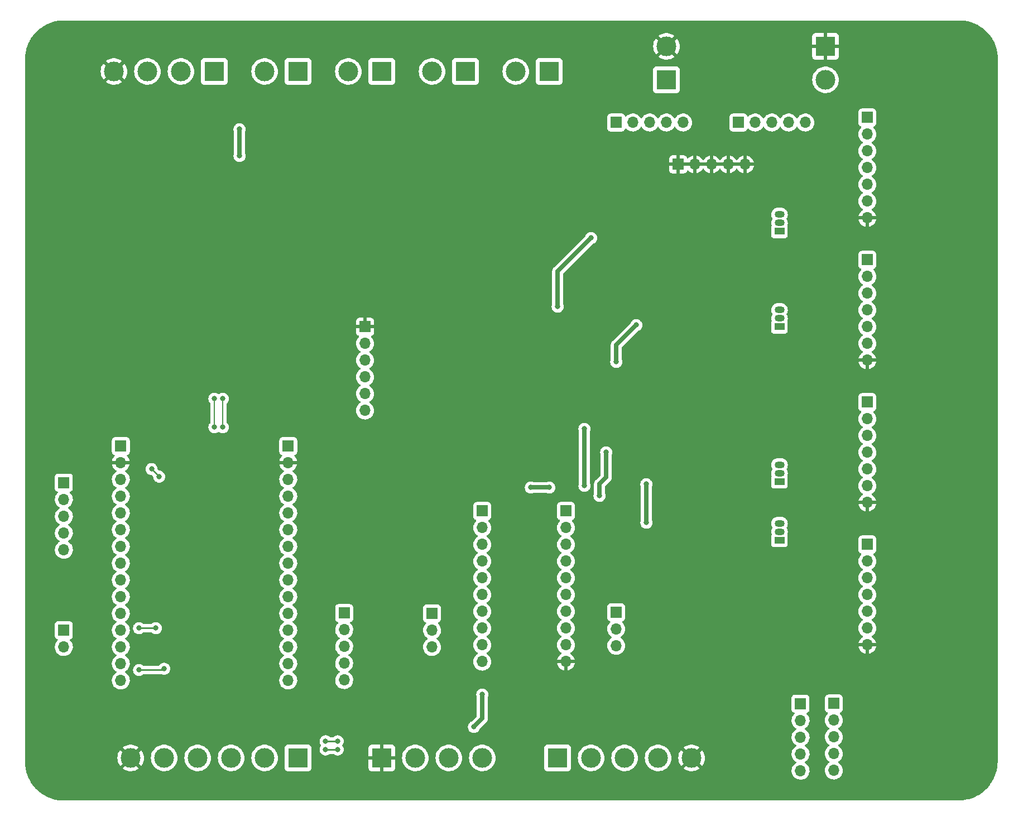
<source format=gbl>
G04 #@! TF.GenerationSoftware,KiCad,Pcbnew,(6.0.7)*
G04 #@! TF.CreationDate,2023-03-22T16:35:55-04:00*
G04 #@! TF.ProjectId,FlyBoxBoard,466c7942-6f78-4426-9f61-72642e6b6963,rev?*
G04 #@! TF.SameCoordinates,Original*
G04 #@! TF.FileFunction,Copper,L2,Bot*
G04 #@! TF.FilePolarity,Positive*
%FSLAX46Y46*%
G04 Gerber Fmt 4.6, Leading zero omitted, Abs format (unit mm)*
G04 Created by KiCad (PCBNEW (6.0.7)) date 2023-03-22 16:35:55*
%MOMM*%
%LPD*%
G01*
G04 APERTURE LIST*
G04 #@! TA.AperFunction,ComponentPad*
%ADD10R,1.500000X1.050000*%
G04 #@! TD*
G04 #@! TA.AperFunction,ComponentPad*
%ADD11O,1.500000X1.050000*%
G04 #@! TD*
G04 #@! TA.AperFunction,ComponentPad*
%ADD12R,3.000000X3.000000*%
G04 #@! TD*
G04 #@! TA.AperFunction,ComponentPad*
%ADD13C,3.000000*%
G04 #@! TD*
G04 #@! TA.AperFunction,ComponentPad*
%ADD14R,1.700000X1.700000*%
G04 #@! TD*
G04 #@! TA.AperFunction,ComponentPad*
%ADD15O,1.700000X1.700000*%
G04 #@! TD*
G04 #@! TA.AperFunction,ViaPad*
%ADD16C,5.000000*%
G04 #@! TD*
G04 #@! TA.AperFunction,ViaPad*
%ADD17C,0.800000*%
G04 #@! TD*
G04 #@! TA.AperFunction,Conductor*
%ADD18C,0.635000*%
G04 #@! TD*
G04 #@! TA.AperFunction,Conductor*
%ADD19C,0.254000*%
G04 #@! TD*
G04 #@! TA.AperFunction,Conductor*
%ADD20C,0.203200*%
G04 #@! TD*
G04 #@! TA.AperFunction,Conductor*
%ADD21C,0.250000*%
G04 #@! TD*
G04 APERTURE END LIST*
D10*
G04 #@! TO.P,J20,1,E*
G04 #@! TO.N,Net-(J16-Pad2)*
X131445000Y-95885000D03*
D11*
G04 #@! TO.P,J20,2,B*
G04 #@! TO.N,Net-(J16-Pad1)*
X131445000Y-94615000D03*
G04 #@! TO.P,J20,3,C*
G04 #@! TO.N,Net-(J20-Pad3)*
X131445000Y-93345000D03*
G04 #@! TD*
D12*
G04 #@! TO.P,J11,1,Pin_1*
G04 #@! TO.N,/G LED+*
X83820000Y-24765000D03*
D13*
G04 #@! TO.P,J11,2,Pin_2*
G04 #@! TO.N,/G LED-*
X78740000Y-24765000D03*
G04 #@! TD*
D10*
G04 #@! TO.P,J36,1,E*
G04 #@! TO.N,Net-(J31-Pad2)*
X131445000Y-63500000D03*
D11*
G04 #@! TO.P,J36,2,B*
G04 #@! TO.N,Net-(J31-Pad1)*
X131445000Y-62230000D03*
G04 #@! TO.P,J36,3,C*
G04 #@! TO.N,Net-(J36-Pad3)*
X131445000Y-60960000D03*
G04 #@! TD*
D14*
G04 #@! TO.P,J21,1,Pin_1*
G04 #@! TO.N,Net-(J21-Pad1)*
X78740000Y-106988200D03*
D15*
G04 #@! TO.P,J21,2,Pin_2*
G04 #@! TO.N,Net-(J21-Pad2)*
X78740000Y-109528200D03*
G04 #@! TO.P,J21,3,Pin_3*
G04 #@! TO.N,Net-(J21-Pad3)*
X78740000Y-112068200D03*
G04 #@! TD*
D12*
G04 #@! TO.P,J6,1,Pin_1*
G04 #@! TO.N,/D15*
X97790000Y-128905000D03*
D13*
G04 #@! TO.P,J6,2,Pin_2*
G04 #@! TO.N,/D4*
X102870000Y-128905000D03*
G04 #@! TO.P,J6,3,Pin_3*
G04 #@! TO.N,/D13*
X107950000Y-128905000D03*
G04 #@! TO.P,J6,4,Pin_4*
G04 #@! TO.N,/5V*
X113030000Y-128905000D03*
G04 #@! TO.P,J6,5,Pin_5*
G04 #@! TO.N,/GND*
X118110000Y-128905000D03*
G04 #@! TD*
D14*
G04 #@! TO.P,J27,1,Pin_1*
G04 #@! TO.N,/5V*
X99060000Y-91440000D03*
D15*
G04 #@! TO.P,J27,2,Pin_2*
G04 #@! TO.N,/HV1*
X99060000Y-93980000D03*
G04 #@! TO.P,J27,3,Pin_3*
G04 #@! TO.N,/HV2*
X99060000Y-96520000D03*
G04 #@! TO.P,J27,4,Pin_4*
G04 #@! TO.N,/HV3*
X99060000Y-99060000D03*
G04 #@! TO.P,J27,5,Pin_5*
G04 #@! TO.N,/HV4*
X99060000Y-101600000D03*
G04 #@! TO.P,J27,6,Pin_6*
G04 #@! TO.N,/HV5*
X99060000Y-104140000D03*
G04 #@! TO.P,J27,7,Pin_7*
G04 #@! TO.N,Net-(J27-Pad7)*
X99060000Y-106680000D03*
G04 #@! TO.P,J27,8,Pin_8*
G04 #@! TO.N,Net-(J27-Pad8)*
X99060000Y-109220000D03*
G04 #@! TO.P,J27,9,Pin_9*
G04 #@! TO.N,Net-(J27-Pad9)*
X99060000Y-111760000D03*
G04 #@! TO.P,J27,10,Pin_10*
G04 #@! TO.N,/GND*
X99060000Y-114300000D03*
G04 #@! TD*
D14*
G04 #@! TO.P,J40,1,Pin_1*
G04 #@! TO.N,/R LED+*
X144780000Y-74930000D03*
D15*
G04 #@! TO.P,J40,2,Pin_2*
G04 #@! TO.N,/R LED-*
X144780000Y-77470000D03*
G04 #@! TO.P,J40,3,Pin_3*
G04 #@! TO.N,Net-(J37-Pad3)*
X144780000Y-80010000D03*
G04 #@! TO.P,J40,4,Pin_4*
G04 #@! TO.N,Net-(J33-Pad2)*
X144780000Y-82550000D03*
G04 #@! TO.P,J40,5,Pin_5*
G04 #@! TO.N,/12V*
X144780000Y-85090000D03*
G04 #@! TO.P,J40,6,Pin_6*
G04 #@! TO.N,unconnected-(J40-Pad6)*
X144780000Y-87630000D03*
G04 #@! TO.P,J40,7,Pin_7*
G04 #@! TO.N,/GND*
X144780000Y-90170000D03*
G04 #@! TD*
D14*
G04 #@! TO.P,J5,1,Pin_1*
G04 #@! TO.N,/5V*
X56926800Y-81588200D03*
D15*
G04 #@! TO.P,J5,2,Pin_2*
G04 #@! TO.N,/GND*
X56926800Y-84128200D03*
G04 #@! TO.P,J5,3,Pin_3*
G04 #@! TO.N,/D13*
X56926800Y-86668200D03*
G04 #@! TO.P,J5,4,Pin_4*
G04 #@! TO.N,/D12*
X56926800Y-89208200D03*
G04 #@! TO.P,J5,5,Pin_5*
G04 #@! TO.N,/D14*
X56926800Y-91748200D03*
G04 #@! TO.P,J5,6,Pin_6*
G04 #@! TO.N,/D27*
X56926800Y-94288200D03*
G04 #@! TO.P,J5,7,Pin_7*
G04 #@! TO.N,/D26*
X56926800Y-96828200D03*
G04 #@! TO.P,J5,8,Pin_8*
G04 #@! TO.N,/D25*
X56926800Y-99368200D03*
G04 #@! TO.P,J5,9,Pin_9*
G04 #@! TO.N,/D33*
X56926800Y-101908200D03*
G04 #@! TO.P,J5,10,Pin_10*
G04 #@! TO.N,/D32*
X56926800Y-104448200D03*
G04 #@! TO.P,J5,11,Pin_11*
G04 #@! TO.N,Net-(J25-Pad1)*
X56926800Y-106988200D03*
G04 #@! TO.P,J5,12,Pin_12*
G04 #@! TO.N,Net-(J25-Pad2)*
X56926800Y-109528200D03*
G04 #@! TO.P,J5,13,Pin_13*
G04 #@! TO.N,Net-(J25-Pad3)*
X56926800Y-112068200D03*
G04 #@! TO.P,J5,14,Pin_14*
G04 #@! TO.N,Net-(J25-Pad4)*
X56926800Y-114608200D03*
G04 #@! TO.P,J5,15,Pin_15*
G04 #@! TO.N,Net-(J25-Pad5)*
X56926800Y-117148200D03*
G04 #@! TD*
D10*
G04 #@! TO.P,J35,1,E*
G04 #@! TO.N,Net-(J29-Pad2)*
X131445000Y-49022000D03*
D11*
G04 #@! TO.P,J35,2,B*
G04 #@! TO.N,Net-(J29-Pad1)*
X131445000Y-47752000D03*
G04 #@! TO.P,J35,3,C*
G04 #@! TO.N,Net-(J35-Pad3)*
X131445000Y-46482000D03*
G04 #@! TD*
D14*
G04 #@! TO.P,J25,1,Pin_1*
G04 #@! TO.N,Net-(J25-Pad1)*
X65405000Y-106934000D03*
D15*
G04 #@! TO.P,J25,2,Pin_2*
G04 #@! TO.N,Net-(J25-Pad2)*
X65405000Y-109474000D03*
G04 #@! TO.P,J25,3,Pin_3*
G04 #@! TO.N,Net-(J25-Pad3)*
X65405000Y-112014000D03*
G04 #@! TO.P,J25,4,Pin_4*
G04 #@! TO.N,Net-(J25-Pad4)*
X65405000Y-114554000D03*
G04 #@! TO.P,J25,5,Pin_5*
G04 #@! TO.N,Net-(J25-Pad5)*
X65405000Y-117094000D03*
G04 #@! TD*
D14*
G04 #@! TO.P,J4,1,Pin_1*
G04 #@! TO.N,/GND*
X68580000Y-63500000D03*
D15*
G04 #@! TO.P,J4,2,Pin_2*
G04 #@! TO.N,/5V*
X68580000Y-66040000D03*
G04 #@! TO.P,J4,3,Pin_3*
G04 #@! TO.N,/D21*
X68580000Y-68580000D03*
G04 #@! TO.P,J4,4,Pin_4*
G04 #@! TO.N,/D22*
X68580000Y-71120000D03*
G04 #@! TO.P,J4,5,Pin_5*
G04 #@! TO.N,unconnected-(J4-Pad5)*
X68580000Y-73660000D03*
G04 #@! TO.P,J4,6,Pin_6*
G04 #@! TO.N,unconnected-(J4-Pad6)*
X68580000Y-76200000D03*
G04 #@! TD*
D12*
G04 #@! TO.P,J15,1,Pin_1*
G04 #@! TO.N,/3V3*
X58420000Y-128905000D03*
D13*
G04 #@! TO.P,J15,2,Pin_2*
G04 #@! TO.N,/D5*
X53340000Y-128905000D03*
G04 #@! TO.P,J15,3,Pin_3*
G04 #@! TO.N,/D23*
X48260000Y-128905000D03*
G04 #@! TO.P,J15,4,Pin_4*
G04 #@! TO.N,/D18*
X43180000Y-128905000D03*
G04 #@! TO.P,J15,5,Pin_5*
G04 #@! TO.N,/D19*
X38100000Y-128905000D03*
G04 #@! TO.P,J15,6,Pin_6*
G04 #@! TO.N,/GND*
X33020000Y-128905000D03*
G04 #@! TD*
D14*
G04 #@! TO.P,J24,1,Pin_1*
G04 #@! TO.N,/GND*
X116078000Y-38862000D03*
D15*
G04 #@! TO.P,J24,2,Pin_2*
X118618000Y-38862000D03*
G04 #@! TO.P,J24,3,Pin_3*
X121158000Y-38862000D03*
G04 #@! TO.P,J24,4,Pin_4*
X123698000Y-38862000D03*
G04 #@! TO.P,J24,5,Pin_5*
X126238000Y-38862000D03*
G04 #@! TD*
D12*
G04 #@! TO.P,J10,1,Pin_1*
G04 #@! TO.N,/R LED+*
X71120000Y-24765000D03*
D13*
G04 #@! TO.P,J10,2,Pin_2*
G04 #@! TO.N,/R LED-*
X66040000Y-24765000D03*
G04 #@! TD*
D14*
G04 #@! TO.P,J22,1,Pin_1*
G04 #@! TO.N,N/C*
X134645000Y-120680000D03*
D15*
G04 #@! TO.P,J22,2,Pin_2*
X134645000Y-123220000D03*
G04 #@! TO.P,J22,3,Pin_3*
X134645000Y-125760000D03*
G04 #@! TO.P,J22,4,Pin_4*
X134645000Y-128300000D03*
G04 #@! TO.P,J22,5,Pin_5*
X134645000Y-130840000D03*
G04 #@! TD*
D12*
G04 #@! TO.P,J9,1,Pin_1*
G04 #@! TO.N,/HV5*
X45720000Y-24765000D03*
D13*
G04 #@! TO.P,J9,2,Pin_2*
G04 #@! TO.N,/X*
X40640000Y-24765000D03*
G04 #@! TO.P,J9,3,Pin_3*
G04 #@! TO.N,/12V*
X35560000Y-24765000D03*
G04 #@! TO.P,J9,4,Pin_4*
G04 #@! TO.N,/GND*
X30480000Y-24765000D03*
G04 #@! TD*
D14*
G04 #@! TO.P,J7,1,Pin_1*
G04 #@! TO.N,/5V*
X125222000Y-32512000D03*
D15*
G04 #@! TO.P,J7,2,Pin_2*
X127762000Y-32512000D03*
G04 #@! TO.P,J7,3,Pin_3*
X130302000Y-32512000D03*
G04 #@! TO.P,J7,4,Pin_4*
X132842000Y-32512000D03*
G04 #@! TO.P,J7,5,Pin_5*
X135382000Y-32512000D03*
G04 #@! TD*
D14*
G04 #@! TO.P,J28,1,Pin_1*
G04 #@! TO.N,Net-(J27-Pad7)*
X106680000Y-106805800D03*
D15*
G04 #@! TO.P,J28,2,Pin_2*
G04 #@! TO.N,Net-(J27-Pad8)*
X106680000Y-109345800D03*
G04 #@! TO.P,J28,3,Pin_3*
G04 #@! TO.N,Net-(J27-Pad9)*
X106680000Y-111885800D03*
G04 #@! TD*
D14*
G04 #@! TO.P,J3,1,Pin_1*
G04 #@! TO.N,/3V3*
X31526800Y-81588200D03*
D15*
G04 #@! TO.P,J3,2,Pin_2*
G04 #@! TO.N,/GND*
X31526800Y-84128200D03*
G04 #@! TO.P,J3,3,Pin_3*
G04 #@! TO.N,/D15*
X31526800Y-86668200D03*
G04 #@! TO.P,J3,4,Pin_4*
G04 #@! TO.N,Net-(J18-Pad2)*
X31526800Y-89208200D03*
G04 #@! TO.P,J3,5,Pin_5*
G04 #@! TO.N,/D4*
X31526800Y-91748200D03*
G04 #@! TO.P,J3,6,Pin_6*
G04 #@! TO.N,Net-(J18-Pad4)*
X31526800Y-94288200D03*
G04 #@! TO.P,J3,7,Pin_7*
G04 #@! TO.N,Net-(J18-Pad5)*
X31526800Y-96828200D03*
G04 #@! TO.P,J3,8,Pin_8*
G04 #@! TO.N,/D5*
X31526800Y-99368200D03*
G04 #@! TO.P,J3,9,Pin_9*
G04 #@! TO.N,/D18*
X31526800Y-101908200D03*
G04 #@! TO.P,J3,10,Pin_10*
G04 #@! TO.N,/D19*
X31526800Y-104448200D03*
G04 #@! TO.P,J3,11,Pin_11*
G04 #@! TO.N,/D21*
X31526800Y-106988200D03*
G04 #@! TO.P,J3,12,Pin_12*
G04 #@! TO.N,Net-(J19-Pad1)*
X31526800Y-109528200D03*
G04 #@! TO.P,J3,13,Pin_13*
G04 #@! TO.N,Net-(J19-Pad2)*
X31526800Y-112068200D03*
G04 #@! TO.P,J3,14,Pin_14*
G04 #@! TO.N,/D22*
X31526800Y-114608200D03*
G04 #@! TO.P,J3,15,Pin_15*
G04 #@! TO.N,/D23*
X31526800Y-117148200D03*
G04 #@! TD*
D14*
G04 #@! TO.P,J19,1,Pin_1*
G04 #@! TO.N,Net-(J19-Pad1)*
X22885000Y-109528200D03*
D15*
G04 #@! TO.P,J19,2,Pin_2*
G04 #@! TO.N,Net-(J19-Pad2)*
X22885000Y-112068200D03*
G04 #@! TD*
D14*
G04 #@! TO.P,J39,1,Pin_1*
G04 #@! TO.N,/G LED+*
X144780000Y-53340000D03*
D15*
G04 #@! TO.P,J39,2,Pin_2*
G04 #@! TO.N,/G LED-*
X144780000Y-55880000D03*
G04 #@! TO.P,J39,3,Pin_3*
G04 #@! TO.N,Net-(J36-Pad3)*
X144780000Y-58420000D03*
G04 #@! TO.P,J39,4,Pin_4*
G04 #@! TO.N,Net-(J31-Pad2)*
X144780000Y-60960000D03*
G04 #@! TO.P,J39,5,Pin_5*
G04 #@! TO.N,/12V*
X144780000Y-63500000D03*
G04 #@! TO.P,J39,6,Pin_6*
G04 #@! TO.N,unconnected-(J39-Pad6)*
X144780000Y-66040000D03*
G04 #@! TO.P,J39,7,Pin_7*
G04 #@! TO.N,/GND*
X144780000Y-68580000D03*
G04 #@! TD*
D12*
G04 #@! TO.P,J13,1,Pin_1*
G04 #@! TO.N,/IR LED+*
X58420000Y-24765000D03*
D13*
G04 #@! TO.P,J13,2,Pin_2*
G04 #@! TO.N,/IR LED-*
X53340000Y-24765000D03*
G04 #@! TD*
D12*
G04 #@! TO.P,J12,1,Pin_1*
G04 #@! TO.N,/W LED+*
X96520000Y-24765000D03*
D13*
G04 #@! TO.P,J12,2,Pin_2*
G04 #@! TO.N,/W LED-*
X91440000Y-24765000D03*
G04 #@! TD*
D12*
G04 #@! TO.P,J1,1,Pin_1*
G04 #@! TO.N,/GND*
X138430000Y-20955000D03*
D13*
G04 #@! TO.P,J1,2,Pin_2*
G04 #@! TO.N,/5V*
X138430000Y-26035000D03*
G04 #@! TD*
D14*
G04 #@! TO.P,J22,1,Pin_1*
G04 #@! TO.N,Net-(J20-Pad3)*
X139700000Y-120650000D03*
D15*
G04 #@! TO.P,J22,2,Pin_2*
G04 #@! TO.N,unconnected-(J22-Pad2)*
X139700000Y-123190000D03*
G04 #@! TO.P,J22,3,Pin_3*
G04 #@! TO.N,Net-(J20-Pad3)*
X139700000Y-125730000D03*
G04 #@! TO.P,J22,4,Pin_4*
G04 #@! TO.N,unconnected-(J22-Pad4)*
X139700000Y-128270000D03*
G04 #@! TO.P,J22,5,Pin_5*
G04 #@! TO.N,Net-(J16-Pad2)*
X139700000Y-130810000D03*
G04 #@! TD*
D14*
G04 #@! TO.P,J26,1,Pin_1*
G04 #@! TO.N,/IR LED+*
X144780000Y-96520000D03*
D15*
G04 #@! TO.P,J26,2,Pin_2*
G04 #@! TO.N,/IR LED-*
X144780000Y-99060000D03*
G04 #@! TO.P,J26,3,Pin_3*
G04 #@! TO.N,Net-(J20-Pad3)*
X144780000Y-101600000D03*
G04 #@! TO.P,J26,4,Pin_4*
G04 #@! TO.N,Net-(J16-Pad2)*
X144780000Y-104140000D03*
G04 #@! TO.P,J26,5,Pin_5*
G04 #@! TO.N,/12V*
X144780000Y-106680000D03*
G04 #@! TO.P,J26,6,Pin_6*
G04 #@! TO.N,unconnected-(J26-Pad6)*
X144780000Y-109220000D03*
G04 #@! TO.P,J26,7,Pin_7*
G04 #@! TO.N,/GND*
X144780000Y-111760000D03*
G04 #@! TD*
D14*
G04 #@! TO.P,J23,1,Pin_1*
G04 #@! TO.N,/3V3*
X86360000Y-91440000D03*
D15*
G04 #@! TO.P,J23,2,Pin_2*
G04 #@! TO.N,/D27*
X86360000Y-93980000D03*
G04 #@! TO.P,J23,3,Pin_3*
G04 #@! TO.N,/D26*
X86360000Y-96520000D03*
G04 #@! TO.P,J23,4,Pin_4*
G04 #@! TO.N,/D25*
X86360000Y-99060000D03*
G04 #@! TO.P,J23,5,Pin_5*
G04 #@! TO.N,/D33*
X86360000Y-101600000D03*
G04 #@! TO.P,J23,6,Pin_6*
G04 #@! TO.N,/D32*
X86360000Y-104140000D03*
G04 #@! TO.P,J23,7,Pin_7*
G04 #@! TO.N,Net-(J21-Pad1)*
X86360000Y-106680000D03*
G04 #@! TO.P,J23,8,Pin_8*
G04 #@! TO.N,Net-(J21-Pad2)*
X86360000Y-109220000D03*
G04 #@! TO.P,J23,9,Pin_9*
G04 #@! TO.N,Net-(J21-Pad3)*
X86360000Y-111760000D03*
G04 #@! TO.P,J23,10,Pin_10*
G04 #@! TO.N,/3V3*
X86360000Y-114300000D03*
G04 #@! TD*
D12*
G04 #@! TO.P,J14,1,Pin_1*
G04 #@! TO.N,/GND*
X71120000Y-128905000D03*
D13*
G04 #@! TO.P,J14,2,Pin_2*
G04 #@! TO.N,/5V*
X76200000Y-128905000D03*
G04 #@! TO.P,J14,3,Pin_3*
G04 #@! TO.N,/D21*
X81280000Y-128905000D03*
G04 #@! TO.P,J14,4,Pin_4*
G04 #@! TO.N,/D22*
X86360000Y-128905000D03*
G04 #@! TD*
D10*
G04 #@! TO.P,J37,1,E*
G04 #@! TO.N,Net-(J33-Pad2)*
X131445000Y-86995000D03*
D11*
G04 #@! TO.P,J37,2,B*
G04 #@! TO.N,Net-(J33-Pad1)*
X131445000Y-85725000D03*
G04 #@! TO.P,J37,3,C*
G04 #@! TO.N,Net-(J37-Pad3)*
X131445000Y-84455000D03*
G04 #@! TD*
D12*
G04 #@! TO.P,J2,1,Pin_1*
G04 #@! TO.N,/12V*
X114300000Y-26035000D03*
D13*
G04 #@! TO.P,J2,2,Pin_2*
G04 #@! TO.N,/GND*
X114300000Y-20955000D03*
G04 #@! TD*
D14*
G04 #@! TO.P,J38,1,Pin_1*
G04 #@! TO.N,/W LED+*
X144780000Y-31750000D03*
D15*
G04 #@! TO.P,J38,2,Pin_2*
G04 #@! TO.N,/W LED-*
X144780000Y-34290000D03*
G04 #@! TO.P,J38,3,Pin_3*
G04 #@! TO.N,Net-(J35-Pad3)*
X144780000Y-36830000D03*
G04 #@! TO.P,J38,4,Pin_4*
G04 #@! TO.N,Net-(J29-Pad2)*
X144780000Y-39370000D03*
G04 #@! TO.P,J38,5,Pin_5*
G04 #@! TO.N,/12V*
X144780000Y-41910000D03*
G04 #@! TO.P,J38,6,Pin_6*
G04 #@! TO.N,unconnected-(J38-Pad6)*
X144780000Y-44450000D03*
G04 #@! TO.P,J38,7,Pin_7*
G04 #@! TO.N,/GND*
X144780000Y-46990000D03*
G04 #@! TD*
D14*
G04 #@! TO.P,J8,1,Pin_1*
G04 #@! TO.N,/12V*
X106680000Y-32512000D03*
D15*
G04 #@! TO.P,J8,2,Pin_2*
X109220000Y-32512000D03*
G04 #@! TO.P,J8,3,Pin_3*
X111760000Y-32512000D03*
G04 #@! TO.P,J8,4,Pin_4*
X114300000Y-32512000D03*
G04 #@! TO.P,J8,5,Pin_5*
X116840000Y-32512000D03*
G04 #@! TD*
D14*
G04 #@! TO.P,J18,1,Pin_1*
G04 #@! TO.N,unconnected-(J18-Pad1)*
X22885000Y-87146200D03*
D15*
G04 #@! TO.P,J18,2,Pin_2*
G04 #@! TO.N,Net-(J18-Pad2)*
X22885000Y-89686200D03*
G04 #@! TO.P,J18,3,Pin_3*
G04 #@! TO.N,unconnected-(J18-Pad3)*
X22885000Y-92226200D03*
G04 #@! TO.P,J18,4,Pin_4*
G04 #@! TO.N,Net-(J18-Pad4)*
X22885000Y-94766200D03*
G04 #@! TO.P,J18,5,Pin_5*
G04 #@! TO.N,Net-(J18-Pad5)*
X22885000Y-97306200D03*
G04 #@! TD*
D16*
G04 #@! TO.N,/GND*
X22860000Y-129540000D03*
D17*
X134620000Y-104140000D03*
X134620000Y-113030000D03*
X121285000Y-113030000D03*
X121285000Y-104140000D03*
D16*
X158750000Y-22860000D03*
X158750000Y-129540000D03*
X22860000Y-22860000D03*
D17*
G04 #@! TO.N,/5V*
X96520000Y-87884000D03*
X49530000Y-37592000D03*
X93726000Y-87884000D03*
X49530000Y-33528000D03*
G04 #@! TO.N,/3V3*
X86360000Y-119290500D03*
X85090000Y-124206000D03*
G04 #@! TO.N,/D21*
X64417000Y-127635000D03*
X36830000Y-109220000D03*
X34290000Y-109220000D03*
X62583000Y-127635000D03*
X45720000Y-74422000D03*
X45720000Y-78740000D03*
G04 #@! TO.N,/D22*
X46990000Y-78740000D03*
X62583000Y-126378417D03*
X34290000Y-115570000D03*
X64417000Y-126378417D03*
X46990000Y-74422000D03*
X38100000Y-115370260D03*
G04 #@! TO.N,/HV2*
X105156000Y-82550000D03*
X106680000Y-68834000D03*
X109728000Y-63246000D03*
X104140000Y-89154000D03*
G04 #@! TO.N,/HV3*
X111252000Y-87376000D03*
X111252000Y-93218000D03*
G04 #@! TO.N,/HV1*
X102870000Y-50038000D03*
X101854000Y-78994000D03*
X97790000Y-60452000D03*
X101854000Y-87630000D03*
G04 #@! TO.N,/D4*
X36195000Y-85090000D03*
X37342299Y-86237299D03*
G04 #@! TD*
D18*
G04 #@! TO.N,/5V*
X93726000Y-87884000D02*
X96520000Y-87884000D01*
X49530000Y-37592000D02*
X49530000Y-33528000D01*
G04 #@! TO.N,/3V3*
X86360000Y-122936000D02*
X85090000Y-124206000D01*
X86360000Y-119290500D02*
X86360000Y-122936000D01*
D19*
G04 #@! TO.N,/D21*
X34290000Y-109220000D02*
X36830000Y-109220000D01*
D20*
X45720000Y-74422000D02*
X45720000Y-78740000D01*
D19*
X62583000Y-127635000D02*
X64417000Y-127635000D01*
G04 #@! TO.N,/D22*
X38100000Y-115370260D02*
X37900260Y-115570000D01*
X62583000Y-126378417D02*
X64417000Y-126378417D01*
D20*
X46990000Y-74422000D02*
X46990000Y-78740000D01*
D19*
X37900260Y-115570000D02*
X34290000Y-115570000D01*
D18*
G04 #@! TO.N,/HV2*
X106680000Y-66294000D02*
X106680000Y-68834000D01*
X104140000Y-87376000D02*
X104140000Y-89154000D01*
X105156000Y-82550000D02*
X105156000Y-86360000D01*
X105156000Y-86360000D02*
X104140000Y-87376000D01*
X109728000Y-63246000D02*
X106680000Y-66294000D01*
G04 #@! TO.N,/HV3*
X111252000Y-93218000D02*
X111252000Y-87376000D01*
G04 #@! TO.N,/HV1*
X97790000Y-55118000D02*
X97790000Y-60452000D01*
X101854000Y-78994000D02*
X101854000Y-87630000D01*
X102870000Y-50038000D02*
X97790000Y-55118000D01*
D21*
G04 #@! TO.N,/D4*
X36195000Y-85090000D02*
X37342299Y-86237299D01*
G04 #@! TD*
G04 #@! TA.AperFunction,Conductor*
G04 #@! TO.N,/GND*
G36*
X158720018Y-17020000D02*
G01*
X158734852Y-17022310D01*
X158734855Y-17022310D01*
X158743724Y-17023691D01*
X158752626Y-17022527D01*
X158752627Y-17022527D01*
X158765104Y-17020896D01*
X158786385Y-17019930D01*
X159203369Y-17036313D01*
X159213232Y-17037089D01*
X159658901Y-17089838D01*
X159668672Y-17091386D01*
X159892935Y-17135994D01*
X160108828Y-17178938D01*
X160118434Y-17181244D01*
X160550362Y-17303060D01*
X160559752Y-17306111D01*
X160980802Y-17461445D01*
X160989942Y-17465231D01*
X161397496Y-17653115D01*
X161406311Y-17657607D01*
X161797850Y-17876880D01*
X161806286Y-17882049D01*
X162179438Y-18131381D01*
X162187426Y-18137184D01*
X162339573Y-18257128D01*
X162539861Y-18415023D01*
X162547384Y-18421448D01*
X162695809Y-18558650D01*
X162876940Y-18726086D01*
X162883914Y-18733060D01*
X163051350Y-18914191D01*
X163188552Y-19062616D01*
X163194977Y-19070139D01*
X163298417Y-19201351D01*
X163463165Y-19410331D01*
X163472810Y-19422566D01*
X163478625Y-19430570D01*
X163727951Y-19803714D01*
X163733120Y-19812150D01*
X163916947Y-20140395D01*
X163952393Y-20203689D01*
X163956885Y-20212504D01*
X164144769Y-20620058D01*
X164148554Y-20629196D01*
X164267657Y-20952035D01*
X164303886Y-21050238D01*
X164306940Y-21059638D01*
X164428754Y-21491559D01*
X164431064Y-21501179D01*
X164518614Y-21941328D01*
X164520162Y-21951099D01*
X164572911Y-22396768D01*
X164573687Y-22406631D01*
X164589776Y-22816134D01*
X164588373Y-22840463D01*
X164587691Y-22844847D01*
X164586309Y-22853724D01*
X164590420Y-22885161D01*
X164591483Y-22901534D01*
X164555906Y-106968069D01*
X164546394Y-129445426D01*
X164544894Y-129464757D01*
X164544248Y-129468909D01*
X164541182Y-129488599D01*
X164543977Y-129509972D01*
X164544943Y-129531252D01*
X164528561Y-129948245D01*
X164527785Y-129958108D01*
X164475039Y-130403775D01*
X164473491Y-130413547D01*
X164427841Y-130643054D01*
X164388667Y-130840000D01*
X164385942Y-130853698D01*
X164383634Y-130863312D01*
X164369620Y-130913000D01*
X164261821Y-131295229D01*
X164258764Y-131304638D01*
X164103435Y-131725679D01*
X164099650Y-131734817D01*
X163911992Y-132141883D01*
X163911770Y-132142364D01*
X163907284Y-132151169D01*
X163773006Y-132390940D01*
X163687995Y-132542739D01*
X163682825Y-132551174D01*
X163433506Y-132924309D01*
X163427697Y-132932306D01*
X163392121Y-132977434D01*
X163149859Y-133284741D01*
X163143434Y-133292264D01*
X163108680Y-133329861D01*
X162838795Y-133621821D01*
X162831821Y-133628795D01*
X162786636Y-133670564D01*
X162502264Y-133933434D01*
X162494741Y-133939859D01*
X162293983Y-134098125D01*
X162142306Y-134217697D01*
X162134309Y-134223506D01*
X161761174Y-134472825D01*
X161752739Y-134477995D01*
X161361169Y-134697284D01*
X161352374Y-134701765D01*
X160944820Y-134889649D01*
X160935679Y-134893435D01*
X160514638Y-135048764D01*
X160505229Y-135051821D01*
X160214205Y-135133898D01*
X160073312Y-135173634D01*
X160063705Y-135175940D01*
X159901569Y-135208191D01*
X159623547Y-135263491D01*
X159613775Y-135265039D01*
X159168108Y-135317785D01*
X159158245Y-135318561D01*
X158748741Y-135334649D01*
X158724414Y-135333247D01*
X158720021Y-135332563D01*
X158720020Y-135332563D01*
X158711151Y-135331182D01*
X158702248Y-135332346D01*
X158702245Y-135332346D01*
X158679476Y-135335323D01*
X158663185Y-135336387D01*
X22909300Y-135381484D01*
X22889873Y-135379983D01*
X22875150Y-135377690D01*
X22875144Y-135377690D01*
X22866276Y-135376309D01*
X22857374Y-135377473D01*
X22857373Y-135377473D01*
X22844896Y-135379104D01*
X22823615Y-135380070D01*
X22406631Y-135363687D01*
X22396768Y-135362911D01*
X21951099Y-135310162D01*
X21941328Y-135308614D01*
X21714477Y-135263491D01*
X21501172Y-135221062D01*
X21491566Y-135218756D01*
X21059638Y-135096940D01*
X21050248Y-135093889D01*
X20629196Y-134938554D01*
X20620058Y-134934769D01*
X20526682Y-134891722D01*
X20212502Y-134746884D01*
X20203689Y-134742393D01*
X20127447Y-134699695D01*
X19812150Y-134523120D01*
X19803714Y-134517951D01*
X19616388Y-134392784D01*
X19430562Y-134268619D01*
X19422574Y-134262816D01*
X19270427Y-134142872D01*
X19070139Y-133984977D01*
X19062616Y-133978552D01*
X18914191Y-133841350D01*
X18733060Y-133673914D01*
X18726086Y-133666940D01*
X18558650Y-133485809D01*
X18421448Y-133337384D01*
X18415023Y-133329861D01*
X18137190Y-132977434D01*
X18131375Y-132969430D01*
X18103979Y-132928428D01*
X17882049Y-132596286D01*
X17876880Y-132587850D01*
X17657607Y-132196311D01*
X17653115Y-132187496D01*
X17645917Y-132171883D01*
X17465230Y-131779939D01*
X17461445Y-131770802D01*
X17306111Y-131349752D01*
X17303057Y-131340352D01*
X17302072Y-131336857D01*
X17181244Y-130908434D01*
X17178936Y-130898821D01*
X17175697Y-130882534D01*
X17117450Y-130589707D01*
X17098543Y-130494654D01*
X31795618Y-130494654D01*
X31802673Y-130504627D01*
X31833679Y-130530551D01*
X31840598Y-130535579D01*
X32065272Y-130676515D01*
X32072807Y-130680556D01*
X32314520Y-130789694D01*
X32322551Y-130792680D01*
X32576832Y-130868002D01*
X32585184Y-130869869D01*
X32847340Y-130909984D01*
X32855874Y-130910700D01*
X33121045Y-130914867D01*
X33129596Y-130914418D01*
X33392883Y-130882557D01*
X33401284Y-130880955D01*
X33657824Y-130813653D01*
X33665926Y-130810926D01*
X33910949Y-130709434D01*
X33918617Y-130705628D01*
X34147598Y-130571822D01*
X34154679Y-130567009D01*
X34234655Y-130504301D01*
X34243125Y-130492442D01*
X34236608Y-130480818D01*
X33032812Y-129277022D01*
X33018868Y-129269408D01*
X33017035Y-129269539D01*
X33010420Y-129273790D01*
X31802910Y-130481300D01*
X31795618Y-130494654D01*
X17098543Y-130494654D01*
X17091386Y-130458672D01*
X17089838Y-130448901D01*
X17037089Y-130003232D01*
X17036313Y-129993369D01*
X17020372Y-129587645D01*
X17022021Y-129561794D01*
X17022769Y-129557347D01*
X17023576Y-129552552D01*
X17023729Y-129540000D01*
X17019773Y-129512376D01*
X17018500Y-129494514D01*
X17018500Y-128888204D01*
X31007665Y-128888204D01*
X31022932Y-129152969D01*
X31024005Y-129161470D01*
X31075065Y-129421722D01*
X31077276Y-129429974D01*
X31163184Y-129680894D01*
X31166499Y-129688779D01*
X31285664Y-129925713D01*
X31290020Y-129933079D01*
X31419347Y-130121250D01*
X31429601Y-130129594D01*
X31443342Y-130122448D01*
X32647978Y-128917812D01*
X32654356Y-128906132D01*
X33384408Y-128906132D01*
X33384539Y-128907965D01*
X33388790Y-128914580D01*
X34595730Y-130121520D01*
X34607939Y-130128187D01*
X34619439Y-130119497D01*
X34716831Y-129986913D01*
X34721418Y-129979685D01*
X34847962Y-129746621D01*
X34851530Y-129738827D01*
X34945271Y-129490750D01*
X34947748Y-129482544D01*
X35006954Y-129224038D01*
X35008294Y-129215577D01*
X35032031Y-128949616D01*
X35032277Y-128944677D01*
X35032666Y-128907485D01*
X35032523Y-128902519D01*
X35031255Y-128883918D01*
X36086917Y-128883918D01*
X36102682Y-129157320D01*
X36103507Y-129161525D01*
X36103508Y-129161533D01*
X36124698Y-129269539D01*
X36155405Y-129426053D01*
X36156792Y-129430103D01*
X36156793Y-129430108D01*
X36242360Y-129680027D01*
X36244112Y-129685144D01*
X36246039Y-129688975D01*
X36323531Y-129843051D01*
X36367160Y-129929799D01*
X36369586Y-129933328D01*
X36369589Y-129933334D01*
X36498741Y-130121250D01*
X36522274Y-130155490D01*
X36706582Y-130358043D01*
X36709877Y-130360798D01*
X36709878Y-130360799D01*
X36751923Y-130395954D01*
X36916675Y-130533707D01*
X36920316Y-130535991D01*
X37145024Y-130676951D01*
X37145028Y-130676953D01*
X37148664Y-130679234D01*
X37216544Y-130709883D01*
X37394345Y-130790164D01*
X37394349Y-130790166D01*
X37398257Y-130791930D01*
X37402377Y-130793150D01*
X37402376Y-130793150D01*
X37656723Y-130868491D01*
X37656727Y-130868492D01*
X37660836Y-130869709D01*
X37665070Y-130870357D01*
X37665075Y-130870358D01*
X37927298Y-130910483D01*
X37927300Y-130910483D01*
X37931540Y-130911132D01*
X38070912Y-130913322D01*
X38201071Y-130915367D01*
X38201077Y-130915367D01*
X38205362Y-130915434D01*
X38477235Y-130882534D01*
X38742127Y-130813041D01*
X38746087Y-130811401D01*
X38746092Y-130811399D01*
X38868631Y-130760641D01*
X38995136Y-130708241D01*
X39193165Y-130592522D01*
X39227879Y-130572237D01*
X39227880Y-130572236D01*
X39231582Y-130570073D01*
X39447089Y-130401094D01*
X39488809Y-130358043D01*
X39634686Y-130207509D01*
X39637669Y-130204431D01*
X39640202Y-130200983D01*
X39640206Y-130200978D01*
X39797257Y-129987178D01*
X39799795Y-129983723D01*
X39801841Y-129979955D01*
X39928418Y-129746830D01*
X39928419Y-129746828D01*
X39930468Y-129743054D01*
X39994108Y-129574635D01*
X40025751Y-129490895D01*
X40025752Y-129490891D01*
X40027269Y-129486877D01*
X40059953Y-129344171D01*
X40087449Y-129224117D01*
X40087450Y-129224113D01*
X40088407Y-129219933D01*
X40092229Y-129177115D01*
X40112531Y-128949627D01*
X40112532Y-128949616D01*
X40112751Y-128947161D01*
X40113193Y-128905000D01*
X40112048Y-128888198D01*
X40111756Y-128883918D01*
X41166917Y-128883918D01*
X41182682Y-129157320D01*
X41183507Y-129161525D01*
X41183508Y-129161533D01*
X41204698Y-129269539D01*
X41235405Y-129426053D01*
X41236792Y-129430103D01*
X41236793Y-129430108D01*
X41322360Y-129680027D01*
X41324112Y-129685144D01*
X41326039Y-129688975D01*
X41403531Y-129843051D01*
X41447160Y-129929799D01*
X41449586Y-129933328D01*
X41449589Y-129933334D01*
X41578741Y-130121250D01*
X41602274Y-130155490D01*
X41786582Y-130358043D01*
X41789877Y-130360798D01*
X41789878Y-130360799D01*
X41831923Y-130395954D01*
X41996675Y-130533707D01*
X42000316Y-130535991D01*
X42225024Y-130676951D01*
X42225028Y-130676953D01*
X42228664Y-130679234D01*
X42296544Y-130709883D01*
X42474345Y-130790164D01*
X42474349Y-130790166D01*
X42478257Y-130791930D01*
X42482377Y-130793150D01*
X42482376Y-130793150D01*
X42736723Y-130868491D01*
X42736727Y-130868492D01*
X42740836Y-130869709D01*
X42745070Y-130870357D01*
X42745075Y-130870358D01*
X43007298Y-130910483D01*
X43007300Y-130910483D01*
X43011540Y-130911132D01*
X43150912Y-130913322D01*
X43281071Y-130915367D01*
X43281077Y-130915367D01*
X43285362Y-130915434D01*
X43557235Y-130882534D01*
X43822127Y-130813041D01*
X43826087Y-130811401D01*
X43826092Y-130811399D01*
X43948631Y-130760641D01*
X44075136Y-130708241D01*
X44273165Y-130592522D01*
X44307879Y-130572237D01*
X44307880Y-130572236D01*
X44311582Y-130570073D01*
X44527089Y-130401094D01*
X44568809Y-130358043D01*
X44714686Y-130207509D01*
X44717669Y-130204431D01*
X44720202Y-130200983D01*
X44720206Y-130200978D01*
X44877257Y-129987178D01*
X44879795Y-129983723D01*
X44881841Y-129979955D01*
X45008418Y-129746830D01*
X45008419Y-129746828D01*
X45010468Y-129743054D01*
X45074108Y-129574635D01*
X45105751Y-129490895D01*
X45105752Y-129490891D01*
X45107269Y-129486877D01*
X45139953Y-129344171D01*
X45167449Y-129224117D01*
X45167450Y-129224113D01*
X45168407Y-129219933D01*
X45172229Y-129177115D01*
X45192531Y-128949627D01*
X45192532Y-128949616D01*
X45192751Y-128947161D01*
X45193193Y-128905000D01*
X45192048Y-128888198D01*
X45191756Y-128883918D01*
X46246917Y-128883918D01*
X46262682Y-129157320D01*
X46263507Y-129161525D01*
X46263508Y-129161533D01*
X46284698Y-129269539D01*
X46315405Y-129426053D01*
X46316792Y-129430103D01*
X46316793Y-129430108D01*
X46402360Y-129680027D01*
X46404112Y-129685144D01*
X46406039Y-129688975D01*
X46483531Y-129843051D01*
X46527160Y-129929799D01*
X46529586Y-129933328D01*
X46529589Y-129933334D01*
X46658741Y-130121250D01*
X46682274Y-130155490D01*
X46866582Y-130358043D01*
X46869877Y-130360798D01*
X46869878Y-130360799D01*
X46911923Y-130395954D01*
X47076675Y-130533707D01*
X47080316Y-130535991D01*
X47305024Y-130676951D01*
X47305028Y-130676953D01*
X47308664Y-130679234D01*
X47376544Y-130709883D01*
X47554345Y-130790164D01*
X47554349Y-130790166D01*
X47558257Y-130791930D01*
X47562377Y-130793150D01*
X47562376Y-130793150D01*
X47816723Y-130868491D01*
X47816727Y-130868492D01*
X47820836Y-130869709D01*
X47825070Y-130870357D01*
X47825075Y-130870358D01*
X48087298Y-130910483D01*
X48087300Y-130910483D01*
X48091540Y-130911132D01*
X48230912Y-130913322D01*
X48361071Y-130915367D01*
X48361077Y-130915367D01*
X48365362Y-130915434D01*
X48637235Y-130882534D01*
X48902127Y-130813041D01*
X48906087Y-130811401D01*
X48906092Y-130811399D01*
X49028631Y-130760641D01*
X49155136Y-130708241D01*
X49353165Y-130592522D01*
X49387879Y-130572237D01*
X49387880Y-130572236D01*
X49391582Y-130570073D01*
X49607089Y-130401094D01*
X49648809Y-130358043D01*
X49794686Y-130207509D01*
X49797669Y-130204431D01*
X49800202Y-130200983D01*
X49800206Y-130200978D01*
X49957257Y-129987178D01*
X49959795Y-129983723D01*
X49961841Y-129979955D01*
X50088418Y-129746830D01*
X50088419Y-129746828D01*
X50090468Y-129743054D01*
X50154108Y-129574635D01*
X50185751Y-129490895D01*
X50185752Y-129490891D01*
X50187269Y-129486877D01*
X50219953Y-129344171D01*
X50247449Y-129224117D01*
X50247450Y-129224113D01*
X50248407Y-129219933D01*
X50252229Y-129177115D01*
X50272531Y-128949627D01*
X50272532Y-128949616D01*
X50272751Y-128947161D01*
X50273193Y-128905000D01*
X50272048Y-128888198D01*
X50271756Y-128883918D01*
X51326917Y-128883918D01*
X51342682Y-129157320D01*
X51343507Y-129161525D01*
X51343508Y-129161533D01*
X51364698Y-129269539D01*
X51395405Y-129426053D01*
X51396792Y-129430103D01*
X51396793Y-129430108D01*
X51482360Y-129680027D01*
X51484112Y-129685144D01*
X51486039Y-129688975D01*
X51563531Y-129843051D01*
X51607160Y-129929799D01*
X51609586Y-129933328D01*
X51609589Y-129933334D01*
X51738741Y-130121250D01*
X51762274Y-130155490D01*
X51946582Y-130358043D01*
X51949877Y-130360798D01*
X51949878Y-130360799D01*
X51991923Y-130395954D01*
X52156675Y-130533707D01*
X52160316Y-130535991D01*
X52385024Y-130676951D01*
X52385028Y-130676953D01*
X52388664Y-130679234D01*
X52456544Y-130709883D01*
X52634345Y-130790164D01*
X52634349Y-130790166D01*
X52638257Y-130791930D01*
X52642377Y-130793150D01*
X52642376Y-130793150D01*
X52896723Y-130868491D01*
X52896727Y-130868492D01*
X52900836Y-130869709D01*
X52905070Y-130870357D01*
X52905075Y-130870358D01*
X53167298Y-130910483D01*
X53167300Y-130910483D01*
X53171540Y-130911132D01*
X53310912Y-130913322D01*
X53441071Y-130915367D01*
X53441077Y-130915367D01*
X53445362Y-130915434D01*
X53717235Y-130882534D01*
X53982127Y-130813041D01*
X53986087Y-130811401D01*
X53986092Y-130811399D01*
X54108631Y-130760641D01*
X54235136Y-130708241D01*
X54433165Y-130592522D01*
X54467879Y-130572237D01*
X54467880Y-130572236D01*
X54471582Y-130570073D01*
X54620720Y-130453134D01*
X56411500Y-130453134D01*
X56418255Y-130515316D01*
X56469385Y-130651705D01*
X56556739Y-130768261D01*
X56673295Y-130855615D01*
X56809684Y-130906745D01*
X56871866Y-130913500D01*
X59968134Y-130913500D01*
X60030316Y-130906745D01*
X60166705Y-130855615D01*
X60283261Y-130768261D01*
X60370615Y-130651705D01*
X60421745Y-130515316D01*
X60428500Y-130453134D01*
X60428500Y-130449669D01*
X69112001Y-130449669D01*
X69112371Y-130456490D01*
X69117895Y-130507352D01*
X69121521Y-130522604D01*
X69166676Y-130643054D01*
X69175214Y-130658649D01*
X69251715Y-130760724D01*
X69264276Y-130773285D01*
X69366351Y-130849786D01*
X69381946Y-130858324D01*
X69502394Y-130903478D01*
X69517649Y-130907105D01*
X69568514Y-130912631D01*
X69575328Y-130913000D01*
X70847885Y-130913000D01*
X70863124Y-130908525D01*
X70864329Y-130907135D01*
X70866000Y-130899452D01*
X70866000Y-130894884D01*
X71374000Y-130894884D01*
X71378475Y-130910123D01*
X71379865Y-130911328D01*
X71387548Y-130912999D01*
X72664669Y-130912999D01*
X72671490Y-130912629D01*
X72722352Y-130907105D01*
X72737604Y-130903479D01*
X72858054Y-130858324D01*
X72873649Y-130849786D01*
X72975724Y-130773285D01*
X72988285Y-130760724D01*
X73064786Y-130658649D01*
X73073324Y-130643054D01*
X73118478Y-130522606D01*
X73122105Y-130507351D01*
X73127631Y-130456486D01*
X73128000Y-130449672D01*
X73128000Y-129177115D01*
X73123525Y-129161876D01*
X73122135Y-129160671D01*
X73114452Y-129159000D01*
X71392115Y-129159000D01*
X71376876Y-129163475D01*
X71375671Y-129164865D01*
X71374000Y-129172548D01*
X71374000Y-130894884D01*
X70866000Y-130894884D01*
X70866000Y-129177115D01*
X70861525Y-129161876D01*
X70860135Y-129160671D01*
X70852452Y-129159000D01*
X69130116Y-129159000D01*
X69114877Y-129163475D01*
X69113672Y-129164865D01*
X69112001Y-129172548D01*
X69112001Y-130449669D01*
X60428500Y-130449669D01*
X60428500Y-128883918D01*
X74186917Y-128883918D01*
X74202682Y-129157320D01*
X74203507Y-129161525D01*
X74203508Y-129161533D01*
X74224698Y-129269539D01*
X74255405Y-129426053D01*
X74256792Y-129430103D01*
X74256793Y-129430108D01*
X74342360Y-129680027D01*
X74344112Y-129685144D01*
X74346039Y-129688975D01*
X74423531Y-129843051D01*
X74467160Y-129929799D01*
X74469586Y-129933328D01*
X74469589Y-129933334D01*
X74598741Y-130121250D01*
X74622274Y-130155490D01*
X74806582Y-130358043D01*
X74809877Y-130360798D01*
X74809878Y-130360799D01*
X74851923Y-130395954D01*
X75016675Y-130533707D01*
X75020316Y-130535991D01*
X75245024Y-130676951D01*
X75245028Y-130676953D01*
X75248664Y-130679234D01*
X75316544Y-130709883D01*
X75494345Y-130790164D01*
X75494349Y-130790166D01*
X75498257Y-130791930D01*
X75502377Y-130793150D01*
X75502376Y-130793150D01*
X75756723Y-130868491D01*
X75756727Y-130868492D01*
X75760836Y-130869709D01*
X75765070Y-130870357D01*
X75765075Y-130870358D01*
X76027298Y-130910483D01*
X76027300Y-130910483D01*
X76031540Y-130911132D01*
X76170912Y-130913322D01*
X76301071Y-130915367D01*
X76301077Y-130915367D01*
X76305362Y-130915434D01*
X76577235Y-130882534D01*
X76842127Y-130813041D01*
X76846087Y-130811401D01*
X76846092Y-130811399D01*
X76968631Y-130760641D01*
X77095136Y-130708241D01*
X77293165Y-130592522D01*
X77327879Y-130572237D01*
X77327880Y-130572236D01*
X77331582Y-130570073D01*
X77547089Y-130401094D01*
X77588809Y-130358043D01*
X77734686Y-130207509D01*
X77737669Y-130204431D01*
X77740202Y-130200983D01*
X77740206Y-130200978D01*
X77897257Y-129987178D01*
X77899795Y-129983723D01*
X77901841Y-129979955D01*
X78028418Y-129746830D01*
X78028419Y-129746828D01*
X78030468Y-129743054D01*
X78094108Y-129574635D01*
X78125751Y-129490895D01*
X78125752Y-129490891D01*
X78127269Y-129486877D01*
X78159953Y-129344171D01*
X78187449Y-129224117D01*
X78187450Y-129224113D01*
X78188407Y-129219933D01*
X78192229Y-129177115D01*
X78212531Y-128949627D01*
X78212532Y-128949616D01*
X78212751Y-128947161D01*
X78213193Y-128905000D01*
X78212048Y-128888198D01*
X78211756Y-128883918D01*
X79266917Y-128883918D01*
X79282682Y-129157320D01*
X79283507Y-129161525D01*
X79283508Y-129161533D01*
X79304698Y-129269539D01*
X79335405Y-129426053D01*
X79336792Y-129430103D01*
X79336793Y-129430108D01*
X79422360Y-129680027D01*
X79424112Y-129685144D01*
X79426039Y-129688975D01*
X79503531Y-129843051D01*
X79547160Y-129929799D01*
X79549586Y-129933328D01*
X79549589Y-129933334D01*
X79678741Y-130121250D01*
X79702274Y-130155490D01*
X79886582Y-130358043D01*
X79889877Y-130360798D01*
X79889878Y-130360799D01*
X79931923Y-130395954D01*
X80096675Y-130533707D01*
X80100316Y-130535991D01*
X80325024Y-130676951D01*
X80325028Y-130676953D01*
X80328664Y-130679234D01*
X80396544Y-130709883D01*
X80574345Y-130790164D01*
X80574349Y-130790166D01*
X80578257Y-130791930D01*
X80582377Y-130793150D01*
X80582376Y-130793150D01*
X80836723Y-130868491D01*
X80836727Y-130868492D01*
X80840836Y-130869709D01*
X80845070Y-130870357D01*
X80845075Y-130870358D01*
X81107298Y-130910483D01*
X81107300Y-130910483D01*
X81111540Y-130911132D01*
X81250912Y-130913322D01*
X81381071Y-130915367D01*
X81381077Y-130915367D01*
X81385362Y-130915434D01*
X81657235Y-130882534D01*
X81922127Y-130813041D01*
X81926087Y-130811401D01*
X81926092Y-130811399D01*
X82048631Y-130760641D01*
X82175136Y-130708241D01*
X82373165Y-130592522D01*
X82407879Y-130572237D01*
X82407880Y-130572236D01*
X82411582Y-130570073D01*
X82627089Y-130401094D01*
X82668809Y-130358043D01*
X82814686Y-130207509D01*
X82817669Y-130204431D01*
X82820202Y-130200983D01*
X82820206Y-130200978D01*
X82977257Y-129987178D01*
X82979795Y-129983723D01*
X82981841Y-129979955D01*
X83108418Y-129746830D01*
X83108419Y-129746828D01*
X83110468Y-129743054D01*
X83174108Y-129574635D01*
X83205751Y-129490895D01*
X83205752Y-129490891D01*
X83207269Y-129486877D01*
X83239953Y-129344171D01*
X83267449Y-129224117D01*
X83267450Y-129224113D01*
X83268407Y-129219933D01*
X83272229Y-129177115D01*
X83292531Y-128949627D01*
X83292532Y-128949616D01*
X83292751Y-128947161D01*
X83293193Y-128905000D01*
X83292048Y-128888198D01*
X83291756Y-128883918D01*
X84346917Y-128883918D01*
X84362682Y-129157320D01*
X84363507Y-129161525D01*
X84363508Y-129161533D01*
X84384698Y-129269539D01*
X84415405Y-129426053D01*
X84416792Y-129430103D01*
X84416793Y-129430108D01*
X84502360Y-129680027D01*
X84504112Y-129685144D01*
X84506039Y-129688975D01*
X84583531Y-129843051D01*
X84627160Y-129929799D01*
X84629586Y-129933328D01*
X84629589Y-129933334D01*
X84758741Y-130121250D01*
X84782274Y-130155490D01*
X84966582Y-130358043D01*
X84969877Y-130360798D01*
X84969878Y-130360799D01*
X85011923Y-130395954D01*
X85176675Y-130533707D01*
X85180316Y-130535991D01*
X85405024Y-130676951D01*
X85405028Y-130676953D01*
X85408664Y-130679234D01*
X85476544Y-130709883D01*
X85654345Y-130790164D01*
X85654349Y-130790166D01*
X85658257Y-130791930D01*
X85662377Y-130793150D01*
X85662376Y-130793150D01*
X85916723Y-130868491D01*
X85916727Y-130868492D01*
X85920836Y-130869709D01*
X85925070Y-130870357D01*
X85925075Y-130870358D01*
X86187298Y-130910483D01*
X86187300Y-130910483D01*
X86191540Y-130911132D01*
X86330912Y-130913322D01*
X86461071Y-130915367D01*
X86461077Y-130915367D01*
X86465362Y-130915434D01*
X86737235Y-130882534D01*
X87002127Y-130813041D01*
X87006087Y-130811401D01*
X87006092Y-130811399D01*
X87128631Y-130760641D01*
X87255136Y-130708241D01*
X87453165Y-130592522D01*
X87487879Y-130572237D01*
X87487880Y-130572236D01*
X87491582Y-130570073D01*
X87640720Y-130453134D01*
X95781500Y-130453134D01*
X95788255Y-130515316D01*
X95839385Y-130651705D01*
X95926739Y-130768261D01*
X96043295Y-130855615D01*
X96179684Y-130906745D01*
X96241866Y-130913500D01*
X99338134Y-130913500D01*
X99400316Y-130906745D01*
X99536705Y-130855615D01*
X99653261Y-130768261D01*
X99740615Y-130651705D01*
X99791745Y-130515316D01*
X99798500Y-130453134D01*
X99798500Y-128883918D01*
X100856917Y-128883918D01*
X100872682Y-129157320D01*
X100873507Y-129161525D01*
X100873508Y-129161533D01*
X100894698Y-129269539D01*
X100925405Y-129426053D01*
X100926792Y-129430103D01*
X100926793Y-129430108D01*
X101012360Y-129680027D01*
X101014112Y-129685144D01*
X101016039Y-129688975D01*
X101093531Y-129843051D01*
X101137160Y-129929799D01*
X101139586Y-129933328D01*
X101139589Y-129933334D01*
X101268741Y-130121250D01*
X101292274Y-130155490D01*
X101476582Y-130358043D01*
X101479877Y-130360798D01*
X101479878Y-130360799D01*
X101521923Y-130395954D01*
X101686675Y-130533707D01*
X101690316Y-130535991D01*
X101915024Y-130676951D01*
X101915028Y-130676953D01*
X101918664Y-130679234D01*
X101986544Y-130709883D01*
X102164345Y-130790164D01*
X102164349Y-130790166D01*
X102168257Y-130791930D01*
X102172377Y-130793150D01*
X102172376Y-130793150D01*
X102426723Y-130868491D01*
X102426727Y-130868492D01*
X102430836Y-130869709D01*
X102435070Y-130870357D01*
X102435075Y-130870358D01*
X102697298Y-130910483D01*
X102697300Y-130910483D01*
X102701540Y-130911132D01*
X102840912Y-130913322D01*
X102971071Y-130915367D01*
X102971077Y-130915367D01*
X102975362Y-130915434D01*
X103247235Y-130882534D01*
X103512127Y-130813041D01*
X103516087Y-130811401D01*
X103516092Y-130811399D01*
X103638631Y-130760641D01*
X103765136Y-130708241D01*
X103963165Y-130592522D01*
X103997879Y-130572237D01*
X103997880Y-130572236D01*
X104001582Y-130570073D01*
X104217089Y-130401094D01*
X104258809Y-130358043D01*
X104404686Y-130207509D01*
X104407669Y-130204431D01*
X104410202Y-130200983D01*
X104410206Y-130200978D01*
X104567257Y-129987178D01*
X104569795Y-129983723D01*
X104571841Y-129979955D01*
X104698418Y-129746830D01*
X104698419Y-129746828D01*
X104700468Y-129743054D01*
X104764108Y-129574635D01*
X104795751Y-129490895D01*
X104795752Y-129490891D01*
X104797269Y-129486877D01*
X104829953Y-129344171D01*
X104857449Y-129224117D01*
X104857450Y-129224113D01*
X104858407Y-129219933D01*
X104862229Y-129177115D01*
X104882531Y-128949627D01*
X104882532Y-128949616D01*
X104882751Y-128947161D01*
X104883193Y-128905000D01*
X104882048Y-128888198D01*
X104881756Y-128883918D01*
X105936917Y-128883918D01*
X105952682Y-129157320D01*
X105953507Y-129161525D01*
X105953508Y-129161533D01*
X105974698Y-129269539D01*
X106005405Y-129426053D01*
X106006792Y-129430103D01*
X106006793Y-129430108D01*
X106092360Y-129680027D01*
X106094112Y-129685144D01*
X106096039Y-129688975D01*
X106173531Y-129843051D01*
X106217160Y-129929799D01*
X106219586Y-129933328D01*
X106219589Y-129933334D01*
X106348741Y-130121250D01*
X106372274Y-130155490D01*
X106556582Y-130358043D01*
X106559877Y-130360798D01*
X106559878Y-130360799D01*
X106601923Y-130395954D01*
X106766675Y-130533707D01*
X106770316Y-130535991D01*
X106995024Y-130676951D01*
X106995028Y-130676953D01*
X106998664Y-130679234D01*
X107066544Y-130709883D01*
X107244345Y-130790164D01*
X107244349Y-130790166D01*
X107248257Y-130791930D01*
X107252377Y-130793150D01*
X107252376Y-130793150D01*
X107506723Y-130868491D01*
X107506727Y-130868492D01*
X107510836Y-130869709D01*
X107515070Y-130870357D01*
X107515075Y-130870358D01*
X107777298Y-130910483D01*
X107777300Y-130910483D01*
X107781540Y-130911132D01*
X107920912Y-130913322D01*
X108051071Y-130915367D01*
X108051077Y-130915367D01*
X108055362Y-130915434D01*
X108327235Y-130882534D01*
X108592127Y-130813041D01*
X108596087Y-130811401D01*
X108596092Y-130811399D01*
X108718631Y-130760641D01*
X108845136Y-130708241D01*
X109043165Y-130592522D01*
X109077879Y-130572237D01*
X109077880Y-130572236D01*
X109081582Y-130570073D01*
X109297089Y-130401094D01*
X109338809Y-130358043D01*
X109484686Y-130207509D01*
X109487669Y-130204431D01*
X109490202Y-130200983D01*
X109490206Y-130200978D01*
X109647257Y-129987178D01*
X109649795Y-129983723D01*
X109651841Y-129979955D01*
X109778418Y-129746830D01*
X109778419Y-129746828D01*
X109780468Y-129743054D01*
X109844108Y-129574635D01*
X109875751Y-129490895D01*
X109875752Y-129490891D01*
X109877269Y-129486877D01*
X109909953Y-129344171D01*
X109937449Y-129224117D01*
X109937450Y-129224113D01*
X109938407Y-129219933D01*
X109942229Y-129177115D01*
X109962531Y-128949627D01*
X109962532Y-128949616D01*
X109962751Y-128947161D01*
X109963193Y-128905000D01*
X109962048Y-128888198D01*
X109961756Y-128883918D01*
X111016917Y-128883918D01*
X111032682Y-129157320D01*
X111033507Y-129161525D01*
X111033508Y-129161533D01*
X111054698Y-129269539D01*
X111085405Y-129426053D01*
X111086792Y-129430103D01*
X111086793Y-129430108D01*
X111172360Y-129680027D01*
X111174112Y-129685144D01*
X111176039Y-129688975D01*
X111253531Y-129843051D01*
X111297160Y-129929799D01*
X111299586Y-129933328D01*
X111299589Y-129933334D01*
X111428741Y-130121250D01*
X111452274Y-130155490D01*
X111636582Y-130358043D01*
X111639877Y-130360798D01*
X111639878Y-130360799D01*
X111681923Y-130395954D01*
X111846675Y-130533707D01*
X111850316Y-130535991D01*
X112075024Y-130676951D01*
X112075028Y-130676953D01*
X112078664Y-130679234D01*
X112146544Y-130709883D01*
X112324345Y-130790164D01*
X112324349Y-130790166D01*
X112328257Y-130791930D01*
X112332377Y-130793150D01*
X112332376Y-130793150D01*
X112586723Y-130868491D01*
X112586727Y-130868492D01*
X112590836Y-130869709D01*
X112595070Y-130870357D01*
X112595075Y-130870358D01*
X112857298Y-130910483D01*
X112857300Y-130910483D01*
X112861540Y-130911132D01*
X113000912Y-130913322D01*
X113131071Y-130915367D01*
X113131077Y-130915367D01*
X113135362Y-130915434D01*
X113407235Y-130882534D01*
X113672127Y-130813041D01*
X113676087Y-130811401D01*
X113676092Y-130811399D01*
X113798631Y-130760641D01*
X113925136Y-130708241D01*
X114123165Y-130592522D01*
X114157879Y-130572237D01*
X114157880Y-130572236D01*
X114161582Y-130570073D01*
X114257767Y-130494654D01*
X116885618Y-130494654D01*
X116892673Y-130504627D01*
X116923679Y-130530551D01*
X116930598Y-130535579D01*
X117155272Y-130676515D01*
X117162807Y-130680556D01*
X117404520Y-130789694D01*
X117412551Y-130792680D01*
X117666832Y-130868002D01*
X117675184Y-130869869D01*
X117937340Y-130909984D01*
X117945874Y-130910700D01*
X118211045Y-130914867D01*
X118219596Y-130914418D01*
X118482883Y-130882557D01*
X118491284Y-130880955D01*
X118747824Y-130813653D01*
X118755926Y-130810926D01*
X118766141Y-130806695D01*
X133282251Y-130806695D01*
X133282548Y-130811848D01*
X133282548Y-130811851D01*
X133294812Y-131024547D01*
X133295110Y-131029715D01*
X133296247Y-131034761D01*
X133296248Y-131034767D01*
X133309358Y-131092939D01*
X133344222Y-131247639D01*
X133381869Y-131340352D01*
X133417873Y-131429020D01*
X133428266Y-131454616D01*
X133544987Y-131645088D01*
X133691250Y-131813938D01*
X133863126Y-131956632D01*
X134056000Y-132069338D01*
X134264692Y-132149030D01*
X134269760Y-132150061D01*
X134269763Y-132150062D01*
X134336143Y-132163567D01*
X134483597Y-132193567D01*
X134488772Y-132193757D01*
X134488774Y-132193757D01*
X134701673Y-132201564D01*
X134701677Y-132201564D01*
X134706837Y-132201753D01*
X134711957Y-132201097D01*
X134711959Y-132201097D01*
X134923288Y-132174025D01*
X134923289Y-132174025D01*
X134928416Y-132173368D01*
X134960451Y-132163757D01*
X135137429Y-132110661D01*
X135137434Y-132110659D01*
X135142384Y-132109174D01*
X135342994Y-132010896D01*
X135524860Y-131881173D01*
X135683096Y-131723489D01*
X135742594Y-131640689D01*
X135810435Y-131546277D01*
X135813453Y-131542077D01*
X135871506Y-131424616D01*
X135910136Y-131346453D01*
X135910137Y-131346451D01*
X135912430Y-131341811D01*
X135977370Y-131128069D01*
X136006529Y-130906590D01*
X136006611Y-130903240D01*
X136008074Y-130843365D01*
X136008074Y-130843361D01*
X136008156Y-130840000D01*
X136002951Y-130776695D01*
X138337251Y-130776695D01*
X138337548Y-130781848D01*
X138337548Y-130781851D01*
X138345002Y-130911132D01*
X138350110Y-130999715D01*
X138351247Y-131004761D01*
X138351248Y-131004767D01*
X138358009Y-131034767D01*
X138399222Y-131217639D01*
X138483266Y-131424616D01*
X138599987Y-131615088D01*
X138746250Y-131783938D01*
X138918126Y-131926632D01*
X139111000Y-132039338D01*
X139319692Y-132119030D01*
X139324760Y-132120061D01*
X139324763Y-132120062D01*
X139432017Y-132141883D01*
X139538597Y-132163567D01*
X139543772Y-132163757D01*
X139543774Y-132163757D01*
X139756673Y-132171564D01*
X139756677Y-132171564D01*
X139761837Y-132171753D01*
X139766957Y-132171097D01*
X139766959Y-132171097D01*
X139978288Y-132144025D01*
X139978289Y-132144025D01*
X139983416Y-132143368D01*
X139988366Y-132141883D01*
X140192429Y-132080661D01*
X140192434Y-132080659D01*
X140197384Y-132079174D01*
X140397994Y-131980896D01*
X140579860Y-131851173D01*
X140738096Y-131693489D01*
X140772876Y-131645088D01*
X140865435Y-131516277D01*
X140868453Y-131512077D01*
X140887522Y-131473495D01*
X140965136Y-131316453D01*
X140965137Y-131316451D01*
X140967430Y-131311811D01*
X141032370Y-131098069D01*
X141061529Y-130876590D01*
X141061853Y-130863318D01*
X141063074Y-130813365D01*
X141063074Y-130813361D01*
X141063156Y-130810000D01*
X141044852Y-130587361D01*
X140990431Y-130370702D01*
X140901354Y-130165840D01*
X140792980Y-129998319D01*
X140782822Y-129982617D01*
X140782820Y-129982614D01*
X140780014Y-129978277D01*
X140629670Y-129813051D01*
X140625619Y-129809852D01*
X140625615Y-129809848D01*
X140458414Y-129677800D01*
X140458410Y-129677798D01*
X140454359Y-129674598D01*
X140413053Y-129651796D01*
X140363084Y-129601364D01*
X140348312Y-129531921D01*
X140373428Y-129465516D01*
X140400780Y-129438909D01*
X140444603Y-129407650D01*
X140579860Y-129311173D01*
X140738096Y-129153489D01*
X140772876Y-129105088D01*
X140865435Y-128976277D01*
X140868453Y-128972077D01*
X140879549Y-128949627D01*
X140965136Y-128776453D01*
X140965137Y-128776451D01*
X140967430Y-128771811D01*
X141032370Y-128558069D01*
X141061529Y-128336590D01*
X141061611Y-128333240D01*
X141063074Y-128273365D01*
X141063074Y-128273361D01*
X141063156Y-128270000D01*
X141044852Y-128047361D01*
X140990431Y-127830702D01*
X140901354Y-127625840D01*
X140780014Y-127438277D01*
X140629670Y-127273051D01*
X140625619Y-127269852D01*
X140625615Y-127269848D01*
X140458414Y-127137800D01*
X140458410Y-127137798D01*
X140454359Y-127134598D01*
X140413053Y-127111796D01*
X140363084Y-127061364D01*
X140348312Y-126991921D01*
X140373428Y-126925516D01*
X140400780Y-126898909D01*
X140444603Y-126867650D01*
X140579860Y-126771173D01*
X140738096Y-126613489D01*
X140772876Y-126565088D01*
X140865435Y-126436277D01*
X140868453Y-126432077D01*
X140894974Y-126378417D01*
X140965136Y-126236453D01*
X140965137Y-126236451D01*
X140967430Y-126231811D01*
X141032370Y-126018069D01*
X141061529Y-125796590D01*
X141062505Y-125756646D01*
X141063074Y-125733365D01*
X141063074Y-125733361D01*
X141063156Y-125730000D01*
X141044852Y-125507361D01*
X140990431Y-125290702D01*
X140901354Y-125085840D01*
X140780014Y-124898277D01*
X140629670Y-124733051D01*
X140625619Y-124729852D01*
X140625615Y-124729848D01*
X140458414Y-124597800D01*
X140458410Y-124597798D01*
X140454359Y-124594598D01*
X140413053Y-124571796D01*
X140363084Y-124521364D01*
X140348312Y-124451921D01*
X140373428Y-124385516D01*
X140400780Y-124358909D01*
X140444603Y-124327650D01*
X140579860Y-124231173D01*
X140738096Y-124073489D01*
X140772876Y-124025088D01*
X140865435Y-123896277D01*
X140868453Y-123892077D01*
X140899766Y-123828721D01*
X140965136Y-123696453D01*
X140965137Y-123696451D01*
X140967430Y-123691811D01*
X141032370Y-123478069D01*
X141061529Y-123256590D01*
X141062505Y-123216646D01*
X141063074Y-123193365D01*
X141063074Y-123193361D01*
X141063156Y-123190000D01*
X141044852Y-122967361D01*
X140990431Y-122750702D01*
X140901354Y-122545840D01*
X140780014Y-122358277D01*
X140776532Y-122354450D01*
X140632798Y-122196488D01*
X140601746Y-122132642D01*
X140610141Y-122062143D01*
X140655317Y-122007375D01*
X140681761Y-121993706D01*
X140788297Y-121953767D01*
X140796705Y-121950615D01*
X140913261Y-121863261D01*
X141000615Y-121746705D01*
X141051745Y-121610316D01*
X141058500Y-121548134D01*
X141058500Y-119751866D01*
X141051745Y-119689684D01*
X141000615Y-119553295D01*
X140913261Y-119436739D01*
X140796705Y-119349385D01*
X140660316Y-119298255D01*
X140598134Y-119291500D01*
X138801866Y-119291500D01*
X138739684Y-119298255D01*
X138603295Y-119349385D01*
X138486739Y-119436739D01*
X138399385Y-119553295D01*
X138348255Y-119689684D01*
X138341500Y-119751866D01*
X138341500Y-121548134D01*
X138348255Y-121610316D01*
X138399385Y-121746705D01*
X138486739Y-121863261D01*
X138603295Y-121950615D01*
X138611704Y-121953767D01*
X138611705Y-121953768D01*
X138720451Y-121994535D01*
X138777216Y-122037176D01*
X138801916Y-122103738D01*
X138786709Y-122173087D01*
X138767316Y-122199568D01*
X138640629Y-122332138D01*
X138637715Y-122336410D01*
X138637714Y-122336411D01*
X138599373Y-122392617D01*
X138514743Y-122516680D01*
X138420688Y-122719305D01*
X138360989Y-122934570D01*
X138337251Y-123156695D01*
X138337548Y-123161848D01*
X138337548Y-123161851D01*
X138348996Y-123360395D01*
X138350110Y-123379715D01*
X138351247Y-123384761D01*
X138351248Y-123384767D01*
X138371119Y-123472939D01*
X138399222Y-123597639D01*
X138483266Y-123804616D01*
X138599987Y-123995088D01*
X138746250Y-124163938D01*
X138918126Y-124306632D01*
X138963809Y-124333327D01*
X138991445Y-124349476D01*
X139040169Y-124401114D01*
X139053240Y-124470897D01*
X139026509Y-124536669D01*
X138986055Y-124570027D01*
X138973607Y-124576507D01*
X138969474Y-124579610D01*
X138969471Y-124579612D01*
X138905291Y-124627800D01*
X138794965Y-124710635D01*
X138640629Y-124872138D01*
X138637715Y-124876410D01*
X138637714Y-124876411D01*
X138599373Y-124932617D01*
X138514743Y-125056680D01*
X138420688Y-125259305D01*
X138360989Y-125474570D01*
X138337251Y-125696695D01*
X138337548Y-125701848D01*
X138337548Y-125701851D01*
X138344932Y-125829908D01*
X138350110Y-125919715D01*
X138351247Y-125924761D01*
X138351248Y-125924767D01*
X138358009Y-125954767D01*
X138399222Y-126137639D01*
X138483266Y-126344616D01*
X138599987Y-126535088D01*
X138746250Y-126703938D01*
X138918126Y-126846632D01*
X138963809Y-126873327D01*
X138991445Y-126889476D01*
X139040169Y-126941114D01*
X139053240Y-127010897D01*
X139026509Y-127076669D01*
X138986055Y-127110027D01*
X138979501Y-127113439D01*
X138973607Y-127116507D01*
X138969474Y-127119610D01*
X138969471Y-127119612D01*
X138906752Y-127166703D01*
X138794965Y-127250635D01*
X138640629Y-127412138D01*
X138637715Y-127416410D01*
X138637714Y-127416411D01*
X138599373Y-127472617D01*
X138514743Y-127596680D01*
X138420688Y-127799305D01*
X138360989Y-128014570D01*
X138337251Y-128236695D01*
X138337548Y-128241848D01*
X138337548Y-128241851D01*
X138344932Y-128369908D01*
X138350110Y-128459715D01*
X138351247Y-128464761D01*
X138351248Y-128464767D01*
X138360353Y-128505166D01*
X138399222Y-128677639D01*
X138483266Y-128884616D01*
X138599987Y-129075088D01*
X138746250Y-129243938D01*
X138918126Y-129386632D01*
X138963809Y-129413327D01*
X138991445Y-129429476D01*
X139040169Y-129481114D01*
X139053240Y-129550897D01*
X139026509Y-129616669D01*
X138986055Y-129650027D01*
X138973607Y-129656507D01*
X138969474Y-129659610D01*
X138969471Y-129659612D01*
X138799100Y-129787530D01*
X138794965Y-129790635D01*
X138791393Y-129794373D01*
X138658599Y-129933334D01*
X138640629Y-129952138D01*
X138637715Y-129956410D01*
X138637714Y-129956411D01*
X138599373Y-130012617D01*
X138514743Y-130136680D01*
X138420688Y-130339305D01*
X138360989Y-130554570D01*
X138337251Y-130776695D01*
X136002951Y-130776695D01*
X135989852Y-130617361D01*
X135935431Y-130400702D01*
X135846354Y-130195840D01*
X135798100Y-130121250D01*
X135727822Y-130012617D01*
X135727820Y-130012614D01*
X135725014Y-130008277D01*
X135574670Y-129843051D01*
X135570619Y-129839852D01*
X135570615Y-129839848D01*
X135403414Y-129707800D01*
X135403410Y-129707798D01*
X135399359Y-129704598D01*
X135358053Y-129681796D01*
X135308084Y-129631364D01*
X135293312Y-129561921D01*
X135318428Y-129495516D01*
X135345780Y-129468909D01*
X135411934Y-129421722D01*
X135524860Y-129341173D01*
X135683096Y-129183489D01*
X135697478Y-129163475D01*
X135810435Y-129006277D01*
X135813453Y-129002077D01*
X135839376Y-128949627D01*
X135910136Y-128806453D01*
X135910137Y-128806451D01*
X135912430Y-128801811D01*
X135977370Y-128588069D01*
X136006529Y-128366590D01*
X136006697Y-128359709D01*
X136008074Y-128303365D01*
X136008074Y-128303361D01*
X136008156Y-128300000D01*
X135989852Y-128077361D01*
X135935431Y-127860702D01*
X135846354Y-127655840D01*
X135725014Y-127468277D01*
X135574670Y-127303051D01*
X135570619Y-127299852D01*
X135570615Y-127299848D01*
X135403414Y-127167800D01*
X135403410Y-127167798D01*
X135399359Y-127164598D01*
X135358053Y-127141796D01*
X135308084Y-127091364D01*
X135293312Y-127021921D01*
X135318428Y-126955516D01*
X135345780Y-126928909D01*
X135401063Y-126889476D01*
X135524860Y-126801173D01*
X135683096Y-126643489D01*
X135742594Y-126560689D01*
X135810435Y-126466277D01*
X135813453Y-126462077D01*
X135851556Y-126384982D01*
X135910136Y-126266453D01*
X135910137Y-126266451D01*
X135912430Y-126261811D01*
X135977370Y-126048069D01*
X136006529Y-125826590D01*
X136008156Y-125760000D01*
X135989852Y-125537361D01*
X135935431Y-125320702D01*
X135846354Y-125115840D01*
X135725014Y-124928277D01*
X135574670Y-124763051D01*
X135570619Y-124759852D01*
X135570615Y-124759848D01*
X135403414Y-124627800D01*
X135403410Y-124627798D01*
X135399359Y-124624598D01*
X135358053Y-124601796D01*
X135308084Y-124551364D01*
X135293312Y-124481921D01*
X135318428Y-124415516D01*
X135345780Y-124388909D01*
X135401063Y-124349476D01*
X135524860Y-124261173D01*
X135683096Y-124103489D01*
X135742594Y-124020689D01*
X135810435Y-123926277D01*
X135813453Y-123922077D01*
X135853658Y-123840729D01*
X135910136Y-123726453D01*
X135910137Y-123726451D01*
X135912430Y-123721811D01*
X135977370Y-123508069D01*
X136006529Y-123286590D01*
X136008156Y-123220000D01*
X135989852Y-122997361D01*
X135935431Y-122780702D01*
X135846354Y-122575840D01*
X135725014Y-122388277D01*
X135721532Y-122384450D01*
X135577798Y-122226488D01*
X135546746Y-122162642D01*
X135555141Y-122092143D01*
X135600317Y-122037375D01*
X135626761Y-122023706D01*
X135733297Y-121983767D01*
X135741705Y-121980615D01*
X135858261Y-121893261D01*
X135945615Y-121776705D01*
X135996745Y-121640316D01*
X136003500Y-121578134D01*
X136003500Y-119781866D01*
X135996745Y-119719684D01*
X135945615Y-119583295D01*
X135858261Y-119466739D01*
X135741705Y-119379385D01*
X135605316Y-119328255D01*
X135543134Y-119321500D01*
X133746866Y-119321500D01*
X133684684Y-119328255D01*
X133548295Y-119379385D01*
X133431739Y-119466739D01*
X133344385Y-119583295D01*
X133293255Y-119719684D01*
X133286500Y-119781866D01*
X133286500Y-121578134D01*
X133293255Y-121640316D01*
X133344385Y-121776705D01*
X133431739Y-121893261D01*
X133548295Y-121980615D01*
X133556704Y-121983767D01*
X133556705Y-121983768D01*
X133665451Y-122024535D01*
X133722216Y-122067176D01*
X133746916Y-122133738D01*
X133731709Y-122203087D01*
X133712316Y-122229568D01*
X133589319Y-122358277D01*
X133585629Y-122362138D01*
X133459743Y-122546680D01*
X133365688Y-122749305D01*
X133305989Y-122964570D01*
X133282251Y-123186695D01*
X133282548Y-123191848D01*
X133282548Y-123191851D01*
X133293914Y-123388968D01*
X133295110Y-123409715D01*
X133296247Y-123414761D01*
X133296248Y-123414767D01*
X133320304Y-123521508D01*
X133344222Y-123627639D01*
X133382461Y-123721811D01*
X133417873Y-123809020D01*
X133428266Y-123834616D01*
X133544987Y-124025088D01*
X133691250Y-124193938D01*
X133863126Y-124336632D01*
X133885106Y-124349476D01*
X133936445Y-124379476D01*
X133985169Y-124431114D01*
X133998240Y-124500897D01*
X133971509Y-124566669D01*
X133931055Y-124600027D01*
X133918607Y-124606507D01*
X133914474Y-124609610D01*
X133914471Y-124609612D01*
X133744505Y-124737226D01*
X133739965Y-124740635D01*
X133736393Y-124744373D01*
X133589319Y-124898277D01*
X133585629Y-124902138D01*
X133459743Y-125086680D01*
X133365688Y-125289305D01*
X133305989Y-125504570D01*
X133282251Y-125726695D01*
X133282548Y-125731848D01*
X133282548Y-125731851D01*
X133294812Y-125944547D01*
X133295110Y-125949715D01*
X133296247Y-125954761D01*
X133296248Y-125954767D01*
X133309358Y-126012939D01*
X133344222Y-126167639D01*
X133382461Y-126261811D01*
X133417873Y-126349020D01*
X133428266Y-126374616D01*
X133544987Y-126565088D01*
X133548367Y-126568990D01*
X133559352Y-126581671D01*
X133691250Y-126733938D01*
X133863126Y-126876632D01*
X133900843Y-126898672D01*
X133936445Y-126919476D01*
X133985169Y-126971114D01*
X133998240Y-127040897D01*
X133971509Y-127106669D01*
X133931055Y-127140027D01*
X133918607Y-127146507D01*
X133914474Y-127149610D01*
X133914471Y-127149612D01*
X133744100Y-127277530D01*
X133739965Y-127280635D01*
X133721605Y-127299848D01*
X133589319Y-127438277D01*
X133585629Y-127442138D01*
X133582715Y-127446410D01*
X133582714Y-127446411D01*
X133570404Y-127464457D01*
X133459743Y-127626680D01*
X133365688Y-127829305D01*
X133305989Y-128044570D01*
X133282251Y-128266695D01*
X133282548Y-128271848D01*
X133282548Y-128271851D01*
X133294812Y-128484547D01*
X133295110Y-128489715D01*
X133296247Y-128494761D01*
X133296248Y-128494767D01*
X133306922Y-128542128D01*
X133344222Y-128707639D01*
X133382461Y-128801811D01*
X133417873Y-128889020D01*
X133428266Y-128914616D01*
X133544987Y-129105088D01*
X133691250Y-129273938D01*
X133863126Y-129416632D01*
X133886188Y-129430108D01*
X133936445Y-129459476D01*
X133985169Y-129511114D01*
X133998240Y-129580897D01*
X133971509Y-129646669D01*
X133931055Y-129680027D01*
X133918607Y-129686507D01*
X133914474Y-129689610D01*
X133914471Y-129689612D01*
X133744100Y-129817530D01*
X133739965Y-129820635D01*
X133736393Y-129824373D01*
X133589319Y-129978277D01*
X133585629Y-129982138D01*
X133459743Y-130166680D01*
X133442220Y-130204431D01*
X133370916Y-130358043D01*
X133365688Y-130369305D01*
X133305989Y-130584570D01*
X133282251Y-130806695D01*
X118766141Y-130806695D01*
X119000949Y-130709434D01*
X119008617Y-130705628D01*
X119237598Y-130571822D01*
X119244679Y-130567009D01*
X119324655Y-130504301D01*
X119333125Y-130492442D01*
X119326608Y-130480818D01*
X118122812Y-129277022D01*
X118108868Y-129269408D01*
X118107035Y-129269539D01*
X118100420Y-129273790D01*
X116892910Y-130481300D01*
X116885618Y-130494654D01*
X114257767Y-130494654D01*
X114377089Y-130401094D01*
X114418809Y-130358043D01*
X114564686Y-130207509D01*
X114567669Y-130204431D01*
X114570202Y-130200983D01*
X114570206Y-130200978D01*
X114727257Y-129987178D01*
X114729795Y-129983723D01*
X114731841Y-129979955D01*
X114858418Y-129746830D01*
X114858419Y-129746828D01*
X114860468Y-129743054D01*
X114924108Y-129574635D01*
X114955751Y-129490895D01*
X114955752Y-129490891D01*
X114957269Y-129486877D01*
X114989953Y-129344171D01*
X115017449Y-129224117D01*
X115017450Y-129224113D01*
X115018407Y-129219933D01*
X115022229Y-129177115D01*
X115042531Y-128949627D01*
X115042532Y-128949616D01*
X115042751Y-128947161D01*
X115043193Y-128905000D01*
X115042048Y-128888204D01*
X116097665Y-128888204D01*
X116112932Y-129152969D01*
X116114005Y-129161470D01*
X116165065Y-129421722D01*
X116167276Y-129429974D01*
X116253184Y-129680894D01*
X116256499Y-129688779D01*
X116375664Y-129925713D01*
X116380020Y-129933079D01*
X116509347Y-130121250D01*
X116519601Y-130129594D01*
X116533342Y-130122448D01*
X117737978Y-128917812D01*
X117744356Y-128906132D01*
X118474408Y-128906132D01*
X118474539Y-128907965D01*
X118478790Y-128914580D01*
X119685730Y-130121520D01*
X119697939Y-130128187D01*
X119709439Y-130119497D01*
X119806831Y-129986913D01*
X119811418Y-129979685D01*
X119937962Y-129746621D01*
X119941530Y-129738827D01*
X120035271Y-129490750D01*
X120037748Y-129482544D01*
X120096954Y-129224038D01*
X120098294Y-129215577D01*
X120122031Y-128949616D01*
X120122277Y-128944677D01*
X120122666Y-128907485D01*
X120122523Y-128902519D01*
X120104362Y-128636123D01*
X120103201Y-128627649D01*
X120049419Y-128367944D01*
X120047120Y-128359709D01*
X119958588Y-128109705D01*
X119955191Y-128101854D01*
X119833550Y-127866178D01*
X119829122Y-127858866D01*
X119710031Y-127689417D01*
X119699509Y-127681037D01*
X119686121Y-127688089D01*
X118482022Y-128892188D01*
X118474408Y-128906132D01*
X117744356Y-128906132D01*
X117745592Y-128903868D01*
X117745461Y-128902035D01*
X117741210Y-128895420D01*
X116533814Y-127688024D01*
X116521804Y-127681466D01*
X116510064Y-127690434D01*
X116401935Y-127840911D01*
X116397418Y-127848196D01*
X116273325Y-128082567D01*
X116269839Y-128090395D01*
X116178700Y-128339446D01*
X116176311Y-128347670D01*
X116119812Y-128606795D01*
X116118563Y-128615250D01*
X116097754Y-128879653D01*
X116097665Y-128888204D01*
X115042048Y-128888204D01*
X115042048Y-128888198D01*
X115024859Y-128636055D01*
X115024858Y-128636049D01*
X115024567Y-128631778D01*
X115009303Y-128558069D01*
X114987864Y-128454547D01*
X114969032Y-128363612D01*
X114877617Y-128105465D01*
X114752013Y-127862112D01*
X114742040Y-127847921D01*
X114597008Y-127641562D01*
X114594545Y-127638057D01*
X114416457Y-127446411D01*
X114411046Y-127440588D01*
X114411043Y-127440585D01*
X114408125Y-127437445D01*
X114404810Y-127434731D01*
X114404806Y-127434728D01*
X114261582Y-127317500D01*
X116886584Y-127317500D01*
X116892980Y-127328770D01*
X118097188Y-128532978D01*
X118111132Y-128540592D01*
X118112965Y-128540461D01*
X118119580Y-128536210D01*
X119326604Y-127329186D01*
X119333795Y-127316017D01*
X119326473Y-127305780D01*
X119279233Y-127267115D01*
X119272261Y-127262160D01*
X119046122Y-127123582D01*
X119038552Y-127119624D01*
X118795704Y-127013022D01*
X118787644Y-127010120D01*
X118532592Y-126937467D01*
X118524214Y-126935685D01*
X118261656Y-126898318D01*
X118253111Y-126897691D01*
X117987908Y-126896302D01*
X117979374Y-126896839D01*
X117716433Y-126931456D01*
X117708035Y-126933149D01*
X117452238Y-127003127D01*
X117444143Y-127005946D01*
X117200199Y-127109997D01*
X117192577Y-127113881D01*
X116965013Y-127250075D01*
X116957981Y-127254962D01*
X116895053Y-127305377D01*
X116886584Y-127317500D01*
X114261582Y-127317500D01*
X114240015Y-127299848D01*
X114196205Y-127263990D01*
X113962704Y-127120901D01*
X113958768Y-127119173D01*
X113715873Y-127012549D01*
X113715869Y-127012548D01*
X113711945Y-127010825D01*
X113448566Y-126935800D01*
X113444324Y-126935196D01*
X113444318Y-126935195D01*
X113239387Y-126906029D01*
X113177443Y-126897213D01*
X113033589Y-126896460D01*
X112907877Y-126895802D01*
X112907871Y-126895802D01*
X112903591Y-126895780D01*
X112899347Y-126896339D01*
X112899343Y-126896339D01*
X112791416Y-126910548D01*
X112632078Y-126931525D01*
X112627938Y-126932658D01*
X112627936Y-126932658D01*
X112597026Y-126941114D01*
X112367928Y-127003788D01*
X112363980Y-127005472D01*
X112119982Y-127109546D01*
X112119978Y-127109548D01*
X112116030Y-127111232D01*
X112023344Y-127166703D01*
X111884725Y-127249664D01*
X111884721Y-127249667D01*
X111881043Y-127251868D01*
X111667318Y-127423094D01*
X111555964Y-127540436D01*
X111498136Y-127601375D01*
X111478808Y-127621742D01*
X111319002Y-127844136D01*
X111190857Y-128086161D01*
X111189385Y-128090184D01*
X111189383Y-128090188D01*
X111110274Y-128306362D01*
X111096743Y-128343337D01*
X111038404Y-128610907D01*
X111016917Y-128883918D01*
X109961756Y-128883918D01*
X109944859Y-128636055D01*
X109944858Y-128636049D01*
X109944567Y-128631778D01*
X109929303Y-128558069D01*
X109907864Y-128454547D01*
X109889032Y-128363612D01*
X109797617Y-128105465D01*
X109672013Y-127862112D01*
X109662040Y-127847921D01*
X109517008Y-127641562D01*
X109514545Y-127638057D01*
X109336457Y-127446411D01*
X109331046Y-127440588D01*
X109331043Y-127440585D01*
X109328125Y-127437445D01*
X109324810Y-127434731D01*
X109324806Y-127434728D01*
X109160015Y-127299848D01*
X109116205Y-127263990D01*
X108882704Y-127120901D01*
X108878768Y-127119173D01*
X108635873Y-127012549D01*
X108635869Y-127012548D01*
X108631945Y-127010825D01*
X108368566Y-126935800D01*
X108364324Y-126935196D01*
X108364318Y-126935195D01*
X108159387Y-126906029D01*
X108097443Y-126897213D01*
X107953589Y-126896460D01*
X107827877Y-126895802D01*
X107827871Y-126895802D01*
X107823591Y-126895780D01*
X107819347Y-126896339D01*
X107819343Y-126896339D01*
X107711416Y-126910548D01*
X107552078Y-126931525D01*
X107547938Y-126932658D01*
X107547936Y-126932658D01*
X107517026Y-126941114D01*
X107287928Y-127003788D01*
X107283980Y-127005472D01*
X107039982Y-127109546D01*
X107039978Y-127109548D01*
X107036030Y-127111232D01*
X106943344Y-127166703D01*
X106804725Y-127249664D01*
X106804721Y-127249667D01*
X106801043Y-127251868D01*
X106587318Y-127423094D01*
X106475964Y-127540436D01*
X106418136Y-127601375D01*
X106398808Y-127621742D01*
X106239002Y-127844136D01*
X106110857Y-128086161D01*
X106109385Y-128090184D01*
X106109383Y-128090188D01*
X106030274Y-128306362D01*
X106016743Y-128343337D01*
X105958404Y-128610907D01*
X105936917Y-128883918D01*
X104881756Y-128883918D01*
X104864859Y-128636055D01*
X104864858Y-128636049D01*
X104864567Y-128631778D01*
X104849303Y-128558069D01*
X104827864Y-128454547D01*
X104809032Y-128363612D01*
X104717617Y-128105465D01*
X104592013Y-127862112D01*
X104582040Y-127847921D01*
X104437008Y-127641562D01*
X104434545Y-127638057D01*
X104256457Y-127446411D01*
X104251046Y-127440588D01*
X104251043Y-127440585D01*
X104248125Y-127437445D01*
X104244810Y-127434731D01*
X104244806Y-127434728D01*
X104080015Y-127299848D01*
X104036205Y-127263990D01*
X103802704Y-127120901D01*
X103798768Y-127119173D01*
X103555873Y-127012549D01*
X103555869Y-127012548D01*
X103551945Y-127010825D01*
X103288566Y-126935800D01*
X103284324Y-126935196D01*
X103284318Y-126935195D01*
X103079387Y-126906029D01*
X103017443Y-126897213D01*
X102873589Y-126896460D01*
X102747877Y-126895802D01*
X102747871Y-126895802D01*
X102743591Y-126895780D01*
X102739347Y-126896339D01*
X102739343Y-126896339D01*
X102631416Y-126910548D01*
X102472078Y-126931525D01*
X102467938Y-126932658D01*
X102467936Y-126932658D01*
X102437026Y-126941114D01*
X102207928Y-127003788D01*
X102203980Y-127005472D01*
X101959982Y-127109546D01*
X101959978Y-127109548D01*
X101956030Y-127111232D01*
X101863344Y-127166703D01*
X101724725Y-127249664D01*
X101724721Y-127249667D01*
X101721043Y-127251868D01*
X101507318Y-127423094D01*
X101395964Y-127540436D01*
X101338136Y-127601375D01*
X101318808Y-127621742D01*
X101159002Y-127844136D01*
X101030857Y-128086161D01*
X101029385Y-128090184D01*
X101029383Y-128090188D01*
X100950274Y-128306362D01*
X100936743Y-128343337D01*
X100878404Y-128610907D01*
X100856917Y-128883918D01*
X99798500Y-128883918D01*
X99798500Y-127356866D01*
X99791745Y-127294684D01*
X99740615Y-127158295D01*
X99653261Y-127041739D01*
X99536705Y-126954385D01*
X99400316Y-126903255D01*
X99338134Y-126896500D01*
X96241866Y-126896500D01*
X96179684Y-126903255D01*
X96043295Y-126954385D01*
X95926739Y-127041739D01*
X95839385Y-127158295D01*
X95788255Y-127294684D01*
X95781500Y-127356866D01*
X95781500Y-130453134D01*
X87640720Y-130453134D01*
X87707089Y-130401094D01*
X87748809Y-130358043D01*
X87894686Y-130207509D01*
X87897669Y-130204431D01*
X87900202Y-130200983D01*
X87900206Y-130200978D01*
X88057257Y-129987178D01*
X88059795Y-129983723D01*
X88061841Y-129979955D01*
X88188418Y-129746830D01*
X88188419Y-129746828D01*
X88190468Y-129743054D01*
X88254108Y-129574635D01*
X88285751Y-129490895D01*
X88285752Y-129490891D01*
X88287269Y-129486877D01*
X88319953Y-129344171D01*
X88347449Y-129224117D01*
X88347450Y-129224113D01*
X88348407Y-129219933D01*
X88352229Y-129177115D01*
X88372531Y-128949627D01*
X88372532Y-128949616D01*
X88372751Y-128947161D01*
X88373193Y-128905000D01*
X88372048Y-128888198D01*
X88354859Y-128636055D01*
X88354858Y-128636049D01*
X88354567Y-128631778D01*
X88339303Y-128558069D01*
X88317864Y-128454547D01*
X88299032Y-128363612D01*
X88207617Y-128105465D01*
X88082013Y-127862112D01*
X88072040Y-127847921D01*
X87927008Y-127641562D01*
X87924545Y-127638057D01*
X87746457Y-127446411D01*
X87741046Y-127440588D01*
X87741043Y-127440585D01*
X87738125Y-127437445D01*
X87734810Y-127434731D01*
X87734806Y-127434728D01*
X87570015Y-127299848D01*
X87526205Y-127263990D01*
X87292704Y-127120901D01*
X87288768Y-127119173D01*
X87045873Y-127012549D01*
X87045869Y-127012548D01*
X87041945Y-127010825D01*
X86778566Y-126935800D01*
X86774324Y-126935196D01*
X86774318Y-126935195D01*
X86569387Y-126906029D01*
X86507443Y-126897213D01*
X86363589Y-126896460D01*
X86237877Y-126895802D01*
X86237871Y-126895802D01*
X86233591Y-126895780D01*
X86229347Y-126896339D01*
X86229343Y-126896339D01*
X86121416Y-126910548D01*
X85962078Y-126931525D01*
X85957938Y-126932658D01*
X85957936Y-126932658D01*
X85927026Y-126941114D01*
X85697928Y-127003788D01*
X85693980Y-127005472D01*
X85449982Y-127109546D01*
X85449978Y-127109548D01*
X85446030Y-127111232D01*
X85353344Y-127166703D01*
X85214725Y-127249664D01*
X85214721Y-127249667D01*
X85211043Y-127251868D01*
X84997318Y-127423094D01*
X84885964Y-127540436D01*
X84828136Y-127601375D01*
X84808808Y-127621742D01*
X84649002Y-127844136D01*
X84520857Y-128086161D01*
X84519385Y-128090184D01*
X84519383Y-128090188D01*
X84440274Y-128306362D01*
X84426743Y-128343337D01*
X84368404Y-128610907D01*
X84346917Y-128883918D01*
X83291756Y-128883918D01*
X83274859Y-128636055D01*
X83274858Y-128636049D01*
X83274567Y-128631778D01*
X83259303Y-128558069D01*
X83237864Y-128454547D01*
X83219032Y-128363612D01*
X83127617Y-128105465D01*
X83002013Y-127862112D01*
X82992040Y-127847921D01*
X82847008Y-127641562D01*
X82844545Y-127638057D01*
X82666457Y-127446411D01*
X82661046Y-127440588D01*
X82661043Y-127440585D01*
X82658125Y-127437445D01*
X82654810Y-127434731D01*
X82654806Y-127434728D01*
X82490015Y-127299848D01*
X82446205Y-127263990D01*
X82212704Y-127120901D01*
X82208768Y-127119173D01*
X81965873Y-127012549D01*
X81965869Y-127012548D01*
X81961945Y-127010825D01*
X81698566Y-126935800D01*
X81694324Y-126935196D01*
X81694318Y-126935195D01*
X81489387Y-126906029D01*
X81427443Y-126897213D01*
X81283589Y-126896460D01*
X81157877Y-126895802D01*
X81157871Y-126895802D01*
X81153591Y-126895780D01*
X81149347Y-126896339D01*
X81149343Y-126896339D01*
X81041416Y-126910548D01*
X80882078Y-126931525D01*
X80877938Y-126932658D01*
X80877936Y-126932658D01*
X80847026Y-126941114D01*
X80617928Y-127003788D01*
X80613980Y-127005472D01*
X80369982Y-127109546D01*
X80369978Y-127109548D01*
X80366030Y-127111232D01*
X80273344Y-127166703D01*
X80134725Y-127249664D01*
X80134721Y-127249667D01*
X80131043Y-127251868D01*
X79917318Y-127423094D01*
X79805964Y-127540436D01*
X79748136Y-127601375D01*
X79728808Y-127621742D01*
X79569002Y-127844136D01*
X79440857Y-128086161D01*
X79439385Y-128090184D01*
X79439383Y-128090188D01*
X79360274Y-128306362D01*
X79346743Y-128343337D01*
X79288404Y-128610907D01*
X79266917Y-128883918D01*
X78211756Y-128883918D01*
X78194859Y-128636055D01*
X78194858Y-128636049D01*
X78194567Y-128631778D01*
X78179303Y-128558069D01*
X78157864Y-128454547D01*
X78139032Y-128363612D01*
X78047617Y-128105465D01*
X77922013Y-127862112D01*
X77912040Y-127847921D01*
X77767008Y-127641562D01*
X77764545Y-127638057D01*
X77586457Y-127446411D01*
X77581046Y-127440588D01*
X77581043Y-127440585D01*
X77578125Y-127437445D01*
X77574810Y-127434731D01*
X77574806Y-127434728D01*
X77410015Y-127299848D01*
X77366205Y-127263990D01*
X77132704Y-127120901D01*
X77128768Y-127119173D01*
X76885873Y-127012549D01*
X76885869Y-127012548D01*
X76881945Y-127010825D01*
X76618566Y-126935800D01*
X76614324Y-126935196D01*
X76614318Y-126935195D01*
X76409387Y-126906029D01*
X76347443Y-126897213D01*
X76203589Y-126896460D01*
X76077877Y-126895802D01*
X76077871Y-126895802D01*
X76073591Y-126895780D01*
X76069347Y-126896339D01*
X76069343Y-126896339D01*
X75961416Y-126910548D01*
X75802078Y-126931525D01*
X75797938Y-126932658D01*
X75797936Y-126932658D01*
X75767026Y-126941114D01*
X75537928Y-127003788D01*
X75533980Y-127005472D01*
X75289982Y-127109546D01*
X75289978Y-127109548D01*
X75286030Y-127111232D01*
X75193344Y-127166703D01*
X75054725Y-127249664D01*
X75054721Y-127249667D01*
X75051043Y-127251868D01*
X74837318Y-127423094D01*
X74725964Y-127540436D01*
X74668136Y-127601375D01*
X74648808Y-127621742D01*
X74489002Y-127844136D01*
X74360857Y-128086161D01*
X74359385Y-128090184D01*
X74359383Y-128090188D01*
X74280274Y-128306362D01*
X74266743Y-128343337D01*
X74208404Y-128610907D01*
X74186917Y-128883918D01*
X60428500Y-128883918D01*
X60428500Y-128632885D01*
X69112000Y-128632885D01*
X69116475Y-128648124D01*
X69117865Y-128649329D01*
X69125548Y-128651000D01*
X70847885Y-128651000D01*
X70863124Y-128646525D01*
X70864329Y-128645135D01*
X70866000Y-128637452D01*
X70866000Y-128632885D01*
X71374000Y-128632885D01*
X71378475Y-128648124D01*
X71379865Y-128649329D01*
X71387548Y-128651000D01*
X73109884Y-128651000D01*
X73125123Y-128646525D01*
X73126328Y-128645135D01*
X73127999Y-128637452D01*
X73127999Y-127360331D01*
X73127629Y-127353510D01*
X73122105Y-127302648D01*
X73118479Y-127287396D01*
X73073324Y-127166946D01*
X73064786Y-127151351D01*
X72988285Y-127049276D01*
X72975724Y-127036715D01*
X72873649Y-126960214D01*
X72858054Y-126951676D01*
X72737606Y-126906522D01*
X72722351Y-126902895D01*
X72671486Y-126897369D01*
X72664672Y-126897000D01*
X71392115Y-126897000D01*
X71376876Y-126901475D01*
X71375671Y-126902865D01*
X71374000Y-126910548D01*
X71374000Y-128632885D01*
X70866000Y-128632885D01*
X70866000Y-126915116D01*
X70861525Y-126899877D01*
X70860135Y-126898672D01*
X70852452Y-126897001D01*
X69575331Y-126897001D01*
X69568510Y-126897371D01*
X69517648Y-126902895D01*
X69502396Y-126906521D01*
X69381946Y-126951676D01*
X69366351Y-126960214D01*
X69264276Y-127036715D01*
X69251715Y-127049276D01*
X69175214Y-127151351D01*
X69166676Y-127166946D01*
X69121522Y-127287394D01*
X69117895Y-127302649D01*
X69112369Y-127353514D01*
X69112000Y-127360328D01*
X69112000Y-128632885D01*
X60428500Y-128632885D01*
X60428500Y-127635000D01*
X61669496Y-127635000D01*
X61670186Y-127641562D01*
X61670186Y-127641565D01*
X61687290Y-127804297D01*
X61689458Y-127824928D01*
X61748473Y-128006556D01*
X61751776Y-128012278D01*
X61751777Y-128012279D01*
X61785686Y-128071010D01*
X61843960Y-128171944D01*
X61848378Y-128176851D01*
X61848379Y-128176852D01*
X61935280Y-128273365D01*
X61971747Y-128313866D01*
X62126248Y-128426118D01*
X62132276Y-128428802D01*
X62132278Y-128428803D01*
X62280437Y-128494767D01*
X62300712Y-128503794D01*
X62394113Y-128523647D01*
X62481056Y-128542128D01*
X62481061Y-128542128D01*
X62487513Y-128543500D01*
X62678487Y-128543500D01*
X62684939Y-128542128D01*
X62684944Y-128542128D01*
X62771887Y-128523647D01*
X62865288Y-128503794D01*
X62885563Y-128494767D01*
X63033722Y-128428803D01*
X63033724Y-128428802D01*
X63039752Y-128426118D01*
X63194253Y-128313866D01*
X63198668Y-128308963D01*
X63203580Y-128304540D01*
X63205221Y-128306362D01*
X63256210Y-128274950D01*
X63289399Y-128270500D01*
X63710601Y-128270500D01*
X63778722Y-128290502D01*
X63795908Y-128305109D01*
X63796420Y-128304540D01*
X63801332Y-128308963D01*
X63805747Y-128313866D01*
X63960248Y-128426118D01*
X63966276Y-128428802D01*
X63966278Y-128428803D01*
X64114437Y-128494767D01*
X64134712Y-128503794D01*
X64228113Y-128523647D01*
X64315056Y-128542128D01*
X64315061Y-128542128D01*
X64321513Y-128543500D01*
X64512487Y-128543500D01*
X64518939Y-128542128D01*
X64518944Y-128542128D01*
X64605887Y-128523647D01*
X64699288Y-128503794D01*
X64719563Y-128494767D01*
X64867722Y-128428803D01*
X64867724Y-128428802D01*
X64873752Y-128426118D01*
X65028253Y-128313866D01*
X65064720Y-128273365D01*
X65151621Y-128176852D01*
X65151622Y-128176851D01*
X65156040Y-128171944D01*
X65214314Y-128071010D01*
X65248223Y-128012279D01*
X65248224Y-128012278D01*
X65251527Y-128006556D01*
X65310542Y-127824928D01*
X65312711Y-127804297D01*
X65329814Y-127641565D01*
X65329814Y-127641562D01*
X65330504Y-127635000D01*
X65312981Y-127468277D01*
X65311232Y-127451635D01*
X65311232Y-127451633D01*
X65310542Y-127445072D01*
X65251527Y-127263444D01*
X65243809Y-127250075D01*
X65178986Y-127137800D01*
X65156040Y-127098056D01*
X65149703Y-127091018D01*
X65148983Y-127089517D01*
X65147741Y-127087808D01*
X65148054Y-127087581D01*
X65118986Y-127027010D01*
X65127751Y-126956557D01*
X65149703Y-126922400D01*
X65151617Y-126920274D01*
X65151620Y-126920270D01*
X65156040Y-126915361D01*
X65221967Y-126801173D01*
X65248223Y-126755696D01*
X65248224Y-126755695D01*
X65251527Y-126749973D01*
X65310542Y-126568345D01*
X65314038Y-126535088D01*
X65329814Y-126384982D01*
X65330504Y-126378417D01*
X65310542Y-126188489D01*
X65251527Y-126006861D01*
X65156040Y-125841473D01*
X65082682Y-125760000D01*
X65032675Y-125704462D01*
X65032674Y-125704461D01*
X65028253Y-125699551D01*
X64873752Y-125587299D01*
X64867724Y-125584615D01*
X64867722Y-125584614D01*
X64705319Y-125512308D01*
X64705318Y-125512308D01*
X64699288Y-125509623D01*
X64605887Y-125489770D01*
X64518944Y-125471289D01*
X64518939Y-125471289D01*
X64512487Y-125469917D01*
X64321513Y-125469917D01*
X64315061Y-125471289D01*
X64315056Y-125471289D01*
X64228113Y-125489770D01*
X64134712Y-125509623D01*
X64128682Y-125512308D01*
X64128681Y-125512308D01*
X63966278Y-125584614D01*
X63966276Y-125584615D01*
X63960248Y-125587299D01*
X63805747Y-125699551D01*
X63801332Y-125704454D01*
X63796420Y-125708877D01*
X63794779Y-125707055D01*
X63743790Y-125738467D01*
X63710601Y-125742917D01*
X63289399Y-125742917D01*
X63221278Y-125722915D01*
X63204092Y-125708308D01*
X63203580Y-125708877D01*
X63198668Y-125704454D01*
X63194253Y-125699551D01*
X63039752Y-125587299D01*
X63033724Y-125584615D01*
X63033722Y-125584614D01*
X62871319Y-125512308D01*
X62871318Y-125512308D01*
X62865288Y-125509623D01*
X62771887Y-125489770D01*
X62684944Y-125471289D01*
X62684939Y-125471289D01*
X62678487Y-125469917D01*
X62487513Y-125469917D01*
X62481061Y-125471289D01*
X62481056Y-125471289D01*
X62394113Y-125489770D01*
X62300712Y-125509623D01*
X62294682Y-125512308D01*
X62294681Y-125512308D01*
X62132278Y-125584614D01*
X62132276Y-125584615D01*
X62126248Y-125587299D01*
X61971747Y-125699551D01*
X61967326Y-125704461D01*
X61967325Y-125704462D01*
X61917319Y-125760000D01*
X61843960Y-125841473D01*
X61748473Y-126006861D01*
X61689458Y-126188489D01*
X61669496Y-126378417D01*
X61670186Y-126384982D01*
X61685963Y-126535088D01*
X61689458Y-126568345D01*
X61748473Y-126749973D01*
X61751776Y-126755695D01*
X61751777Y-126755696D01*
X61778033Y-126801173D01*
X61843960Y-126915361D01*
X61848380Y-126920270D01*
X61848383Y-126920274D01*
X61850297Y-126922400D01*
X61851016Y-126923899D01*
X61852261Y-126925612D01*
X61851948Y-126925840D01*
X61881014Y-126986408D01*
X61872249Y-127056861D01*
X61850297Y-127091018D01*
X61843960Y-127098056D01*
X61821014Y-127137800D01*
X61756192Y-127250075D01*
X61748473Y-127263444D01*
X61689458Y-127445072D01*
X61688768Y-127451633D01*
X61688768Y-127451635D01*
X61687019Y-127468277D01*
X61669496Y-127635000D01*
X60428500Y-127635000D01*
X60428500Y-127356866D01*
X60421745Y-127294684D01*
X60370615Y-127158295D01*
X60283261Y-127041739D01*
X60166705Y-126954385D01*
X60030316Y-126903255D01*
X59968134Y-126896500D01*
X56871866Y-126896500D01*
X56809684Y-126903255D01*
X56673295Y-126954385D01*
X56556739Y-127041739D01*
X56469385Y-127158295D01*
X56418255Y-127294684D01*
X56411500Y-127356866D01*
X56411500Y-130453134D01*
X54620720Y-130453134D01*
X54687089Y-130401094D01*
X54728809Y-130358043D01*
X54874686Y-130207509D01*
X54877669Y-130204431D01*
X54880202Y-130200983D01*
X54880206Y-130200978D01*
X55037257Y-129987178D01*
X55039795Y-129983723D01*
X55041841Y-129979955D01*
X55168418Y-129746830D01*
X55168419Y-129746828D01*
X55170468Y-129743054D01*
X55234108Y-129574635D01*
X55265751Y-129490895D01*
X55265752Y-129490891D01*
X55267269Y-129486877D01*
X55299953Y-129344171D01*
X55327449Y-129224117D01*
X55327450Y-129224113D01*
X55328407Y-129219933D01*
X55332229Y-129177115D01*
X55352531Y-128949627D01*
X55352532Y-128949616D01*
X55352751Y-128947161D01*
X55353193Y-128905000D01*
X55352048Y-128888198D01*
X55334859Y-128636055D01*
X55334858Y-128636049D01*
X55334567Y-128631778D01*
X55319303Y-128558069D01*
X55297864Y-128454547D01*
X55279032Y-128363612D01*
X55187617Y-128105465D01*
X55062013Y-127862112D01*
X55052040Y-127847921D01*
X54907008Y-127641562D01*
X54904545Y-127638057D01*
X54726457Y-127446411D01*
X54721046Y-127440588D01*
X54721043Y-127440585D01*
X54718125Y-127437445D01*
X54714810Y-127434731D01*
X54714806Y-127434728D01*
X54550015Y-127299848D01*
X54506205Y-127263990D01*
X54272704Y-127120901D01*
X54268768Y-127119173D01*
X54025873Y-127012549D01*
X54025869Y-127012548D01*
X54021945Y-127010825D01*
X53758566Y-126935800D01*
X53754324Y-126935196D01*
X53754318Y-126935195D01*
X53549387Y-126906029D01*
X53487443Y-126897213D01*
X53343589Y-126896460D01*
X53217877Y-126895802D01*
X53217871Y-126895802D01*
X53213591Y-126895780D01*
X53209347Y-126896339D01*
X53209343Y-126896339D01*
X53101416Y-126910548D01*
X52942078Y-126931525D01*
X52937938Y-126932658D01*
X52937936Y-126932658D01*
X52907026Y-126941114D01*
X52677928Y-127003788D01*
X52673980Y-127005472D01*
X52429982Y-127109546D01*
X52429978Y-127109548D01*
X52426030Y-127111232D01*
X52333344Y-127166703D01*
X52194725Y-127249664D01*
X52194721Y-127249667D01*
X52191043Y-127251868D01*
X51977318Y-127423094D01*
X51865964Y-127540436D01*
X51808136Y-127601375D01*
X51788808Y-127621742D01*
X51629002Y-127844136D01*
X51500857Y-128086161D01*
X51499385Y-128090184D01*
X51499383Y-128090188D01*
X51420274Y-128306362D01*
X51406743Y-128343337D01*
X51348404Y-128610907D01*
X51326917Y-128883918D01*
X50271756Y-128883918D01*
X50254859Y-128636055D01*
X50254858Y-128636049D01*
X50254567Y-128631778D01*
X50239303Y-128558069D01*
X50217864Y-128454547D01*
X50199032Y-128363612D01*
X50107617Y-128105465D01*
X49982013Y-127862112D01*
X49972040Y-127847921D01*
X49827008Y-127641562D01*
X49824545Y-127638057D01*
X49646457Y-127446411D01*
X49641046Y-127440588D01*
X49641043Y-127440585D01*
X49638125Y-127437445D01*
X49634810Y-127434731D01*
X49634806Y-127434728D01*
X49470015Y-127299848D01*
X49426205Y-127263990D01*
X49192704Y-127120901D01*
X49188768Y-127119173D01*
X48945873Y-127012549D01*
X48945869Y-127012548D01*
X48941945Y-127010825D01*
X48678566Y-126935800D01*
X48674324Y-126935196D01*
X48674318Y-126935195D01*
X48469387Y-126906029D01*
X48407443Y-126897213D01*
X48263589Y-126896460D01*
X48137877Y-126895802D01*
X48137871Y-126895802D01*
X48133591Y-126895780D01*
X48129347Y-126896339D01*
X48129343Y-126896339D01*
X48021416Y-126910548D01*
X47862078Y-126931525D01*
X47857938Y-126932658D01*
X47857936Y-126932658D01*
X47827026Y-126941114D01*
X47597928Y-127003788D01*
X47593980Y-127005472D01*
X47349982Y-127109546D01*
X47349978Y-127109548D01*
X47346030Y-127111232D01*
X47253344Y-127166703D01*
X47114725Y-127249664D01*
X47114721Y-127249667D01*
X47111043Y-127251868D01*
X46897318Y-127423094D01*
X46785964Y-127540436D01*
X46728136Y-127601375D01*
X46708808Y-127621742D01*
X46549002Y-127844136D01*
X46420857Y-128086161D01*
X46419385Y-128090184D01*
X46419383Y-128090188D01*
X46340274Y-128306362D01*
X46326743Y-128343337D01*
X46268404Y-128610907D01*
X46246917Y-128883918D01*
X45191756Y-128883918D01*
X45174859Y-128636055D01*
X45174858Y-128636049D01*
X45174567Y-128631778D01*
X45159303Y-128558069D01*
X45137864Y-128454547D01*
X45119032Y-128363612D01*
X45027617Y-128105465D01*
X44902013Y-127862112D01*
X44892040Y-127847921D01*
X44747008Y-127641562D01*
X44744545Y-127638057D01*
X44566457Y-127446411D01*
X44561046Y-127440588D01*
X44561043Y-127440585D01*
X44558125Y-127437445D01*
X44554810Y-127434731D01*
X44554806Y-127434728D01*
X44390015Y-127299848D01*
X44346205Y-127263990D01*
X44112704Y-127120901D01*
X44108768Y-127119173D01*
X43865873Y-127012549D01*
X43865869Y-127012548D01*
X43861945Y-127010825D01*
X43598566Y-126935800D01*
X43594324Y-126935196D01*
X43594318Y-126935195D01*
X43389387Y-126906029D01*
X43327443Y-126897213D01*
X43183589Y-126896460D01*
X43057877Y-126895802D01*
X43057871Y-126895802D01*
X43053591Y-126895780D01*
X43049347Y-126896339D01*
X43049343Y-126896339D01*
X42941416Y-126910548D01*
X42782078Y-126931525D01*
X42777938Y-126932658D01*
X42777936Y-126932658D01*
X42747026Y-126941114D01*
X42517928Y-127003788D01*
X42513980Y-127005472D01*
X42269982Y-127109546D01*
X42269978Y-127109548D01*
X42266030Y-127111232D01*
X42173344Y-127166703D01*
X42034725Y-127249664D01*
X42034721Y-127249667D01*
X42031043Y-127251868D01*
X41817318Y-127423094D01*
X41705964Y-127540436D01*
X41648136Y-127601375D01*
X41628808Y-127621742D01*
X41469002Y-127844136D01*
X41340857Y-128086161D01*
X41339385Y-128090184D01*
X41339383Y-128090188D01*
X41260274Y-128306362D01*
X41246743Y-128343337D01*
X41188404Y-128610907D01*
X41166917Y-128883918D01*
X40111756Y-128883918D01*
X40094859Y-128636055D01*
X40094858Y-128636049D01*
X40094567Y-128631778D01*
X40079303Y-128558069D01*
X40057864Y-128454547D01*
X40039032Y-128363612D01*
X39947617Y-128105465D01*
X39822013Y-127862112D01*
X39812040Y-127847921D01*
X39667008Y-127641562D01*
X39664545Y-127638057D01*
X39486457Y-127446411D01*
X39481046Y-127440588D01*
X39481043Y-127440585D01*
X39478125Y-127437445D01*
X39474810Y-127434731D01*
X39474806Y-127434728D01*
X39310015Y-127299848D01*
X39266205Y-127263990D01*
X39032704Y-127120901D01*
X39028768Y-127119173D01*
X38785873Y-127012549D01*
X38785869Y-127012548D01*
X38781945Y-127010825D01*
X38518566Y-126935800D01*
X38514324Y-126935196D01*
X38514318Y-126935195D01*
X38309387Y-126906029D01*
X38247443Y-126897213D01*
X38103589Y-126896460D01*
X37977877Y-126895802D01*
X37977871Y-126895802D01*
X37973591Y-126895780D01*
X37969347Y-126896339D01*
X37969343Y-126896339D01*
X37861416Y-126910548D01*
X37702078Y-126931525D01*
X37697938Y-126932658D01*
X37697936Y-126932658D01*
X37667026Y-126941114D01*
X37437928Y-127003788D01*
X37433980Y-127005472D01*
X37189982Y-127109546D01*
X37189978Y-127109548D01*
X37186030Y-127111232D01*
X37093344Y-127166703D01*
X36954725Y-127249664D01*
X36954721Y-127249667D01*
X36951043Y-127251868D01*
X36737318Y-127423094D01*
X36625964Y-127540436D01*
X36568136Y-127601375D01*
X36548808Y-127621742D01*
X36389002Y-127844136D01*
X36260857Y-128086161D01*
X36259385Y-128090184D01*
X36259383Y-128090188D01*
X36180274Y-128306362D01*
X36166743Y-128343337D01*
X36108404Y-128610907D01*
X36086917Y-128883918D01*
X35031255Y-128883918D01*
X35014362Y-128636123D01*
X35013201Y-128627649D01*
X34959419Y-128367944D01*
X34957120Y-128359709D01*
X34868588Y-128109705D01*
X34865191Y-128101854D01*
X34743550Y-127866178D01*
X34739122Y-127858866D01*
X34620031Y-127689417D01*
X34609509Y-127681037D01*
X34596121Y-127688089D01*
X33392022Y-128892188D01*
X33384408Y-128906132D01*
X32654356Y-128906132D01*
X32655592Y-128903868D01*
X32655461Y-128902035D01*
X32651210Y-128895420D01*
X31443814Y-127688024D01*
X31431804Y-127681466D01*
X31420064Y-127690434D01*
X31311935Y-127840911D01*
X31307418Y-127848196D01*
X31183325Y-128082567D01*
X31179839Y-128090395D01*
X31088700Y-128339446D01*
X31086311Y-128347670D01*
X31029812Y-128606795D01*
X31028563Y-128615250D01*
X31007754Y-128879653D01*
X31007665Y-128888204D01*
X17018500Y-128888204D01*
X17018500Y-127317500D01*
X31796584Y-127317500D01*
X31802980Y-127328770D01*
X33007188Y-128532978D01*
X33021132Y-128540592D01*
X33022965Y-128540461D01*
X33029580Y-128536210D01*
X34236604Y-127329186D01*
X34243795Y-127316017D01*
X34236473Y-127305780D01*
X34189233Y-127267115D01*
X34182261Y-127262160D01*
X33956122Y-127123582D01*
X33948552Y-127119624D01*
X33705704Y-127013022D01*
X33697644Y-127010120D01*
X33442592Y-126937467D01*
X33434214Y-126935685D01*
X33171656Y-126898318D01*
X33163111Y-126897691D01*
X32897908Y-126896302D01*
X32889374Y-126896839D01*
X32626433Y-126931456D01*
X32618035Y-126933149D01*
X32362238Y-127003127D01*
X32354143Y-127005946D01*
X32110199Y-127109997D01*
X32102577Y-127113881D01*
X31875013Y-127250075D01*
X31867981Y-127254962D01*
X31805053Y-127305377D01*
X31796584Y-127317500D01*
X17018500Y-127317500D01*
X17018500Y-124206000D01*
X84176496Y-124206000D01*
X84177186Y-124212565D01*
X84195364Y-124385516D01*
X84196458Y-124395928D01*
X84255473Y-124577556D01*
X84258776Y-124583277D01*
X84258777Y-124583279D01*
X84281193Y-124622104D01*
X84350960Y-124742944D01*
X84478747Y-124884866D01*
X84633248Y-124997118D01*
X84639276Y-124999802D01*
X84639278Y-124999803D01*
X84757416Y-125052401D01*
X84807712Y-125074794D01*
X84882026Y-125090590D01*
X84988056Y-125113128D01*
X84988061Y-125113128D01*
X84994513Y-125114500D01*
X85185487Y-125114500D01*
X85191939Y-125113128D01*
X85191944Y-125113128D01*
X85297974Y-125090590D01*
X85372288Y-125074794D01*
X85422584Y-125052401D01*
X85540722Y-124999803D01*
X85540724Y-124999802D01*
X85546752Y-124997118D01*
X85701253Y-124884866D01*
X85829040Y-124742944D01*
X85924527Y-124577556D01*
X85926568Y-124571274D01*
X85926570Y-124571270D01*
X85933441Y-124550123D01*
X85964178Y-124499963D01*
X86915761Y-123548379D01*
X86923529Y-123541236D01*
X86934405Y-123532045D01*
X86961693Y-123508985D01*
X86966316Y-123502939D01*
X87009131Y-123446938D01*
X87011032Y-123444514D01*
X87055693Y-123388968D01*
X87059969Y-123383650D01*
X87063002Y-123377540D01*
X87064304Y-123375504D01*
X87064623Y-123375048D01*
X87065033Y-123374390D01*
X87065302Y-123373900D01*
X87066553Y-123371834D01*
X87070697Y-123366414D01*
X87103696Y-123295646D01*
X87105030Y-123292875D01*
X87136732Y-123229011D01*
X87139767Y-123222898D01*
X87141419Y-123216273D01*
X87142253Y-123214006D01*
X87142472Y-123213481D01*
X87142721Y-123212777D01*
X87142883Y-123212227D01*
X87143661Y-123209943D01*
X87146543Y-123203761D01*
X87148031Y-123197103D01*
X87148034Y-123197095D01*
X87163581Y-123127542D01*
X87164289Y-123124546D01*
X87181533Y-123055385D01*
X87181533Y-123055382D01*
X87183184Y-123048762D01*
X87183375Y-123041941D01*
X87183704Y-123039537D01*
X87183901Y-123038441D01*
X87184563Y-123033672D01*
X87185693Y-123028616D01*
X87186000Y-123023125D01*
X87186000Y-122949689D01*
X87186049Y-122946172D01*
X87188004Y-122876186D01*
X87188004Y-122876181D01*
X87188194Y-122869365D01*
X87186915Y-122862661D01*
X87186406Y-122856335D01*
X87186000Y-122846228D01*
X87186000Y-119706293D01*
X87195346Y-119662322D01*
X87194527Y-119662056D01*
X87251502Y-119486706D01*
X87253542Y-119480428D01*
X87255547Y-119461358D01*
X87272814Y-119297065D01*
X87273504Y-119290500D01*
X87253542Y-119100572D01*
X87194527Y-118918944D01*
X87099040Y-118753556D01*
X86971253Y-118611634D01*
X86816752Y-118499382D01*
X86810724Y-118496698D01*
X86810722Y-118496697D01*
X86648319Y-118424391D01*
X86648318Y-118424391D01*
X86642288Y-118421706D01*
X86545745Y-118401185D01*
X86461944Y-118383372D01*
X86461939Y-118383372D01*
X86455487Y-118382000D01*
X86264513Y-118382000D01*
X86258061Y-118383372D01*
X86258056Y-118383372D01*
X86174255Y-118401185D01*
X86077712Y-118421706D01*
X86071682Y-118424391D01*
X86071681Y-118424391D01*
X85909278Y-118496697D01*
X85909276Y-118496698D01*
X85903248Y-118499382D01*
X85748747Y-118611634D01*
X85620960Y-118753556D01*
X85525473Y-118918944D01*
X85466458Y-119100572D01*
X85446496Y-119290500D01*
X85447186Y-119297065D01*
X85464454Y-119461358D01*
X85466458Y-119480428D01*
X85468498Y-119486706D01*
X85525473Y-119662056D01*
X85524654Y-119662322D01*
X85534000Y-119706293D01*
X85534000Y-122541668D01*
X85513998Y-122609789D01*
X85497096Y-122630763D01*
X84793477Y-123334383D01*
X84755629Y-123360395D01*
X84639280Y-123412196D01*
X84639277Y-123412198D01*
X84633248Y-123414882D01*
X84478747Y-123527134D01*
X84474326Y-123532044D01*
X84474325Y-123532045D01*
X84383943Y-123632425D01*
X84350960Y-123669056D01*
X84323362Y-123716857D01*
X84270152Y-123809020D01*
X84255473Y-123834444D01*
X84196458Y-124016072D01*
X84176496Y-124206000D01*
X17018500Y-124206000D01*
X17018500Y-117114895D01*
X30164051Y-117114895D01*
X30164348Y-117120048D01*
X30164348Y-117120051D01*
X30169811Y-117214790D01*
X30176910Y-117337915D01*
X30178047Y-117342961D01*
X30178048Y-117342967D01*
X30187977Y-117387023D01*
X30226022Y-117555839D01*
X30310066Y-117762816D01*
X30312765Y-117767220D01*
X30390878Y-117894689D01*
X30426787Y-117953288D01*
X30573050Y-118122138D01*
X30744926Y-118264832D01*
X30937800Y-118377538D01*
X30942625Y-118379380D01*
X30942626Y-118379381D01*
X30999725Y-118401185D01*
X31146492Y-118457230D01*
X31151560Y-118458261D01*
X31151563Y-118458262D01*
X31258817Y-118480083D01*
X31365397Y-118501767D01*
X31370572Y-118501957D01*
X31370574Y-118501957D01*
X31583473Y-118509764D01*
X31583477Y-118509764D01*
X31588637Y-118509953D01*
X31593757Y-118509297D01*
X31593759Y-118509297D01*
X31805088Y-118482225D01*
X31805089Y-118482225D01*
X31810216Y-118481568D01*
X31815166Y-118480083D01*
X32019229Y-118418861D01*
X32019234Y-118418859D01*
X32024184Y-118417374D01*
X32224794Y-118319096D01*
X32406660Y-118189373D01*
X32464707Y-118131529D01*
X32488009Y-118108307D01*
X32564896Y-118031689D01*
X32603843Y-117977489D01*
X32692235Y-117854477D01*
X32695253Y-117850277D01*
X32719965Y-117800277D01*
X32791936Y-117654653D01*
X32791937Y-117654651D01*
X32794230Y-117650011D01*
X32859170Y-117436269D01*
X32888329Y-117214790D01*
X32889956Y-117148200D01*
X32887218Y-117114895D01*
X55564051Y-117114895D01*
X55564348Y-117120048D01*
X55564348Y-117120051D01*
X55569811Y-117214790D01*
X55576910Y-117337915D01*
X55578047Y-117342961D01*
X55578048Y-117342967D01*
X55587977Y-117387023D01*
X55626022Y-117555839D01*
X55710066Y-117762816D01*
X55712765Y-117767220D01*
X55790878Y-117894689D01*
X55826787Y-117953288D01*
X55973050Y-118122138D01*
X56144926Y-118264832D01*
X56337800Y-118377538D01*
X56342625Y-118379380D01*
X56342626Y-118379381D01*
X56399725Y-118401185D01*
X56546492Y-118457230D01*
X56551560Y-118458261D01*
X56551563Y-118458262D01*
X56658817Y-118480083D01*
X56765397Y-118501767D01*
X56770572Y-118501957D01*
X56770574Y-118501957D01*
X56983473Y-118509764D01*
X56983477Y-118509764D01*
X56988637Y-118509953D01*
X56993757Y-118509297D01*
X56993759Y-118509297D01*
X57205088Y-118482225D01*
X57205089Y-118482225D01*
X57210216Y-118481568D01*
X57215166Y-118480083D01*
X57419229Y-118418861D01*
X57419234Y-118418859D01*
X57424184Y-118417374D01*
X57624794Y-118319096D01*
X57806660Y-118189373D01*
X57864707Y-118131529D01*
X57888009Y-118108307D01*
X57964896Y-118031689D01*
X58003843Y-117977489D01*
X58092235Y-117854477D01*
X58095253Y-117850277D01*
X58119965Y-117800277D01*
X58191936Y-117654653D01*
X58191937Y-117654651D01*
X58194230Y-117650011D01*
X58259170Y-117436269D01*
X58288329Y-117214790D01*
X58289956Y-117148200D01*
X58282762Y-117060695D01*
X64042251Y-117060695D01*
X64042548Y-117065848D01*
X64042548Y-117065851D01*
X64048011Y-117160590D01*
X64055110Y-117283715D01*
X64056247Y-117288761D01*
X64056248Y-117288767D01*
X64068463Y-117342967D01*
X64104222Y-117501639D01*
X64188266Y-117708616D01*
X64304987Y-117899088D01*
X64451250Y-118067938D01*
X64623126Y-118210632D01*
X64816000Y-118323338D01*
X65024692Y-118403030D01*
X65029760Y-118404061D01*
X65029763Y-118404062D01*
X65102503Y-118418861D01*
X65243597Y-118447567D01*
X65248772Y-118447757D01*
X65248774Y-118447757D01*
X65461673Y-118455564D01*
X65461677Y-118455564D01*
X65466837Y-118455753D01*
X65471957Y-118455097D01*
X65471959Y-118455097D01*
X65683288Y-118428025D01*
X65683289Y-118428025D01*
X65688416Y-118427368D01*
X65698339Y-118424391D01*
X65897429Y-118364661D01*
X65897434Y-118364659D01*
X65902384Y-118363174D01*
X66102994Y-118264896D01*
X66284860Y-118135173D01*
X66301862Y-118118231D01*
X66439435Y-117981137D01*
X66443096Y-117977489D01*
X66502594Y-117894689D01*
X66570435Y-117800277D01*
X66573453Y-117796077D01*
X66592258Y-117758029D01*
X66670136Y-117600453D01*
X66670137Y-117600451D01*
X66672430Y-117595811D01*
X66737370Y-117382069D01*
X66766529Y-117160590D01*
X66766914Y-117144846D01*
X66768074Y-117097365D01*
X66768074Y-117097361D01*
X66768156Y-117094000D01*
X66749852Y-116871361D01*
X66695431Y-116654702D01*
X66606354Y-116449840D01*
X66520078Y-116316477D01*
X66487822Y-116266617D01*
X66487820Y-116266614D01*
X66485014Y-116262277D01*
X66334670Y-116097051D01*
X66330619Y-116093852D01*
X66330615Y-116093848D01*
X66163414Y-115961800D01*
X66163410Y-115961798D01*
X66159359Y-115958598D01*
X66118053Y-115935796D01*
X66068084Y-115885364D01*
X66053312Y-115815921D01*
X66078428Y-115749516D01*
X66105780Y-115722909D01*
X66149603Y-115691650D01*
X66284860Y-115595173D01*
X66301862Y-115578231D01*
X66407287Y-115473173D01*
X66443096Y-115437489D01*
X66460754Y-115412916D01*
X66570435Y-115260277D01*
X66573453Y-115256077D01*
X66592258Y-115218029D01*
X66670136Y-115060453D01*
X66670137Y-115060451D01*
X66672430Y-115055811D01*
X66714059Y-114918794D01*
X66735865Y-114847023D01*
X66735865Y-114847021D01*
X66737370Y-114842069D01*
X66766529Y-114620590D01*
X66767449Y-114582939D01*
X66768074Y-114557365D01*
X66768074Y-114557361D01*
X66768156Y-114554000D01*
X66749852Y-114331361D01*
X66733609Y-114266695D01*
X84997251Y-114266695D01*
X84997548Y-114271848D01*
X84997548Y-114271851D01*
X85004402Y-114390722D01*
X85010110Y-114489715D01*
X85011247Y-114494761D01*
X85011248Y-114494767D01*
X85030468Y-114580051D01*
X85059222Y-114707639D01*
X85143266Y-114914616D01*
X85259987Y-115105088D01*
X85406250Y-115273938D01*
X85578126Y-115416632D01*
X85771000Y-115529338D01*
X85979692Y-115609030D01*
X85984760Y-115610061D01*
X85984763Y-115610062D01*
X86079862Y-115629410D01*
X86198597Y-115653567D01*
X86203772Y-115653757D01*
X86203774Y-115653757D01*
X86416673Y-115661564D01*
X86416677Y-115661564D01*
X86421837Y-115661753D01*
X86426957Y-115661097D01*
X86426959Y-115661097D01*
X86638288Y-115634025D01*
X86638289Y-115634025D01*
X86643416Y-115633368D01*
X86648366Y-115631883D01*
X86852429Y-115570661D01*
X86852434Y-115570659D01*
X86857384Y-115569174D01*
X87057994Y-115470896D01*
X87239860Y-115341173D01*
X87266650Y-115314477D01*
X87363435Y-115218029D01*
X87398096Y-115183489D01*
X87447560Y-115114653D01*
X87525435Y-115006277D01*
X87528453Y-115002077D01*
X87532949Y-114992981D01*
X87625136Y-114806453D01*
X87625137Y-114806451D01*
X87627430Y-114801811D01*
X87692370Y-114588069D01*
X87695017Y-114567966D01*
X97728257Y-114567966D01*
X97758565Y-114702446D01*
X97761645Y-114712275D01*
X97841770Y-114909603D01*
X97846413Y-114918794D01*
X97957694Y-115100388D01*
X97963777Y-115108699D01*
X98103213Y-115269667D01*
X98110580Y-115276883D01*
X98274434Y-115412916D01*
X98282881Y-115418831D01*
X98466756Y-115526279D01*
X98476042Y-115530729D01*
X98675001Y-115606703D01*
X98684899Y-115609579D01*
X98788250Y-115630606D01*
X98802299Y-115629410D01*
X98806000Y-115619065D01*
X98806000Y-115618517D01*
X99314000Y-115618517D01*
X99318064Y-115632359D01*
X99331478Y-115634393D01*
X99338184Y-115633534D01*
X99348262Y-115631392D01*
X99552255Y-115570191D01*
X99561842Y-115566433D01*
X99753095Y-115472739D01*
X99761945Y-115467464D01*
X99935328Y-115343792D01*
X99943200Y-115337139D01*
X100094052Y-115186812D01*
X100100730Y-115178965D01*
X100225003Y-115006020D01*
X100230313Y-114997183D01*
X100324670Y-114806267D01*
X100328469Y-114796672D01*
X100390377Y-114592910D01*
X100392555Y-114582837D01*
X100393986Y-114571962D01*
X100391775Y-114557778D01*
X100378617Y-114554000D01*
X99332115Y-114554000D01*
X99316876Y-114558475D01*
X99315671Y-114559865D01*
X99314000Y-114567548D01*
X99314000Y-115618517D01*
X98806000Y-115618517D01*
X98806000Y-114572115D01*
X98801525Y-114556876D01*
X98800135Y-114555671D01*
X98792452Y-114554000D01*
X97743225Y-114554000D01*
X97729694Y-114557973D01*
X97728257Y-114567966D01*
X87695017Y-114567966D01*
X87721529Y-114366590D01*
X87721867Y-114352770D01*
X87723074Y-114303365D01*
X87723074Y-114303361D01*
X87723156Y-114300000D01*
X87704852Y-114077361D01*
X87650431Y-113860702D01*
X87561354Y-113655840D01*
X87480934Y-113531530D01*
X87442822Y-113472617D01*
X87442820Y-113472614D01*
X87440014Y-113468277D01*
X87289670Y-113303051D01*
X87285619Y-113299852D01*
X87285615Y-113299848D01*
X87118414Y-113167800D01*
X87118410Y-113167798D01*
X87114359Y-113164598D01*
X87073053Y-113141796D01*
X87023084Y-113091364D01*
X87008312Y-113021921D01*
X87033428Y-112955516D01*
X87060780Y-112928909D01*
X87110713Y-112893292D01*
X87239860Y-112801173D01*
X87266650Y-112774477D01*
X87394435Y-112647137D01*
X87398096Y-112643489D01*
X87441391Y-112583238D01*
X87525435Y-112466277D01*
X87528453Y-112462077D01*
X87607534Y-112302069D01*
X87625136Y-112266453D01*
X87625137Y-112266451D01*
X87627430Y-112261811D01*
X87685231Y-112071565D01*
X87690865Y-112053023D01*
X87690865Y-112053021D01*
X87692370Y-112048069D01*
X87721529Y-111826590D01*
X87721867Y-111812770D01*
X87723074Y-111763365D01*
X87723074Y-111763361D01*
X87723156Y-111760000D01*
X87720418Y-111726695D01*
X97697251Y-111726695D01*
X97697548Y-111731848D01*
X97697548Y-111731851D01*
X97704208Y-111847362D01*
X97710110Y-111949715D01*
X97711247Y-111954761D01*
X97711248Y-111954767D01*
X97728645Y-112031962D01*
X97759222Y-112167639D01*
X97843266Y-112374616D01*
X97959987Y-112565088D01*
X98106250Y-112733938D01*
X98278126Y-112876632D01*
X98351445Y-112919476D01*
X98351955Y-112919774D01*
X98400679Y-112971412D01*
X98413750Y-113041195D01*
X98387019Y-113106967D01*
X98346562Y-113140327D01*
X98338457Y-113144546D01*
X98329738Y-113150036D01*
X98159433Y-113277905D01*
X98151726Y-113284748D01*
X98004590Y-113438717D01*
X97998104Y-113446727D01*
X97878098Y-113622649D01*
X97873000Y-113631623D01*
X97783338Y-113824783D01*
X97779775Y-113834470D01*
X97724389Y-114034183D01*
X97725912Y-114042607D01*
X97738292Y-114046000D01*
X100378344Y-114046000D01*
X100391875Y-114042027D01*
X100393180Y-114032947D01*
X100351214Y-113865875D01*
X100347894Y-113856124D01*
X100262972Y-113660814D01*
X100258105Y-113651739D01*
X100142426Y-113472926D01*
X100136136Y-113464757D01*
X99992806Y-113307240D01*
X99985273Y-113300215D01*
X99818139Y-113168222D01*
X99809556Y-113162520D01*
X99772602Y-113142120D01*
X99722631Y-113091687D01*
X99707859Y-113022245D01*
X99732975Y-112955839D01*
X99760327Y-112929232D01*
X99810713Y-112893292D01*
X99939860Y-112801173D01*
X99966650Y-112774477D01*
X100094435Y-112647137D01*
X100098096Y-112643489D01*
X100141391Y-112583238D01*
X100225435Y-112466277D01*
X100228453Y-112462077D01*
X100307534Y-112302069D01*
X100325136Y-112266453D01*
X100325137Y-112266451D01*
X100327430Y-112261811D01*
X100385231Y-112071565D01*
X100390865Y-112053023D01*
X100390865Y-112053021D01*
X100392370Y-112048069D01*
X100418118Y-111852495D01*
X105317251Y-111852495D01*
X105317548Y-111857648D01*
X105317548Y-111857651D01*
X105328807Y-112052910D01*
X105330110Y-112075515D01*
X105331247Y-112080561D01*
X105331248Y-112080567D01*
X105332001Y-112083908D01*
X105379222Y-112293439D01*
X105463266Y-112500416D01*
X105465965Y-112504820D01*
X105548169Y-112638965D01*
X105579987Y-112690888D01*
X105726250Y-112859738D01*
X105898126Y-113002432D01*
X106091000Y-113115138D01*
X106095825Y-113116980D01*
X106095826Y-113116981D01*
X106156178Y-113140027D01*
X106299692Y-113194830D01*
X106304760Y-113195861D01*
X106304763Y-113195862D01*
X106412017Y-113217683D01*
X106518597Y-113239367D01*
X106523772Y-113239557D01*
X106523774Y-113239557D01*
X106736673Y-113247364D01*
X106736677Y-113247364D01*
X106741837Y-113247553D01*
X106746957Y-113246897D01*
X106746959Y-113246897D01*
X106958288Y-113219825D01*
X106958289Y-113219825D01*
X106963416Y-113219168D01*
X106995588Y-113209516D01*
X107172429Y-113156461D01*
X107172434Y-113156459D01*
X107177384Y-113154974D01*
X107377994Y-113056696D01*
X107559860Y-112926973D01*
X107585787Y-112901137D01*
X107689757Y-112797529D01*
X107718096Y-112769289D01*
X107741126Y-112737240D01*
X107845435Y-112592077D01*
X107848453Y-112587877D01*
X107857788Y-112568990D01*
X107945136Y-112392253D01*
X107945137Y-112392251D01*
X107947430Y-112387611D01*
X108012370Y-112173869D01*
X108031579Y-112027966D01*
X143448257Y-112027966D01*
X143478565Y-112162446D01*
X143481645Y-112172275D01*
X143561770Y-112369603D01*
X143566413Y-112378794D01*
X143677694Y-112560388D01*
X143683777Y-112568699D01*
X143823213Y-112729667D01*
X143830580Y-112736883D01*
X143994434Y-112872916D01*
X144002881Y-112878831D01*
X144186756Y-112986279D01*
X144196042Y-112990729D01*
X144395001Y-113066703D01*
X144404899Y-113069579D01*
X144508250Y-113090606D01*
X144522299Y-113089410D01*
X144526000Y-113079065D01*
X144526000Y-113078517D01*
X145034000Y-113078517D01*
X145038064Y-113092359D01*
X145051478Y-113094393D01*
X145058184Y-113093534D01*
X145068262Y-113091392D01*
X145272255Y-113030191D01*
X145281842Y-113026433D01*
X145473095Y-112932739D01*
X145481945Y-112927464D01*
X145655328Y-112803792D01*
X145663200Y-112797139D01*
X145814052Y-112646812D01*
X145820730Y-112638965D01*
X145945003Y-112466020D01*
X145950313Y-112457183D01*
X146044670Y-112266267D01*
X146048469Y-112256672D01*
X146110377Y-112052910D01*
X146112555Y-112042837D01*
X146113986Y-112031962D01*
X146111775Y-112017778D01*
X146098617Y-112014000D01*
X145052115Y-112014000D01*
X145036876Y-112018475D01*
X145035671Y-112019865D01*
X145034000Y-112027548D01*
X145034000Y-113078517D01*
X144526000Y-113078517D01*
X144526000Y-112032115D01*
X144521525Y-112016876D01*
X144520135Y-112015671D01*
X144512452Y-112014000D01*
X143463225Y-112014000D01*
X143449694Y-112017973D01*
X143448257Y-112027966D01*
X108031579Y-112027966D01*
X108041529Y-111952390D01*
X108043156Y-111885800D01*
X108024852Y-111663161D01*
X107970431Y-111446502D01*
X107881354Y-111241640D01*
X107797317Y-111111739D01*
X107762822Y-111058417D01*
X107762820Y-111058414D01*
X107760014Y-111054077D01*
X107609670Y-110888851D01*
X107605619Y-110885652D01*
X107605615Y-110885648D01*
X107438414Y-110753600D01*
X107438410Y-110753598D01*
X107434359Y-110750398D01*
X107393053Y-110727596D01*
X107343084Y-110677164D01*
X107328312Y-110607721D01*
X107353428Y-110541316D01*
X107380780Y-110514709D01*
X107428515Y-110480660D01*
X107559860Y-110386973D01*
X107585787Y-110361137D01*
X107714435Y-110232937D01*
X107718096Y-110229289D01*
X107741126Y-110197240D01*
X107845435Y-110052077D01*
X107848453Y-110047877D01*
X107857788Y-110028990D01*
X107945136Y-109852253D01*
X107945137Y-109852251D01*
X107947430Y-109847611D01*
X108012370Y-109633869D01*
X108041529Y-109412390D01*
X108043156Y-109345800D01*
X108030075Y-109186695D01*
X143417251Y-109186695D01*
X143417548Y-109191848D01*
X143417548Y-109191851D01*
X143424208Y-109307362D01*
X143430110Y-109409715D01*
X143431247Y-109414761D01*
X143431248Y-109414767D01*
X143449306Y-109494895D01*
X143479222Y-109627639D01*
X143563266Y-109834616D01*
X143596923Y-109889540D01*
X143673072Y-110013803D01*
X143679987Y-110025088D01*
X143826250Y-110193938D01*
X143998126Y-110336632D01*
X144071445Y-110379476D01*
X144071955Y-110379774D01*
X144120679Y-110431412D01*
X144133750Y-110501195D01*
X144107019Y-110566967D01*
X144066562Y-110600327D01*
X144058457Y-110604546D01*
X144049738Y-110610036D01*
X143879433Y-110737905D01*
X143871726Y-110744748D01*
X143724590Y-110898717D01*
X143718104Y-110906727D01*
X143598098Y-111082649D01*
X143593000Y-111091623D01*
X143503338Y-111284783D01*
X143499775Y-111294470D01*
X143444389Y-111494183D01*
X143445912Y-111502607D01*
X143458292Y-111506000D01*
X146098344Y-111506000D01*
X146111875Y-111502027D01*
X146113180Y-111492947D01*
X146071214Y-111325875D01*
X146067894Y-111316124D01*
X145982972Y-111120814D01*
X145978105Y-111111739D01*
X145862426Y-110932926D01*
X145856136Y-110924757D01*
X145712806Y-110767240D01*
X145705273Y-110760215D01*
X145538139Y-110628222D01*
X145529556Y-110622520D01*
X145492602Y-110602120D01*
X145442631Y-110551687D01*
X145427859Y-110482245D01*
X145452975Y-110415839D01*
X145480327Y-110389232D01*
X145530713Y-110353292D01*
X145659860Y-110261173D01*
X145686650Y-110234477D01*
X145814435Y-110107137D01*
X145818096Y-110103489D01*
X145827670Y-110090166D01*
X145945435Y-109926277D01*
X145948453Y-109922077D01*
X145958006Y-109902749D01*
X146045136Y-109726453D01*
X146045137Y-109726451D01*
X146047430Y-109721811D01*
X146105231Y-109531565D01*
X146110865Y-109513023D01*
X146110865Y-109513021D01*
X146112370Y-109508069D01*
X146141529Y-109286590D01*
X146141867Y-109272770D01*
X146143074Y-109223365D01*
X146143074Y-109223361D01*
X146143156Y-109220000D01*
X146124852Y-108997361D01*
X146070431Y-108780702D01*
X145981354Y-108575840D01*
X145894729Y-108441938D01*
X145862822Y-108392617D01*
X145862820Y-108392614D01*
X145860014Y-108388277D01*
X145709670Y-108223051D01*
X145705619Y-108219852D01*
X145705615Y-108219848D01*
X145538414Y-108087800D01*
X145538410Y-108087798D01*
X145534359Y-108084598D01*
X145493053Y-108061796D01*
X145443084Y-108011364D01*
X145428312Y-107941921D01*
X145453428Y-107875516D01*
X145480780Y-107848909D01*
X145524603Y-107817650D01*
X145659860Y-107721173D01*
X145673751Y-107707331D01*
X145814435Y-107567137D01*
X145818096Y-107563489D01*
X145867560Y-107494653D01*
X145945435Y-107386277D01*
X145948453Y-107382077D01*
X146047430Y-107181811D01*
X146112370Y-106968069D01*
X146141529Y-106746590D01*
X146141867Y-106732770D01*
X146143074Y-106683365D01*
X146143074Y-106683361D01*
X146143156Y-106680000D01*
X146124852Y-106457361D01*
X146070431Y-106240702D01*
X145981354Y-106035840D01*
X145900645Y-105911083D01*
X145862822Y-105852617D01*
X145862820Y-105852614D01*
X145860014Y-105848277D01*
X145709670Y-105683051D01*
X145705619Y-105679852D01*
X145705615Y-105679848D01*
X145538414Y-105547800D01*
X145538410Y-105547798D01*
X145534359Y-105544598D01*
X145493053Y-105521796D01*
X145443084Y-105471364D01*
X145428312Y-105401921D01*
X145453428Y-105335516D01*
X145480780Y-105308909D01*
X145524603Y-105277650D01*
X145659860Y-105181173D01*
X145686650Y-105154477D01*
X145814435Y-105027137D01*
X145818096Y-105023489D01*
X145867560Y-104954653D01*
X145945435Y-104846277D01*
X145948453Y-104842077D01*
X146047430Y-104641811D01*
X146112370Y-104428069D01*
X146141529Y-104206590D01*
X146141867Y-104192770D01*
X146143074Y-104143365D01*
X146143074Y-104143361D01*
X146143156Y-104140000D01*
X146124852Y-103917361D01*
X146070431Y-103700702D01*
X145981354Y-103495840D01*
X145935998Y-103425730D01*
X145862822Y-103312617D01*
X145862820Y-103312614D01*
X145860014Y-103308277D01*
X145709670Y-103143051D01*
X145705619Y-103139852D01*
X145705615Y-103139848D01*
X145538414Y-103007800D01*
X145538410Y-103007798D01*
X145534359Y-103004598D01*
X145493053Y-102981796D01*
X145443084Y-102931364D01*
X145428312Y-102861921D01*
X145453428Y-102795516D01*
X145480780Y-102768909D01*
X145524603Y-102737650D01*
X145659860Y-102641173D01*
X145686650Y-102614477D01*
X145814435Y-102487137D01*
X145818096Y-102483489D01*
X145867560Y-102414653D01*
X145945435Y-102306277D01*
X145948453Y-102302077D01*
X146047430Y-102101811D01*
X146112370Y-101888069D01*
X146141529Y-101666590D01*
X146141867Y-101652770D01*
X146143074Y-101603365D01*
X146143074Y-101603361D01*
X146143156Y-101600000D01*
X146124852Y-101377361D01*
X146070431Y-101160702D01*
X145981354Y-100955840D01*
X145935998Y-100885730D01*
X145862822Y-100772617D01*
X145862820Y-100772614D01*
X145860014Y-100768277D01*
X145709670Y-100603051D01*
X145705619Y-100599852D01*
X145705615Y-100599848D01*
X145538414Y-100467800D01*
X145538410Y-100467798D01*
X145534359Y-100464598D01*
X145493053Y-100441796D01*
X145443084Y-100391364D01*
X145428312Y-100321921D01*
X145453428Y-100255516D01*
X145480780Y-100228909D01*
X145524603Y-100197650D01*
X145659860Y-100101173D01*
X145686650Y-100074477D01*
X145814435Y-99947137D01*
X145818096Y-99943489D01*
X145867560Y-99874653D01*
X145945435Y-99766277D01*
X145948453Y-99762077D01*
X146047430Y-99561811D01*
X146112370Y-99348069D01*
X146141529Y-99126590D01*
X146141867Y-99112770D01*
X146143074Y-99063365D01*
X146143074Y-99063361D01*
X146143156Y-99060000D01*
X146124852Y-98837361D01*
X146070431Y-98620702D01*
X145981354Y-98415840D01*
X145895701Y-98283440D01*
X145862822Y-98232617D01*
X145862820Y-98232614D01*
X145860014Y-98228277D01*
X145850492Y-98217812D01*
X145712798Y-98066488D01*
X145681746Y-98002642D01*
X145690141Y-97932143D01*
X145735317Y-97877375D01*
X145761761Y-97863706D01*
X145868297Y-97823767D01*
X145876705Y-97820615D01*
X145993261Y-97733261D01*
X146080615Y-97616705D01*
X146131745Y-97480316D01*
X146138500Y-97418134D01*
X146138500Y-95621866D01*
X146131745Y-95559684D01*
X146080615Y-95423295D01*
X145993261Y-95306739D01*
X145876705Y-95219385D01*
X145740316Y-95168255D01*
X145678134Y-95161500D01*
X143881866Y-95161500D01*
X143819684Y-95168255D01*
X143683295Y-95219385D01*
X143566739Y-95306739D01*
X143479385Y-95423295D01*
X143428255Y-95559684D01*
X143421500Y-95621866D01*
X143421500Y-97418134D01*
X143428255Y-97480316D01*
X143479385Y-97616705D01*
X143566739Y-97733261D01*
X143683295Y-97820615D01*
X143691704Y-97823767D01*
X143691705Y-97823768D01*
X143800451Y-97864535D01*
X143857216Y-97907176D01*
X143881916Y-97973738D01*
X143866709Y-98043087D01*
X143847316Y-98069568D01*
X143732526Y-98189689D01*
X143720629Y-98202138D01*
X143717715Y-98206410D01*
X143717714Y-98206411D01*
X143632556Y-98331249D01*
X143594743Y-98386680D01*
X143551717Y-98479373D01*
X143507155Y-98575374D01*
X143500688Y-98589305D01*
X143440989Y-98804570D01*
X143417251Y-99026695D01*
X143417548Y-99031848D01*
X143417548Y-99031851D01*
X143424402Y-99150722D01*
X143430110Y-99249715D01*
X143431247Y-99254761D01*
X143431248Y-99254767D01*
X143449306Y-99334895D01*
X143479222Y-99467639D01*
X143563266Y-99674616D01*
X143679987Y-99865088D01*
X143826250Y-100033938D01*
X143998126Y-100176632D01*
X144068595Y-100217811D01*
X144071445Y-100219476D01*
X144120169Y-100271114D01*
X144133240Y-100340897D01*
X144106509Y-100406669D01*
X144066055Y-100440027D01*
X144053607Y-100446507D01*
X144049474Y-100449610D01*
X144049471Y-100449612D01*
X143897499Y-100563716D01*
X143874965Y-100580635D01*
X143720629Y-100742138D01*
X143594743Y-100926680D01*
X143500688Y-101129305D01*
X143440989Y-101344570D01*
X143417251Y-101566695D01*
X143417548Y-101571848D01*
X143417548Y-101571851D01*
X143424402Y-101690722D01*
X143430110Y-101789715D01*
X143431247Y-101794761D01*
X143431248Y-101794767D01*
X143449306Y-101874895D01*
X143479222Y-102007639D01*
X143563266Y-102214616D01*
X143679987Y-102405088D01*
X143826250Y-102573938D01*
X143998126Y-102716632D01*
X144068595Y-102757811D01*
X144071445Y-102759476D01*
X144120169Y-102811114D01*
X144133240Y-102880897D01*
X144106509Y-102946669D01*
X144066055Y-102980027D01*
X144053607Y-102986507D01*
X144049474Y-102989610D01*
X144049471Y-102989612D01*
X143897499Y-103103716D01*
X143874965Y-103120635D01*
X143720629Y-103282138D01*
X143594743Y-103466680D01*
X143500688Y-103669305D01*
X143440989Y-103884570D01*
X143417251Y-104106695D01*
X143417548Y-104111848D01*
X143417548Y-104111851D01*
X143424402Y-104230722D01*
X143430110Y-104329715D01*
X143431247Y-104334761D01*
X143431248Y-104334767D01*
X143449306Y-104414895D01*
X143479222Y-104547639D01*
X143563266Y-104754616D01*
X143679987Y-104945088D01*
X143826250Y-105113938D01*
X143998126Y-105256632D01*
X144068595Y-105297811D01*
X144071445Y-105299476D01*
X144120169Y-105351114D01*
X144133240Y-105420897D01*
X144106509Y-105486669D01*
X144066055Y-105520027D01*
X144053607Y-105526507D01*
X144049474Y-105529610D01*
X144049471Y-105529612D01*
X143904085Y-105638771D01*
X143874965Y-105660635D01*
X143720629Y-105822138D01*
X143717715Y-105826410D01*
X143717714Y-105826411D01*
X143709937Y-105837812D01*
X143594743Y-106006680D01*
X143500688Y-106209305D01*
X143440989Y-106424570D01*
X143417251Y-106646695D01*
X143417548Y-106651848D01*
X143417548Y-106651851D01*
X143424402Y-106770722D01*
X143430110Y-106869715D01*
X143431247Y-106874761D01*
X143431248Y-106874767D01*
X143449306Y-106954895D01*
X143479222Y-107087639D01*
X143563266Y-107294616D01*
X143679987Y-107485088D01*
X143826250Y-107653938D01*
X143998126Y-107796632D01*
X144053033Y-107828717D01*
X144071445Y-107839476D01*
X144120169Y-107891114D01*
X144133240Y-107960897D01*
X144106509Y-108026669D01*
X144066055Y-108060027D01*
X144053607Y-108066507D01*
X144049474Y-108069610D01*
X144049471Y-108069612D01*
X143879100Y-108197530D01*
X143874965Y-108200635D01*
X143865635Y-108210398D01*
X143727099Y-108355368D01*
X143720629Y-108362138D01*
X143594743Y-108546680D01*
X143556037Y-108630066D01*
X143524832Y-108697292D01*
X143500688Y-108749305D01*
X143440989Y-108964570D01*
X143417251Y-109186695D01*
X108030075Y-109186695D01*
X108024852Y-109123161D01*
X107970431Y-108906502D01*
X107881354Y-108701640D01*
X107799906Y-108575740D01*
X107762822Y-108518417D01*
X107762820Y-108518414D01*
X107760014Y-108514077D01*
X107752419Y-108505730D01*
X107612798Y-108352288D01*
X107581746Y-108288442D01*
X107590141Y-108217943D01*
X107635317Y-108163175D01*
X107661761Y-108149506D01*
X107768297Y-108109567D01*
X107776705Y-108106415D01*
X107893261Y-108019061D01*
X107980615Y-107902505D01*
X108031745Y-107766116D01*
X108038500Y-107703934D01*
X108038500Y-105907666D01*
X108031745Y-105845484D01*
X107980615Y-105709095D01*
X107893261Y-105592539D01*
X107776705Y-105505185D01*
X107640316Y-105454055D01*
X107578134Y-105447300D01*
X105781866Y-105447300D01*
X105719684Y-105454055D01*
X105583295Y-105505185D01*
X105466739Y-105592539D01*
X105379385Y-105709095D01*
X105328255Y-105845484D01*
X105321500Y-105907666D01*
X105321500Y-107703934D01*
X105328255Y-107766116D01*
X105379385Y-107902505D01*
X105466739Y-108019061D01*
X105583295Y-108106415D01*
X105591704Y-108109567D01*
X105591705Y-108109568D01*
X105700451Y-108150335D01*
X105757216Y-108192976D01*
X105781916Y-108259538D01*
X105766709Y-108328887D01*
X105747316Y-108355368D01*
X105673356Y-108432763D01*
X105620629Y-108487938D01*
X105617715Y-108492210D01*
X105617714Y-108492211D01*
X105560666Y-108575840D01*
X105494743Y-108672480D01*
X105479003Y-108706390D01*
X105407897Y-108859575D01*
X105400688Y-108875105D01*
X105340989Y-109090370D01*
X105317251Y-109312495D01*
X105317548Y-109317648D01*
X105317548Y-109317651D01*
X105328813Y-109513023D01*
X105330110Y-109535515D01*
X105331247Y-109540561D01*
X105331248Y-109540567D01*
X105343468Y-109594790D01*
X105379222Y-109753439D01*
X105463266Y-109960416D01*
X105500201Y-110020689D01*
X105566268Y-110128500D01*
X105579987Y-110150888D01*
X105726250Y-110319738D01*
X105898126Y-110462432D01*
X105955426Y-110495915D01*
X105971445Y-110505276D01*
X106020169Y-110556914D01*
X106033240Y-110626697D01*
X106006509Y-110692469D01*
X105966055Y-110725827D01*
X105953607Y-110732307D01*
X105949474Y-110735410D01*
X105949471Y-110735412D01*
X105786042Y-110858118D01*
X105774965Y-110866435D01*
X105620629Y-111027938D01*
X105494743Y-111212480D01*
X105479003Y-111246390D01*
X105407897Y-111399575D01*
X105400688Y-111415105D01*
X105340989Y-111630370D01*
X105317251Y-111852495D01*
X100418118Y-111852495D01*
X100421529Y-111826590D01*
X100421867Y-111812770D01*
X100423074Y-111763365D01*
X100423074Y-111763361D01*
X100423156Y-111760000D01*
X100404852Y-111537361D01*
X100350431Y-111320702D01*
X100261354Y-111115840D01*
X100147820Y-110940343D01*
X100142822Y-110932617D01*
X100142820Y-110932614D01*
X100140014Y-110928277D01*
X99989670Y-110763051D01*
X99985619Y-110759852D01*
X99985615Y-110759848D01*
X99818414Y-110627800D01*
X99818410Y-110627798D01*
X99814359Y-110624598D01*
X99773053Y-110601796D01*
X99723084Y-110551364D01*
X99708312Y-110481921D01*
X99733428Y-110415516D01*
X99760780Y-110388909D01*
X99810713Y-110353292D01*
X99939860Y-110261173D01*
X99966650Y-110234477D01*
X100094435Y-110107137D01*
X100098096Y-110103489D01*
X100107670Y-110090166D01*
X100225435Y-109926277D01*
X100228453Y-109922077D01*
X100238006Y-109902749D01*
X100325136Y-109726453D01*
X100325137Y-109726451D01*
X100327430Y-109721811D01*
X100385231Y-109531565D01*
X100390865Y-109513023D01*
X100390865Y-109513021D01*
X100392370Y-109508069D01*
X100421529Y-109286590D01*
X100421867Y-109272770D01*
X100423074Y-109223365D01*
X100423074Y-109223361D01*
X100423156Y-109220000D01*
X100404852Y-108997361D01*
X100350431Y-108780702D01*
X100261354Y-108575840D01*
X100174729Y-108441938D01*
X100142822Y-108392617D01*
X100142820Y-108392614D01*
X100140014Y-108388277D01*
X99989670Y-108223051D01*
X99985619Y-108219852D01*
X99985615Y-108219848D01*
X99818414Y-108087800D01*
X99818410Y-108087798D01*
X99814359Y-108084598D01*
X99773053Y-108061796D01*
X99723084Y-108011364D01*
X99708312Y-107941921D01*
X99733428Y-107875516D01*
X99760780Y-107848909D01*
X99804603Y-107817650D01*
X99939860Y-107721173D01*
X99953751Y-107707331D01*
X100094435Y-107567137D01*
X100098096Y-107563489D01*
X100147560Y-107494653D01*
X100225435Y-107386277D01*
X100228453Y-107382077D01*
X100327430Y-107181811D01*
X100392370Y-106968069D01*
X100421529Y-106746590D01*
X100421867Y-106732770D01*
X100423074Y-106683365D01*
X100423074Y-106683361D01*
X100423156Y-106680000D01*
X100404852Y-106457361D01*
X100350431Y-106240702D01*
X100261354Y-106035840D01*
X100180645Y-105911083D01*
X100142822Y-105852617D01*
X100142820Y-105852614D01*
X100140014Y-105848277D01*
X99989670Y-105683051D01*
X99985619Y-105679852D01*
X99985615Y-105679848D01*
X99818414Y-105547800D01*
X99818410Y-105547798D01*
X99814359Y-105544598D01*
X99773053Y-105521796D01*
X99723084Y-105471364D01*
X99708312Y-105401921D01*
X99733428Y-105335516D01*
X99760780Y-105308909D01*
X99804603Y-105277650D01*
X99939860Y-105181173D01*
X99966650Y-105154477D01*
X100094435Y-105027137D01*
X100098096Y-105023489D01*
X100147560Y-104954653D01*
X100225435Y-104846277D01*
X100228453Y-104842077D01*
X100327430Y-104641811D01*
X100392370Y-104428069D01*
X100421529Y-104206590D01*
X100421867Y-104192770D01*
X100423074Y-104143365D01*
X100423074Y-104143361D01*
X100423156Y-104140000D01*
X100404852Y-103917361D01*
X100350431Y-103700702D01*
X100261354Y-103495840D01*
X100215998Y-103425730D01*
X100142822Y-103312617D01*
X100142820Y-103312614D01*
X100140014Y-103308277D01*
X99989670Y-103143051D01*
X99985619Y-103139852D01*
X99985615Y-103139848D01*
X99818414Y-103007800D01*
X99818410Y-103007798D01*
X99814359Y-103004598D01*
X99773053Y-102981796D01*
X99723084Y-102931364D01*
X99708312Y-102861921D01*
X99733428Y-102795516D01*
X99760780Y-102768909D01*
X99804603Y-102737650D01*
X99939860Y-102641173D01*
X99966650Y-102614477D01*
X100094435Y-102487137D01*
X100098096Y-102483489D01*
X100147560Y-102414653D01*
X100225435Y-102306277D01*
X100228453Y-102302077D01*
X100327430Y-102101811D01*
X100392370Y-101888069D01*
X100421529Y-101666590D01*
X100421867Y-101652770D01*
X100423074Y-101603365D01*
X100423074Y-101603361D01*
X100423156Y-101600000D01*
X100404852Y-101377361D01*
X100350431Y-101160702D01*
X100261354Y-100955840D01*
X100215998Y-100885730D01*
X100142822Y-100772617D01*
X100142820Y-100772614D01*
X100140014Y-100768277D01*
X99989670Y-100603051D01*
X99985619Y-100599852D01*
X99985615Y-100599848D01*
X99818414Y-100467800D01*
X99818410Y-100467798D01*
X99814359Y-100464598D01*
X99773053Y-100441796D01*
X99723084Y-100391364D01*
X99708312Y-100321921D01*
X99733428Y-100255516D01*
X99760780Y-100228909D01*
X99804603Y-100197650D01*
X99939860Y-100101173D01*
X99966650Y-100074477D01*
X100094435Y-99947137D01*
X100098096Y-99943489D01*
X100147560Y-99874653D01*
X100225435Y-99766277D01*
X100228453Y-99762077D01*
X100327430Y-99561811D01*
X100392370Y-99348069D01*
X100421529Y-99126590D01*
X100421867Y-99112770D01*
X100423074Y-99063365D01*
X100423074Y-99063361D01*
X100423156Y-99060000D01*
X100404852Y-98837361D01*
X100350431Y-98620702D01*
X100261354Y-98415840D01*
X100175701Y-98283440D01*
X100142822Y-98232617D01*
X100142820Y-98232614D01*
X100140014Y-98228277D01*
X99989670Y-98063051D01*
X99985619Y-98059852D01*
X99985615Y-98059848D01*
X99818414Y-97927800D01*
X99818410Y-97927798D01*
X99814359Y-97924598D01*
X99773053Y-97901796D01*
X99723084Y-97851364D01*
X99708312Y-97781921D01*
X99733428Y-97715516D01*
X99760780Y-97688909D01*
X99804603Y-97657650D01*
X99939860Y-97561173D01*
X99966650Y-97534477D01*
X100083400Y-97418134D01*
X100098096Y-97403489D01*
X100147560Y-97334653D01*
X100225435Y-97226277D01*
X100228453Y-97222077D01*
X100296912Y-97083561D01*
X100325136Y-97026453D01*
X100325137Y-97026451D01*
X100327430Y-97021811D01*
X100392370Y-96808069D01*
X100421529Y-96586590D01*
X100421867Y-96572770D01*
X100423074Y-96523365D01*
X100423074Y-96523361D01*
X100423156Y-96520000D01*
X100404852Y-96297361D01*
X100350431Y-96080702D01*
X100261354Y-95875840D01*
X100175701Y-95743440D01*
X100142822Y-95692617D01*
X100142820Y-95692614D01*
X100140014Y-95688277D01*
X99989670Y-95523051D01*
X99985619Y-95519852D01*
X99985615Y-95519848D01*
X99818414Y-95387800D01*
X99818410Y-95387798D01*
X99814359Y-95384598D01*
X99773053Y-95361796D01*
X99723084Y-95311364D01*
X99708312Y-95241921D01*
X99733428Y-95175516D01*
X99760780Y-95148909D01*
X99821128Y-95105863D01*
X99939860Y-95021173D01*
X99966650Y-94994477D01*
X100094435Y-94867137D01*
X100098096Y-94863489D01*
X100122372Y-94829706D01*
X100225435Y-94686277D01*
X100228453Y-94682077D01*
X100265188Y-94607750D01*
X130181524Y-94607750D01*
X130188671Y-94686277D01*
X130198112Y-94790011D01*
X130199894Y-94809596D01*
X130201632Y-94815502D01*
X130201633Y-94815506D01*
X130254308Y-94994477D01*
X130255788Y-94999507D01*
X130257119Y-95004029D01*
X130256260Y-95004282D01*
X130262714Y-95069662D01*
X130249548Y-95106406D01*
X130244385Y-95113295D01*
X130241236Y-95121696D01*
X130241234Y-95121699D01*
X130222741Y-95171029D01*
X130193255Y-95249684D01*
X130186500Y-95311866D01*
X130186500Y-96458134D01*
X130193255Y-96520316D01*
X130244385Y-96656705D01*
X130331739Y-96773261D01*
X130448295Y-96860615D01*
X130584684Y-96911745D01*
X130646866Y-96918500D01*
X132243134Y-96918500D01*
X132305316Y-96911745D01*
X132441705Y-96860615D01*
X132558261Y-96773261D01*
X132645615Y-96656705D01*
X132696745Y-96520316D01*
X132703500Y-96458134D01*
X132703500Y-95311866D01*
X132696745Y-95249684D01*
X132667259Y-95171029D01*
X132648768Y-95121704D01*
X132648766Y-95121701D01*
X132645615Y-95113295D01*
X132640227Y-95106106D01*
X132640094Y-95105863D01*
X132624924Y-95036506D01*
X132630248Y-95008092D01*
X132631428Y-95004282D01*
X132687290Y-94823820D01*
X132690844Y-94790011D01*
X132707832Y-94628378D01*
X132707832Y-94628377D01*
X132708476Y-94622250D01*
X132690106Y-94420404D01*
X132681872Y-94392425D01*
X132634620Y-94231880D01*
X132632881Y-94225971D01*
X132628951Y-94218452D01*
X132558718Y-94084109D01*
X132538981Y-94046355D01*
X132539016Y-94046337D01*
X132519111Y-93980559D01*
X132534271Y-93919591D01*
X132538652Y-93911488D01*
X132627356Y-93747435D01*
X132668389Y-93614880D01*
X132685468Y-93559707D01*
X132685469Y-93559704D01*
X132687290Y-93553820D01*
X132699820Y-93434611D01*
X132707832Y-93358378D01*
X132707832Y-93358377D01*
X132708476Y-93352250D01*
X132700420Y-93263729D01*
X132690665Y-93156543D01*
X132690664Y-93156540D01*
X132690106Y-93150404D01*
X132683045Y-93126411D01*
X132640851Y-92983051D01*
X132632881Y-92955971D01*
X132628951Y-92948452D01*
X132565549Y-92827176D01*
X132538981Y-92776355D01*
X132533630Y-92769699D01*
X132428243Y-92638625D01*
X132411981Y-92618399D01*
X132256719Y-92488119D01*
X132251327Y-92485155D01*
X132251323Y-92485152D01*
X132084506Y-92393444D01*
X132079109Y-92390477D01*
X131885916Y-92329193D01*
X131879799Y-92328507D01*
X131879795Y-92328506D01*
X131805652Y-92320190D01*
X131728183Y-92311500D01*
X131168996Y-92311500D01*
X131018287Y-92326277D01*
X130824258Y-92384858D01*
X130645302Y-92480010D01*
X130640528Y-92483904D01*
X130640526Y-92483905D01*
X130597222Y-92519223D01*
X130488237Y-92608110D01*
X130484310Y-92612857D01*
X130484308Y-92612859D01*
X130362973Y-92759528D01*
X130362971Y-92759531D01*
X130359044Y-92764278D01*
X130262644Y-92942565D01*
X130236541Y-93026889D01*
X130207057Y-93122138D01*
X130202710Y-93136180D01*
X130202066Y-93142305D01*
X130202066Y-93142306D01*
X130201225Y-93150304D01*
X130181524Y-93337750D01*
X130185886Y-93385676D01*
X130197592Y-93514297D01*
X130199894Y-93539596D01*
X130201632Y-93545502D01*
X130201633Y-93545506D01*
X130223433Y-93619575D01*
X130257119Y-93734029D01*
X130259972Y-93739486D01*
X130259973Y-93739489D01*
X130273858Y-93766048D01*
X130350923Y-93913460D01*
X130350923Y-93913462D01*
X130351019Y-93913645D01*
X130350984Y-93913663D01*
X130370889Y-93979441D01*
X130355729Y-94040409D01*
X130262644Y-94212565D01*
X130202710Y-94406180D01*
X130202066Y-94412305D01*
X130202066Y-94412306D01*
X130182168Y-94601622D01*
X130181524Y-94607750D01*
X100265188Y-94607750D01*
X100325136Y-94486453D01*
X100325137Y-94486451D01*
X100327430Y-94481811D01*
X100392370Y-94268069D01*
X100421529Y-94046590D01*
X100421867Y-94032770D01*
X100423074Y-93983365D01*
X100423074Y-93983361D01*
X100423156Y-93980000D01*
X100404852Y-93757361D01*
X100350431Y-93540702D01*
X100261354Y-93335840D01*
X100185120Y-93218000D01*
X110338496Y-93218000D01*
X110339186Y-93224565D01*
X110357320Y-93397096D01*
X110358458Y-93407928D01*
X110417473Y-93589556D01*
X110420776Y-93595278D01*
X110420777Y-93595279D01*
X110439844Y-93628304D01*
X110512960Y-93754944D01*
X110640747Y-93896866D01*
X110795248Y-94009118D01*
X110801276Y-94011802D01*
X110801278Y-94011803D01*
X110963681Y-94084109D01*
X110969712Y-94086794D01*
X111063113Y-94106647D01*
X111150056Y-94125128D01*
X111150061Y-94125128D01*
X111156513Y-94126500D01*
X111347487Y-94126500D01*
X111353939Y-94125128D01*
X111353944Y-94125128D01*
X111440887Y-94106647D01*
X111534288Y-94086794D01*
X111540319Y-94084109D01*
X111702722Y-94011803D01*
X111702724Y-94011802D01*
X111708752Y-94009118D01*
X111863253Y-93896866D01*
X111991040Y-93754944D01*
X112064156Y-93628304D01*
X112083223Y-93595279D01*
X112083224Y-93595278D01*
X112086527Y-93589556D01*
X112145542Y-93407928D01*
X112146681Y-93397096D01*
X112164814Y-93224565D01*
X112165504Y-93218000D01*
X112158632Y-93152617D01*
X112146232Y-93034635D01*
X112146232Y-93034633D01*
X112145542Y-93028072D01*
X112086527Y-92846444D01*
X112087346Y-92846178D01*
X112078000Y-92802207D01*
X112078000Y-90437966D01*
X143448257Y-90437966D01*
X143478565Y-90572446D01*
X143481645Y-90582275D01*
X143561770Y-90779603D01*
X143566413Y-90788794D01*
X143677694Y-90970388D01*
X143683777Y-90978699D01*
X143823213Y-91139667D01*
X143830580Y-91146883D01*
X143994434Y-91282916D01*
X144002881Y-91288831D01*
X144186756Y-91396279D01*
X144196042Y-91400729D01*
X144395001Y-91476703D01*
X144404899Y-91479579D01*
X144508250Y-91500606D01*
X144522299Y-91499410D01*
X144526000Y-91489065D01*
X144526000Y-91488517D01*
X145034000Y-91488517D01*
X145038064Y-91502359D01*
X145051478Y-91504393D01*
X145058184Y-91503534D01*
X145068262Y-91501392D01*
X145272255Y-91440191D01*
X145281842Y-91436433D01*
X145473095Y-91342739D01*
X145481945Y-91337464D01*
X145655328Y-91213792D01*
X145663200Y-91207139D01*
X145814052Y-91056812D01*
X145820730Y-91048965D01*
X145945003Y-90876020D01*
X145950313Y-90867183D01*
X146044670Y-90676267D01*
X146048469Y-90666672D01*
X146110377Y-90462910D01*
X146112555Y-90452837D01*
X146113986Y-90441962D01*
X146111775Y-90427778D01*
X146098617Y-90424000D01*
X145052115Y-90424000D01*
X145036876Y-90428475D01*
X145035671Y-90429865D01*
X145034000Y-90437548D01*
X145034000Y-91488517D01*
X144526000Y-91488517D01*
X144526000Y-90442115D01*
X144521525Y-90426876D01*
X144520135Y-90425671D01*
X144512452Y-90424000D01*
X143463225Y-90424000D01*
X143449694Y-90427973D01*
X143448257Y-90437966D01*
X112078000Y-90437966D01*
X112078000Y-87791793D01*
X112087346Y-87747822D01*
X112086527Y-87747556D01*
X112097959Y-87712371D01*
X112145542Y-87565928D01*
X112156068Y-87465784D01*
X112164814Y-87382565D01*
X112165504Y-87376000D01*
X112154621Y-87272456D01*
X112146232Y-87192635D01*
X112146232Y-87192633D01*
X112145542Y-87186072D01*
X112086527Y-87004444D01*
X112078529Y-86990590D01*
X112006756Y-86866277D01*
X111991040Y-86839056D01*
X111954323Y-86798277D01*
X111867675Y-86702045D01*
X111867674Y-86702044D01*
X111863253Y-86697134D01*
X111739924Y-86607530D01*
X111714094Y-86588763D01*
X111714093Y-86588762D01*
X111708752Y-86584882D01*
X111702724Y-86582198D01*
X111702722Y-86582197D01*
X111540319Y-86509891D01*
X111540318Y-86509891D01*
X111534288Y-86507206D01*
X111440887Y-86487353D01*
X111353944Y-86468872D01*
X111353939Y-86468872D01*
X111347487Y-86467500D01*
X111156513Y-86467500D01*
X111150061Y-86468872D01*
X111150056Y-86468872D01*
X111063113Y-86487353D01*
X110969712Y-86507206D01*
X110963682Y-86509891D01*
X110963681Y-86509891D01*
X110801278Y-86582197D01*
X110801276Y-86582198D01*
X110795248Y-86584882D01*
X110789907Y-86588762D01*
X110789906Y-86588763D01*
X110764076Y-86607530D01*
X110640747Y-86697134D01*
X110636326Y-86702044D01*
X110636325Y-86702045D01*
X110549678Y-86798277D01*
X110512960Y-86839056D01*
X110497244Y-86866277D01*
X110425472Y-86990590D01*
X110417473Y-87004444D01*
X110358458Y-87186072D01*
X110357768Y-87192633D01*
X110357768Y-87192635D01*
X110349379Y-87272456D01*
X110338496Y-87376000D01*
X110339186Y-87382565D01*
X110347933Y-87465784D01*
X110358458Y-87565928D01*
X110406041Y-87712371D01*
X110417473Y-87747556D01*
X110416654Y-87747822D01*
X110426000Y-87791793D01*
X110426000Y-92802207D01*
X110416654Y-92846178D01*
X110417473Y-92846444D01*
X110358458Y-93028072D01*
X110357768Y-93034633D01*
X110357768Y-93034635D01*
X110345368Y-93152617D01*
X110338496Y-93218000D01*
X100185120Y-93218000D01*
X100175701Y-93203440D01*
X100142822Y-93152617D01*
X100142820Y-93152614D01*
X100140014Y-93148277D01*
X100129007Y-93136180D01*
X99992798Y-92986488D01*
X99961746Y-92922642D01*
X99970141Y-92852143D01*
X100015317Y-92797375D01*
X100041761Y-92783706D01*
X100148297Y-92743767D01*
X100156705Y-92740615D01*
X100273261Y-92653261D01*
X100360615Y-92536705D01*
X100411745Y-92400316D01*
X100418500Y-92338134D01*
X100418500Y-90541866D01*
X100411745Y-90479684D01*
X100360615Y-90343295D01*
X100273261Y-90226739D01*
X100156705Y-90139385D01*
X100020316Y-90088255D01*
X99958134Y-90081500D01*
X98161866Y-90081500D01*
X98099684Y-90088255D01*
X97963295Y-90139385D01*
X97846739Y-90226739D01*
X97759385Y-90343295D01*
X97708255Y-90479684D01*
X97701500Y-90541866D01*
X97701500Y-92338134D01*
X97708255Y-92400316D01*
X97759385Y-92536705D01*
X97846739Y-92653261D01*
X97963295Y-92740615D01*
X97971704Y-92743767D01*
X97971705Y-92743768D01*
X98080451Y-92784535D01*
X98137216Y-92827176D01*
X98161916Y-92893738D01*
X98146709Y-92963087D01*
X98127316Y-92989568D01*
X98012526Y-93109689D01*
X98000629Y-93122138D01*
X97997715Y-93126410D01*
X97997714Y-93126411D01*
X97939715Y-93211435D01*
X97874743Y-93306680D01*
X97830792Y-93401365D01*
X97787155Y-93495374D01*
X97780688Y-93509305D01*
X97720989Y-93724570D01*
X97697251Y-93946695D01*
X97697548Y-93951848D01*
X97697548Y-93951851D01*
X97707110Y-94117692D01*
X97710110Y-94169715D01*
X97711247Y-94174761D01*
X97711248Y-94174767D01*
X97729306Y-94254895D01*
X97759222Y-94387639D01*
X97799346Y-94486453D01*
X97824631Y-94548722D01*
X97843266Y-94594616D01*
X97860200Y-94622250D01*
X97950475Y-94769565D01*
X97959987Y-94785088D01*
X98106250Y-94953938D01*
X98278126Y-95096632D01*
X98321023Y-95121699D01*
X98351445Y-95139476D01*
X98400169Y-95191114D01*
X98413240Y-95260897D01*
X98386509Y-95326669D01*
X98346055Y-95360027D01*
X98333607Y-95366507D01*
X98329474Y-95369610D01*
X98329471Y-95369612D01*
X98192468Y-95472477D01*
X98154965Y-95500635D01*
X98151393Y-95504373D01*
X98012526Y-95649689D01*
X98000629Y-95662138D01*
X97997715Y-95666410D01*
X97997714Y-95666411D01*
X97912556Y-95791249D01*
X97874743Y-95846680D01*
X97827715Y-95947993D01*
X97787155Y-96035374D01*
X97780688Y-96049305D01*
X97720989Y-96264570D01*
X97697251Y-96486695D01*
X97697548Y-96491848D01*
X97697548Y-96491851D01*
X97707110Y-96657692D01*
X97710110Y-96709715D01*
X97711247Y-96714761D01*
X97711248Y-96714767D01*
X97729306Y-96794895D01*
X97759222Y-96927639D01*
X97799346Y-97026453D01*
X97824631Y-97088722D01*
X97843266Y-97134616D01*
X97845965Y-97139020D01*
X97950475Y-97309565D01*
X97959987Y-97325088D01*
X98106250Y-97493938D01*
X98278126Y-97636632D01*
X98348595Y-97677811D01*
X98351445Y-97679476D01*
X98400169Y-97731114D01*
X98413240Y-97800897D01*
X98386509Y-97866669D01*
X98346055Y-97900027D01*
X98333607Y-97906507D01*
X98329474Y-97909610D01*
X98329471Y-97909612D01*
X98192468Y-98012477D01*
X98154965Y-98040635D01*
X98151393Y-98044373D01*
X98012526Y-98189689D01*
X98000629Y-98202138D01*
X97997715Y-98206410D01*
X97997714Y-98206411D01*
X97912556Y-98331249D01*
X97874743Y-98386680D01*
X97831717Y-98479373D01*
X97787155Y-98575374D01*
X97780688Y-98589305D01*
X97720989Y-98804570D01*
X97697251Y-99026695D01*
X97697548Y-99031848D01*
X97697548Y-99031851D01*
X97704402Y-99150722D01*
X97710110Y-99249715D01*
X97711247Y-99254761D01*
X97711248Y-99254767D01*
X97729306Y-99334895D01*
X97759222Y-99467639D01*
X97843266Y-99674616D01*
X97959987Y-99865088D01*
X98106250Y-100033938D01*
X98278126Y-100176632D01*
X98348595Y-100217811D01*
X98351445Y-100219476D01*
X98400169Y-100271114D01*
X98413240Y-100340897D01*
X98386509Y-100406669D01*
X98346055Y-100440027D01*
X98333607Y-100446507D01*
X98329474Y-100449610D01*
X98329471Y-100449612D01*
X98177499Y-100563716D01*
X98154965Y-100580635D01*
X98000629Y-100742138D01*
X97874743Y-100926680D01*
X97780688Y-101129305D01*
X97720989Y-101344570D01*
X97697251Y-101566695D01*
X97697548Y-101571848D01*
X97697548Y-101571851D01*
X97704402Y-101690722D01*
X97710110Y-101789715D01*
X97711247Y-101794761D01*
X97711248Y-101794767D01*
X97729306Y-101874895D01*
X97759222Y-102007639D01*
X97843266Y-102214616D01*
X97959987Y-102405088D01*
X98106250Y-102573938D01*
X98278126Y-102716632D01*
X98348595Y-102757811D01*
X98351445Y-102759476D01*
X98400169Y-102811114D01*
X98413240Y-102880897D01*
X98386509Y-102946669D01*
X98346055Y-102980027D01*
X98333607Y-102986507D01*
X98329474Y-102989610D01*
X98329471Y-102989612D01*
X98177499Y-103103716D01*
X98154965Y-103120635D01*
X98000629Y-103282138D01*
X97874743Y-103466680D01*
X97780688Y-103669305D01*
X97720989Y-103884570D01*
X97697251Y-104106695D01*
X97697548Y-104111848D01*
X97697548Y-104111851D01*
X97704402Y-104230722D01*
X97710110Y-104329715D01*
X97711247Y-104334761D01*
X97711248Y-104334767D01*
X97729306Y-104414895D01*
X97759222Y-104547639D01*
X97843266Y-104754616D01*
X97959987Y-104945088D01*
X98106250Y-105113938D01*
X98278126Y-105256632D01*
X98348595Y-105297811D01*
X98351445Y-105299476D01*
X98400169Y-105351114D01*
X98413240Y-105420897D01*
X98386509Y-105486669D01*
X98346055Y-105520027D01*
X98333607Y-105526507D01*
X98329474Y-105529610D01*
X98329471Y-105529612D01*
X98184085Y-105638771D01*
X98154965Y-105660635D01*
X98000629Y-105822138D01*
X97997715Y-105826410D01*
X97997714Y-105826411D01*
X97989937Y-105837812D01*
X97874743Y-106006680D01*
X97780688Y-106209305D01*
X97720989Y-106424570D01*
X97697251Y-106646695D01*
X97697548Y-106651848D01*
X97697548Y-106651851D01*
X97704402Y-106770722D01*
X97710110Y-106869715D01*
X97711247Y-106874761D01*
X97711248Y-106874767D01*
X97729306Y-106954895D01*
X97759222Y-107087639D01*
X97843266Y-107294616D01*
X97959987Y-107485088D01*
X98106250Y-107653938D01*
X98278126Y-107796632D01*
X98333033Y-107828717D01*
X98351445Y-107839476D01*
X98400169Y-107891114D01*
X98413240Y-107960897D01*
X98386509Y-108026669D01*
X98346055Y-108060027D01*
X98333607Y-108066507D01*
X98329474Y-108069610D01*
X98329471Y-108069612D01*
X98159100Y-108197530D01*
X98154965Y-108200635D01*
X98145635Y-108210398D01*
X98007099Y-108355368D01*
X98000629Y-108362138D01*
X97874743Y-108546680D01*
X97836037Y-108630066D01*
X97804832Y-108697292D01*
X97780688Y-108749305D01*
X97720989Y-108964570D01*
X97697251Y-109186695D01*
X97697548Y-109191848D01*
X97697548Y-109191851D01*
X97704208Y-109307362D01*
X97710110Y-109409715D01*
X97711247Y-109414761D01*
X97711248Y-109414767D01*
X97729306Y-109494895D01*
X97759222Y-109627639D01*
X97843266Y-109834616D01*
X97876923Y-109889540D01*
X97953072Y-110013803D01*
X97959987Y-110025088D01*
X98106250Y-110193938D01*
X98278126Y-110336632D01*
X98348595Y-110377811D01*
X98351445Y-110379476D01*
X98400169Y-110431114D01*
X98413240Y-110500897D01*
X98386509Y-110566669D01*
X98346055Y-110600027D01*
X98333607Y-110606507D01*
X98329474Y-110609610D01*
X98329471Y-110609612D01*
X98161921Y-110735412D01*
X98154965Y-110740635D01*
X98107675Y-110790121D01*
X98040413Y-110860507D01*
X98000629Y-110902138D01*
X97997715Y-110906410D01*
X97997714Y-110906411D01*
X97996475Y-110908227D01*
X97874743Y-111086680D01*
X97842502Y-111156138D01*
X97804832Y-111237292D01*
X97780688Y-111289305D01*
X97720989Y-111504570D01*
X97697251Y-111726695D01*
X87720418Y-111726695D01*
X87704852Y-111537361D01*
X87650431Y-111320702D01*
X87561354Y-111115840D01*
X87447820Y-110940343D01*
X87442822Y-110932617D01*
X87442820Y-110932614D01*
X87440014Y-110928277D01*
X87289670Y-110763051D01*
X87285619Y-110759852D01*
X87285615Y-110759848D01*
X87118414Y-110627800D01*
X87118410Y-110627798D01*
X87114359Y-110624598D01*
X87073053Y-110601796D01*
X87023084Y-110551364D01*
X87008312Y-110481921D01*
X87033428Y-110415516D01*
X87060780Y-110388909D01*
X87110713Y-110353292D01*
X87239860Y-110261173D01*
X87266650Y-110234477D01*
X87394435Y-110107137D01*
X87398096Y-110103489D01*
X87407670Y-110090166D01*
X87525435Y-109926277D01*
X87528453Y-109922077D01*
X87538006Y-109902749D01*
X87625136Y-109726453D01*
X87625137Y-109726451D01*
X87627430Y-109721811D01*
X87685231Y-109531565D01*
X87690865Y-109513023D01*
X87690865Y-109513021D01*
X87692370Y-109508069D01*
X87721529Y-109286590D01*
X87721867Y-109272770D01*
X87723074Y-109223365D01*
X87723074Y-109223361D01*
X87723156Y-109220000D01*
X87704852Y-108997361D01*
X87650431Y-108780702D01*
X87561354Y-108575840D01*
X87474729Y-108441938D01*
X87442822Y-108392617D01*
X87442820Y-108392614D01*
X87440014Y-108388277D01*
X87289670Y-108223051D01*
X87285619Y-108219852D01*
X87285615Y-108219848D01*
X87118414Y-108087800D01*
X87118410Y-108087798D01*
X87114359Y-108084598D01*
X87073053Y-108061796D01*
X87023084Y-108011364D01*
X87008312Y-107941921D01*
X87033428Y-107875516D01*
X87060780Y-107848909D01*
X87104603Y-107817650D01*
X87239860Y-107721173D01*
X87253751Y-107707331D01*
X87394435Y-107567137D01*
X87398096Y-107563489D01*
X87447560Y-107494653D01*
X87525435Y-107386277D01*
X87528453Y-107382077D01*
X87627430Y-107181811D01*
X87692370Y-106968069D01*
X87721529Y-106746590D01*
X87721867Y-106732770D01*
X87723074Y-106683365D01*
X87723074Y-106683361D01*
X87723156Y-106680000D01*
X87704852Y-106457361D01*
X87650431Y-106240702D01*
X87561354Y-106035840D01*
X87480645Y-105911083D01*
X87442822Y-105852617D01*
X87442820Y-105852614D01*
X87440014Y-105848277D01*
X87289670Y-105683051D01*
X87285619Y-105679852D01*
X87285615Y-105679848D01*
X87118414Y-105547800D01*
X87118410Y-105547798D01*
X87114359Y-105544598D01*
X87073053Y-105521796D01*
X87023084Y-105471364D01*
X87008312Y-105401921D01*
X87033428Y-105335516D01*
X87060780Y-105308909D01*
X87104603Y-105277650D01*
X87239860Y-105181173D01*
X87266650Y-105154477D01*
X87394435Y-105027137D01*
X87398096Y-105023489D01*
X87447560Y-104954653D01*
X87525435Y-104846277D01*
X87528453Y-104842077D01*
X87627430Y-104641811D01*
X87692370Y-104428069D01*
X87721529Y-104206590D01*
X87721867Y-104192770D01*
X87723074Y-104143365D01*
X87723074Y-104143361D01*
X87723156Y-104140000D01*
X87704852Y-103917361D01*
X87650431Y-103700702D01*
X87561354Y-103495840D01*
X87515998Y-103425730D01*
X87442822Y-103312617D01*
X87442820Y-103312614D01*
X87440014Y-103308277D01*
X87289670Y-103143051D01*
X87285619Y-103139852D01*
X87285615Y-103139848D01*
X87118414Y-103007800D01*
X87118410Y-103007798D01*
X87114359Y-103004598D01*
X87073053Y-102981796D01*
X87023084Y-102931364D01*
X87008312Y-102861921D01*
X87033428Y-102795516D01*
X87060780Y-102768909D01*
X87104603Y-102737650D01*
X87239860Y-102641173D01*
X87266650Y-102614477D01*
X87394435Y-102487137D01*
X87398096Y-102483489D01*
X87447560Y-102414653D01*
X87525435Y-102306277D01*
X87528453Y-102302077D01*
X87627430Y-102101811D01*
X87692370Y-101888069D01*
X87721529Y-101666590D01*
X87721867Y-101652770D01*
X87723074Y-101603365D01*
X87723074Y-101603361D01*
X87723156Y-101600000D01*
X87704852Y-101377361D01*
X87650431Y-101160702D01*
X87561354Y-100955840D01*
X87515998Y-100885730D01*
X87442822Y-100772617D01*
X87442820Y-100772614D01*
X87440014Y-100768277D01*
X87289670Y-100603051D01*
X87285619Y-100599852D01*
X87285615Y-100599848D01*
X87118414Y-100467800D01*
X87118410Y-100467798D01*
X87114359Y-100464598D01*
X87073053Y-100441796D01*
X87023084Y-100391364D01*
X87008312Y-100321921D01*
X87033428Y-100255516D01*
X87060780Y-100228909D01*
X87104603Y-100197650D01*
X87239860Y-100101173D01*
X87266650Y-100074477D01*
X87394435Y-99947137D01*
X87398096Y-99943489D01*
X87447560Y-99874653D01*
X87525435Y-99766277D01*
X87528453Y-99762077D01*
X87627430Y-99561811D01*
X87692370Y-99348069D01*
X87721529Y-99126590D01*
X87721867Y-99112770D01*
X87723074Y-99063365D01*
X87723074Y-99063361D01*
X87723156Y-99060000D01*
X87704852Y-98837361D01*
X87650431Y-98620702D01*
X87561354Y-98415840D01*
X87475701Y-98283440D01*
X87442822Y-98232617D01*
X87442820Y-98232614D01*
X87440014Y-98228277D01*
X87289670Y-98063051D01*
X87285619Y-98059852D01*
X87285615Y-98059848D01*
X87118414Y-97927800D01*
X87118410Y-97927798D01*
X87114359Y-97924598D01*
X87073053Y-97901796D01*
X87023084Y-97851364D01*
X87008312Y-97781921D01*
X87033428Y-97715516D01*
X87060780Y-97688909D01*
X87104603Y-97657650D01*
X87239860Y-97561173D01*
X87266650Y-97534477D01*
X87383400Y-97418134D01*
X87398096Y-97403489D01*
X87447560Y-97334653D01*
X87525435Y-97226277D01*
X87528453Y-97222077D01*
X87596912Y-97083561D01*
X87625136Y-97026453D01*
X87625137Y-97026451D01*
X87627430Y-97021811D01*
X87692370Y-96808069D01*
X87721529Y-96586590D01*
X87721867Y-96572770D01*
X87723074Y-96523365D01*
X87723074Y-96523361D01*
X87723156Y-96520000D01*
X87704852Y-96297361D01*
X87650431Y-96080702D01*
X87561354Y-95875840D01*
X87475701Y-95743440D01*
X87442822Y-95692617D01*
X87442820Y-95692614D01*
X87440014Y-95688277D01*
X87289670Y-95523051D01*
X87285619Y-95519852D01*
X87285615Y-95519848D01*
X87118414Y-95387800D01*
X87118410Y-95387798D01*
X87114359Y-95384598D01*
X87073053Y-95361796D01*
X87023084Y-95311364D01*
X87008312Y-95241921D01*
X87033428Y-95175516D01*
X87060780Y-95148909D01*
X87121128Y-95105863D01*
X87239860Y-95021173D01*
X87266650Y-94994477D01*
X87394435Y-94867137D01*
X87398096Y-94863489D01*
X87422372Y-94829706D01*
X87525435Y-94686277D01*
X87528453Y-94682077D01*
X87565188Y-94607750D01*
X87625136Y-94486453D01*
X87625137Y-94486451D01*
X87627430Y-94481811D01*
X87692370Y-94268069D01*
X87721529Y-94046590D01*
X87721867Y-94032770D01*
X87723074Y-93983365D01*
X87723074Y-93983361D01*
X87723156Y-93980000D01*
X87704852Y-93757361D01*
X87650431Y-93540702D01*
X87561354Y-93335840D01*
X87475701Y-93203440D01*
X87442822Y-93152617D01*
X87442820Y-93152614D01*
X87440014Y-93148277D01*
X87429007Y-93136180D01*
X87292798Y-92986488D01*
X87261746Y-92922642D01*
X87270141Y-92852143D01*
X87315317Y-92797375D01*
X87341761Y-92783706D01*
X87448297Y-92743767D01*
X87456705Y-92740615D01*
X87573261Y-92653261D01*
X87660615Y-92536705D01*
X87711745Y-92400316D01*
X87718500Y-92338134D01*
X87718500Y-90541866D01*
X87711745Y-90479684D01*
X87660615Y-90343295D01*
X87573261Y-90226739D01*
X87456705Y-90139385D01*
X87320316Y-90088255D01*
X87258134Y-90081500D01*
X85461866Y-90081500D01*
X85399684Y-90088255D01*
X85263295Y-90139385D01*
X85146739Y-90226739D01*
X85059385Y-90343295D01*
X85008255Y-90479684D01*
X85001500Y-90541866D01*
X85001500Y-92338134D01*
X85008255Y-92400316D01*
X85059385Y-92536705D01*
X85146739Y-92653261D01*
X85263295Y-92740615D01*
X85271704Y-92743767D01*
X85271705Y-92743768D01*
X85380451Y-92784535D01*
X85437216Y-92827176D01*
X85461916Y-92893738D01*
X85446709Y-92963087D01*
X85427316Y-92989568D01*
X85312526Y-93109689D01*
X85300629Y-93122138D01*
X85297715Y-93126410D01*
X85297714Y-93126411D01*
X85239715Y-93211435D01*
X85174743Y-93306680D01*
X85130792Y-93401365D01*
X85087155Y-93495374D01*
X85080688Y-93509305D01*
X85020989Y-93724570D01*
X84997251Y-93946695D01*
X84997548Y-93951848D01*
X84997548Y-93951851D01*
X85007110Y-94117692D01*
X85010110Y-94169715D01*
X85011247Y-94174761D01*
X85011248Y-94174767D01*
X85029306Y-94254895D01*
X85059222Y-94387639D01*
X85099346Y-94486453D01*
X85124631Y-94548722D01*
X85143266Y-94594616D01*
X85160200Y-94622250D01*
X85250475Y-94769565D01*
X85259987Y-94785088D01*
X85406250Y-94953938D01*
X85578126Y-95096632D01*
X85621023Y-95121699D01*
X85651445Y-95139476D01*
X85700169Y-95191114D01*
X85713240Y-95260897D01*
X85686509Y-95326669D01*
X85646055Y-95360027D01*
X85633607Y-95366507D01*
X85629474Y-95369610D01*
X85629471Y-95369612D01*
X85492468Y-95472477D01*
X85454965Y-95500635D01*
X85451393Y-95504373D01*
X85312526Y-95649689D01*
X85300629Y-95662138D01*
X85297715Y-95666410D01*
X85297714Y-95666411D01*
X85212556Y-95791249D01*
X85174743Y-95846680D01*
X85127715Y-95947993D01*
X85087155Y-96035374D01*
X85080688Y-96049305D01*
X85020989Y-96264570D01*
X84997251Y-96486695D01*
X84997548Y-96491848D01*
X84997548Y-96491851D01*
X85007110Y-96657692D01*
X85010110Y-96709715D01*
X85011247Y-96714761D01*
X85011248Y-96714767D01*
X85029306Y-96794895D01*
X85059222Y-96927639D01*
X85099346Y-97026453D01*
X85124631Y-97088722D01*
X85143266Y-97134616D01*
X85145965Y-97139020D01*
X85250475Y-97309565D01*
X85259987Y-97325088D01*
X85406250Y-97493938D01*
X85578126Y-97636632D01*
X85648595Y-97677811D01*
X85651445Y-97679476D01*
X85700169Y-97731114D01*
X85713240Y-97800897D01*
X85686509Y-97866669D01*
X85646055Y-97900027D01*
X85633607Y-97906507D01*
X85629474Y-97909610D01*
X85629471Y-97909612D01*
X85492468Y-98012477D01*
X85454965Y-98040635D01*
X85451393Y-98044373D01*
X85312526Y-98189689D01*
X85300629Y-98202138D01*
X85297715Y-98206410D01*
X85297714Y-98206411D01*
X85212556Y-98331249D01*
X85174743Y-98386680D01*
X85131717Y-98479373D01*
X85087155Y-98575374D01*
X85080688Y-98589305D01*
X85020989Y-98804570D01*
X84997251Y-99026695D01*
X84997548Y-99031848D01*
X84997548Y-99031851D01*
X85004402Y-99150722D01*
X85010110Y-99249715D01*
X85011247Y-99254761D01*
X85011248Y-99254767D01*
X85029306Y-99334895D01*
X85059222Y-99467639D01*
X85143266Y-99674616D01*
X85259987Y-99865088D01*
X85406250Y-100033938D01*
X85578126Y-100176632D01*
X85648595Y-100217811D01*
X85651445Y-100219476D01*
X85700169Y-100271114D01*
X85713240Y-100340897D01*
X85686509Y-100406669D01*
X85646055Y-100440027D01*
X85633607Y-100446507D01*
X85629474Y-100449610D01*
X85629471Y-100449612D01*
X85477499Y-100563716D01*
X85454965Y-100580635D01*
X85300629Y-100742138D01*
X85174743Y-100926680D01*
X85080688Y-101129305D01*
X85020989Y-101344570D01*
X84997251Y-101566695D01*
X84997548Y-101571848D01*
X84997548Y-101571851D01*
X85004402Y-101690722D01*
X85010110Y-101789715D01*
X85011247Y-101794761D01*
X85011248Y-101794767D01*
X85029306Y-101874895D01*
X85059222Y-102007639D01*
X85143266Y-102214616D01*
X85259987Y-102405088D01*
X85406250Y-102573938D01*
X85578126Y-102716632D01*
X85648595Y-102757811D01*
X85651445Y-102759476D01*
X85700169Y-102811114D01*
X85713240Y-102880897D01*
X85686509Y-102946669D01*
X85646055Y-102980027D01*
X85633607Y-102986507D01*
X85629474Y-102989610D01*
X85629471Y-102989612D01*
X85477499Y-103103716D01*
X85454965Y-103120635D01*
X85300629Y-103282138D01*
X85174743Y-103466680D01*
X85080688Y-103669305D01*
X85020989Y-103884570D01*
X84997251Y-104106695D01*
X84997548Y-104111848D01*
X84997548Y-104111851D01*
X85004402Y-104230722D01*
X85010110Y-104329715D01*
X85011247Y-104334761D01*
X85011248Y-104334767D01*
X85029306Y-104414895D01*
X85059222Y-104547639D01*
X85143266Y-104754616D01*
X85259987Y-104945088D01*
X85406250Y-105113938D01*
X85578126Y-105256632D01*
X85648595Y-105297811D01*
X85651445Y-105299476D01*
X85700169Y-105351114D01*
X85713240Y-105420897D01*
X85686509Y-105486669D01*
X85646055Y-105520027D01*
X85633607Y-105526507D01*
X85629474Y-105529610D01*
X85629471Y-105529612D01*
X85484085Y-105638771D01*
X85454965Y-105660635D01*
X85300629Y-105822138D01*
X85297715Y-105826410D01*
X85297714Y-105826411D01*
X85289937Y-105837812D01*
X85174743Y-106006680D01*
X85080688Y-106209305D01*
X85020989Y-106424570D01*
X84997251Y-106646695D01*
X84997548Y-106651848D01*
X84997548Y-106651851D01*
X85004402Y-106770722D01*
X85010110Y-106869715D01*
X85011247Y-106874761D01*
X85011248Y-106874767D01*
X85029306Y-106954895D01*
X85059222Y-107087639D01*
X85143266Y-107294616D01*
X85259987Y-107485088D01*
X85406250Y-107653938D01*
X85578126Y-107796632D01*
X85633033Y-107828717D01*
X85651445Y-107839476D01*
X85700169Y-107891114D01*
X85713240Y-107960897D01*
X85686509Y-108026669D01*
X85646055Y-108060027D01*
X85633607Y-108066507D01*
X85629474Y-108069610D01*
X85629471Y-108069612D01*
X85459100Y-108197530D01*
X85454965Y-108200635D01*
X85445635Y-108210398D01*
X85307099Y-108355368D01*
X85300629Y-108362138D01*
X85174743Y-108546680D01*
X85136037Y-108630066D01*
X85104832Y-108697292D01*
X85080688Y-108749305D01*
X85020989Y-108964570D01*
X84997251Y-109186695D01*
X84997548Y-109191848D01*
X84997548Y-109191851D01*
X85004208Y-109307362D01*
X85010110Y-109409715D01*
X85011247Y-109414761D01*
X85011248Y-109414767D01*
X85029306Y-109494895D01*
X85059222Y-109627639D01*
X85143266Y-109834616D01*
X85176923Y-109889540D01*
X85253072Y-110013803D01*
X85259987Y-110025088D01*
X85406250Y-110193938D01*
X85578126Y-110336632D01*
X85648595Y-110377811D01*
X85651445Y-110379476D01*
X85700169Y-110431114D01*
X85713240Y-110500897D01*
X85686509Y-110566669D01*
X85646055Y-110600027D01*
X85633607Y-110606507D01*
X85629474Y-110609610D01*
X85629471Y-110609612D01*
X85461921Y-110735412D01*
X85454965Y-110740635D01*
X85407675Y-110790121D01*
X85340413Y-110860507D01*
X85300629Y-110902138D01*
X85297715Y-110906410D01*
X85297714Y-110906411D01*
X85296475Y-110908227D01*
X85174743Y-111086680D01*
X85142502Y-111156138D01*
X85104832Y-111237292D01*
X85080688Y-111289305D01*
X85020989Y-111504570D01*
X84997251Y-111726695D01*
X84997548Y-111731848D01*
X84997548Y-111731851D01*
X85004208Y-111847362D01*
X85010110Y-111949715D01*
X85011247Y-111954761D01*
X85011248Y-111954767D01*
X85028645Y-112031962D01*
X85059222Y-112167639D01*
X85143266Y-112374616D01*
X85259987Y-112565088D01*
X85406250Y-112733938D01*
X85578126Y-112876632D01*
X85648595Y-112917811D01*
X85651445Y-112919476D01*
X85700169Y-112971114D01*
X85713240Y-113040897D01*
X85686509Y-113106669D01*
X85646055Y-113140027D01*
X85633607Y-113146507D01*
X85629474Y-113149610D01*
X85629471Y-113149612D01*
X85499026Y-113247553D01*
X85454965Y-113280635D01*
X85407675Y-113330121D01*
X85340413Y-113400507D01*
X85300629Y-113442138D01*
X85297715Y-113446410D01*
X85297714Y-113446411D01*
X85296475Y-113448227D01*
X85174743Y-113626680D01*
X85080688Y-113829305D01*
X85020989Y-114044570D01*
X84997251Y-114266695D01*
X66733609Y-114266695D01*
X66695431Y-114114702D01*
X66606354Y-113909840D01*
X66520078Y-113776477D01*
X66487822Y-113726617D01*
X66487820Y-113726614D01*
X66485014Y-113722277D01*
X66334670Y-113557051D01*
X66330619Y-113553852D01*
X66330615Y-113553848D01*
X66163414Y-113421800D01*
X66163410Y-113421798D01*
X66159359Y-113418598D01*
X66118053Y-113395796D01*
X66068084Y-113345364D01*
X66053312Y-113275921D01*
X66078428Y-113209516D01*
X66105780Y-113182909D01*
X66165898Y-113140027D01*
X66284860Y-113055173D01*
X66296718Y-113043357D01*
X66392918Y-112947492D01*
X66443096Y-112897489D01*
X66460754Y-112872916D01*
X66570435Y-112720277D01*
X66573453Y-112716077D01*
X66592258Y-112678029D01*
X66670136Y-112520453D01*
X66670137Y-112520451D01*
X66672430Y-112515811D01*
X66714059Y-112378794D01*
X66735865Y-112307023D01*
X66735865Y-112307021D01*
X66737370Y-112302069D01*
X66766529Y-112080590D01*
X66767449Y-112042939D01*
X66767646Y-112034895D01*
X77377251Y-112034895D01*
X77377548Y-112040048D01*
X77377548Y-112040051D01*
X77383011Y-112134790D01*
X77390110Y-112257915D01*
X77391247Y-112262961D01*
X77391248Y-112262967D01*
X77401177Y-112307023D01*
X77439222Y-112475839D01*
X77523266Y-112682816D01*
X77556398Y-112736883D01*
X77631684Y-112859738D01*
X77639987Y-112873288D01*
X77643367Y-112877190D01*
X77645145Y-112879242D01*
X77786250Y-113042138D01*
X77958126Y-113184832D01*
X78151000Y-113297538D01*
X78359692Y-113377230D01*
X78364760Y-113378261D01*
X78364763Y-113378262D01*
X78442251Y-113394027D01*
X78578597Y-113421767D01*
X78583772Y-113421957D01*
X78583774Y-113421957D01*
X78796673Y-113429764D01*
X78796677Y-113429764D01*
X78801837Y-113429953D01*
X78806957Y-113429297D01*
X78806959Y-113429297D01*
X79018288Y-113402225D01*
X79018289Y-113402225D01*
X79023416Y-113401568D01*
X79030096Y-113399564D01*
X79232429Y-113338861D01*
X79232434Y-113338859D01*
X79237384Y-113337374D01*
X79437994Y-113239096D01*
X79619860Y-113109373D01*
X79634893Y-113094393D01*
X79730492Y-112999127D01*
X79778096Y-112951689D01*
X79817043Y-112897489D01*
X79905435Y-112774477D01*
X79908453Y-112770277D01*
X79924958Y-112736883D01*
X80005136Y-112574653D01*
X80005137Y-112574651D01*
X80007430Y-112570011D01*
X80072370Y-112356269D01*
X80101529Y-112134790D01*
X80103156Y-112068200D01*
X80084852Y-111845561D01*
X80030431Y-111628902D01*
X79941354Y-111424040D01*
X79871430Y-111315954D01*
X79822822Y-111240817D01*
X79822820Y-111240814D01*
X79820014Y-111236477D01*
X79669670Y-111071251D01*
X79665619Y-111068052D01*
X79665615Y-111068048D01*
X79498414Y-110936000D01*
X79498410Y-110935998D01*
X79494359Y-110932798D01*
X79453053Y-110909996D01*
X79403084Y-110859564D01*
X79388312Y-110790121D01*
X79413428Y-110723716D01*
X79440780Y-110697109D01*
X79484603Y-110665850D01*
X79619860Y-110569373D01*
X79677907Y-110511529D01*
X79730492Y-110459127D01*
X79778096Y-110411689D01*
X79817043Y-110357489D01*
X79905435Y-110234477D01*
X79908453Y-110230277D01*
X79933165Y-110180277D01*
X80005136Y-110034653D01*
X80005137Y-110034651D01*
X80007430Y-110030011D01*
X80046095Y-109902749D01*
X80070865Y-109821223D01*
X80070865Y-109821221D01*
X80072370Y-109816269D01*
X80101529Y-109594790D01*
X80103156Y-109528200D01*
X80084852Y-109305561D01*
X80030431Y-109088902D01*
X79941354Y-108884040D01*
X79871430Y-108775954D01*
X79822822Y-108700817D01*
X79822820Y-108700814D01*
X79820014Y-108696477D01*
X79802451Y-108677175D01*
X79672798Y-108534688D01*
X79641746Y-108470842D01*
X79650141Y-108400343D01*
X79695317Y-108345575D01*
X79721761Y-108331906D01*
X79828297Y-108291967D01*
X79836705Y-108288815D01*
X79953261Y-108201461D01*
X80040615Y-108084905D01*
X80091745Y-107948516D01*
X80098500Y-107886334D01*
X80098500Y-106090066D01*
X80091745Y-106027884D01*
X80040615Y-105891495D01*
X79953261Y-105774939D01*
X79836705Y-105687585D01*
X79700316Y-105636455D01*
X79644440Y-105630385D01*
X79641531Y-105630069D01*
X79638134Y-105629700D01*
X77841866Y-105629700D01*
X77838469Y-105630069D01*
X77835560Y-105630385D01*
X77779684Y-105636455D01*
X77643295Y-105687585D01*
X77526739Y-105774939D01*
X77439385Y-105891495D01*
X77388255Y-106027884D01*
X77381500Y-106090066D01*
X77381500Y-107886334D01*
X77388255Y-107948516D01*
X77439385Y-108084905D01*
X77526739Y-108201461D01*
X77643295Y-108288815D01*
X77651704Y-108291967D01*
X77651705Y-108291968D01*
X77760451Y-108332735D01*
X77817216Y-108375376D01*
X77841916Y-108441938D01*
X77826709Y-108511287D01*
X77807316Y-108537768D01*
X77680629Y-108670338D01*
X77554743Y-108854880D01*
X77539003Y-108888790D01*
X77471273Y-109034702D01*
X77460688Y-109057505D01*
X77400989Y-109272770D01*
X77377251Y-109494895D01*
X77377548Y-109500048D01*
X77377548Y-109500051D01*
X77382824Y-109591556D01*
X77390110Y-109717915D01*
X77391247Y-109722961D01*
X77391248Y-109722967D01*
X77401177Y-109767023D01*
X77439222Y-109935839D01*
X77523266Y-110142816D01*
X77556617Y-110197240D01*
X77631684Y-110319738D01*
X77639987Y-110333288D01*
X77786250Y-110502138D01*
X77958126Y-110644832D01*
X78000368Y-110669516D01*
X78031445Y-110687676D01*
X78080169Y-110739314D01*
X78093240Y-110809097D01*
X78066509Y-110874869D01*
X78026055Y-110908227D01*
X78013607Y-110914707D01*
X78009474Y-110917810D01*
X78009471Y-110917812D01*
X77867774Y-111024201D01*
X77834965Y-111048835D01*
X77680629Y-111210338D01*
X77554743Y-111394880D01*
X77539003Y-111428790D01*
X77471273Y-111574702D01*
X77460688Y-111597505D01*
X77400989Y-111812770D01*
X77377251Y-112034895D01*
X66767646Y-112034895D01*
X66768074Y-112017365D01*
X66768074Y-112017361D01*
X66768156Y-112014000D01*
X66749852Y-111791361D01*
X66695431Y-111574702D01*
X66606354Y-111369840D01*
X66520078Y-111236477D01*
X66487822Y-111186617D01*
X66487820Y-111186614D01*
X66485014Y-111182277D01*
X66334670Y-111017051D01*
X66330619Y-111013852D01*
X66330615Y-111013848D01*
X66163414Y-110881800D01*
X66163410Y-110881798D01*
X66159359Y-110878598D01*
X66118053Y-110855796D01*
X66068084Y-110805364D01*
X66053312Y-110735921D01*
X66078428Y-110669516D01*
X66105780Y-110642909D01*
X66165898Y-110600027D01*
X66284860Y-110515173D01*
X66296718Y-110503357D01*
X66413509Y-110386973D01*
X66443096Y-110357489D01*
X66502594Y-110274689D01*
X66570435Y-110180277D01*
X66573453Y-110176077D01*
X66592258Y-110138029D01*
X66670136Y-109980453D01*
X66670137Y-109980451D01*
X66672430Y-109975811D01*
X66713990Y-109839020D01*
X66735865Y-109767023D01*
X66735865Y-109767021D01*
X66737370Y-109762069D01*
X66766529Y-109540590D01*
X66767449Y-109502939D01*
X66768074Y-109477365D01*
X66768074Y-109477361D01*
X66768156Y-109474000D01*
X66749852Y-109251361D01*
X66695431Y-109034702D01*
X66606354Y-108829840D01*
X66520078Y-108696477D01*
X66487822Y-108646617D01*
X66487820Y-108646614D01*
X66485014Y-108642277D01*
X66470812Y-108626669D01*
X66337798Y-108480488D01*
X66306746Y-108416642D01*
X66315141Y-108346143D01*
X66360317Y-108291375D01*
X66386761Y-108277706D01*
X66493297Y-108237767D01*
X66501705Y-108234615D01*
X66618261Y-108147261D01*
X66705615Y-108030705D01*
X66756745Y-107894316D01*
X66763500Y-107832134D01*
X66763500Y-106035866D01*
X66756745Y-105973684D01*
X66705615Y-105837295D01*
X66618261Y-105720739D01*
X66501705Y-105633385D01*
X66365316Y-105582255D01*
X66303134Y-105575500D01*
X64506866Y-105575500D01*
X64444684Y-105582255D01*
X64308295Y-105633385D01*
X64191739Y-105720739D01*
X64104385Y-105837295D01*
X64053255Y-105973684D01*
X64046500Y-106035866D01*
X64046500Y-107832134D01*
X64053255Y-107894316D01*
X64104385Y-108030705D01*
X64191739Y-108147261D01*
X64308295Y-108234615D01*
X64316704Y-108237767D01*
X64316705Y-108237768D01*
X64425451Y-108278535D01*
X64482216Y-108321176D01*
X64506916Y-108387738D01*
X64491709Y-108457087D01*
X64472316Y-108483568D01*
X64380116Y-108580050D01*
X64345629Y-108616138D01*
X64342715Y-108620410D01*
X64342714Y-108620411D01*
X64287865Y-108700817D01*
X64219743Y-108800680D01*
X64194584Y-108854880D01*
X64141284Y-108969707D01*
X64125688Y-109003305D01*
X64065989Y-109218570D01*
X64042251Y-109440695D01*
X64042548Y-109445848D01*
X64042548Y-109445851D01*
X64048009Y-109540567D01*
X64055110Y-109663715D01*
X64056247Y-109668761D01*
X64056248Y-109668767D01*
X64068463Y-109722967D01*
X64104222Y-109881639D01*
X64188266Y-110088616D01*
X64226426Y-110150888D01*
X64294009Y-110261173D01*
X64304987Y-110279088D01*
X64451250Y-110447938D01*
X64623126Y-110590632D01*
X64684844Y-110626697D01*
X64696445Y-110633476D01*
X64745169Y-110685114D01*
X64758240Y-110754897D01*
X64731509Y-110820669D01*
X64691055Y-110854027D01*
X64678607Y-110860507D01*
X64674474Y-110863610D01*
X64674471Y-110863612D01*
X64504100Y-110991530D01*
X64499965Y-110994635D01*
X64496393Y-110998373D01*
X64423465Y-111074688D01*
X64345629Y-111156138D01*
X64342715Y-111160410D01*
X64342714Y-111160411D01*
X64287865Y-111240817D01*
X64219743Y-111340680D01*
X64204003Y-111374590D01*
X64141284Y-111509707D01*
X64125688Y-111543305D01*
X64065989Y-111758570D01*
X64042251Y-111980695D01*
X64042548Y-111985848D01*
X64042548Y-111985851D01*
X64048009Y-112080567D01*
X64055110Y-112203715D01*
X64056247Y-112208761D01*
X64056248Y-112208767D01*
X64068463Y-112262967D01*
X64104222Y-112421639D01*
X64188266Y-112628616D01*
X64226426Y-112690888D01*
X64295614Y-112803792D01*
X64304987Y-112819088D01*
X64451250Y-112987938D01*
X64623126Y-113130632D01*
X64664783Y-113154974D01*
X64696445Y-113173476D01*
X64745169Y-113225114D01*
X64758240Y-113294897D01*
X64731509Y-113360669D01*
X64691055Y-113394027D01*
X64678607Y-113400507D01*
X64674474Y-113403610D01*
X64674471Y-113403612D01*
X64504100Y-113531530D01*
X64499965Y-113534635D01*
X64345629Y-113696138D01*
X64219743Y-113880680D01*
X64204003Y-113914590D01*
X64141284Y-114049707D01*
X64125688Y-114083305D01*
X64065989Y-114298570D01*
X64042251Y-114520695D01*
X64042548Y-114525848D01*
X64042548Y-114525851D01*
X64050449Y-114662872D01*
X64055110Y-114743715D01*
X64056247Y-114748761D01*
X64056248Y-114748767D01*
X64068463Y-114802967D01*
X64104222Y-114961639D01*
X64188266Y-115168616D01*
X64239019Y-115251438D01*
X64295614Y-115343792D01*
X64304987Y-115359088D01*
X64451250Y-115527938D01*
X64520512Y-115585440D01*
X64612204Y-115661564D01*
X64623126Y-115670632D01*
X64693595Y-115711811D01*
X64696445Y-115713476D01*
X64745169Y-115765114D01*
X64758240Y-115834897D01*
X64731509Y-115900669D01*
X64691055Y-115934027D01*
X64678607Y-115940507D01*
X64674474Y-115943610D01*
X64674471Y-115943612D01*
X64528768Y-116053009D01*
X64499965Y-116074635D01*
X64496393Y-116078373D01*
X64414506Y-116164063D01*
X64345629Y-116236138D01*
X64342715Y-116240410D01*
X64342714Y-116240411D01*
X64334300Y-116252745D01*
X64219743Y-116420680D01*
X64125688Y-116623305D01*
X64065989Y-116838570D01*
X64042251Y-117060695D01*
X58282762Y-117060695D01*
X58271652Y-116925561D01*
X58217231Y-116708902D01*
X58128154Y-116504040D01*
X58006814Y-116316477D01*
X57856470Y-116151251D01*
X57852419Y-116148052D01*
X57852415Y-116148048D01*
X57685214Y-116016000D01*
X57685210Y-116015998D01*
X57681159Y-116012798D01*
X57639853Y-115989996D01*
X57589884Y-115939564D01*
X57575112Y-115870121D01*
X57600228Y-115803716D01*
X57627580Y-115777109D01*
X57685870Y-115735531D01*
X57806660Y-115649373D01*
X57821693Y-115634393D01*
X57902743Y-115553625D01*
X57964896Y-115491689D01*
X58003843Y-115437489D01*
X58092235Y-115314477D01*
X58095253Y-115310277D01*
X58111758Y-115276883D01*
X58191936Y-115114653D01*
X58191937Y-115114651D01*
X58194230Y-115110011D01*
X58240841Y-114956596D01*
X58257665Y-114901223D01*
X58257665Y-114901221D01*
X58259170Y-114896269D01*
X58288329Y-114674790D01*
X58289956Y-114608200D01*
X58271652Y-114385561D01*
X58217231Y-114168902D01*
X58128154Y-113964040D01*
X58058230Y-113855954D01*
X58009622Y-113780817D01*
X58009620Y-113780814D01*
X58006814Y-113776477D01*
X57856470Y-113611251D01*
X57852419Y-113608052D01*
X57852415Y-113608048D01*
X57685214Y-113476000D01*
X57685210Y-113475998D01*
X57681159Y-113472798D01*
X57639853Y-113449996D01*
X57589884Y-113399564D01*
X57575112Y-113330121D01*
X57600228Y-113263716D01*
X57627580Y-113237109D01*
X57686853Y-113194830D01*
X57806660Y-113109373D01*
X57821693Y-113094393D01*
X57917292Y-112999127D01*
X57964896Y-112951689D01*
X58003843Y-112897489D01*
X58092235Y-112774477D01*
X58095253Y-112770277D01*
X58111758Y-112736883D01*
X58191936Y-112574653D01*
X58191937Y-112574651D01*
X58194230Y-112570011D01*
X58259170Y-112356269D01*
X58288329Y-112134790D01*
X58289956Y-112068200D01*
X58271652Y-111845561D01*
X58217231Y-111628902D01*
X58128154Y-111424040D01*
X58058230Y-111315954D01*
X58009622Y-111240817D01*
X58009620Y-111240814D01*
X58006814Y-111236477D01*
X57856470Y-111071251D01*
X57852419Y-111068052D01*
X57852415Y-111068048D01*
X57685214Y-110936000D01*
X57685210Y-110935998D01*
X57681159Y-110932798D01*
X57639853Y-110909996D01*
X57589884Y-110859564D01*
X57575112Y-110790121D01*
X57600228Y-110723716D01*
X57627580Y-110697109D01*
X57671403Y-110665850D01*
X57806660Y-110569373D01*
X57864707Y-110511529D01*
X57917292Y-110459127D01*
X57964896Y-110411689D01*
X58003843Y-110357489D01*
X58092235Y-110234477D01*
X58095253Y-110230277D01*
X58119965Y-110180277D01*
X58191936Y-110034653D01*
X58191937Y-110034651D01*
X58194230Y-110030011D01*
X58232895Y-109902749D01*
X58257665Y-109821223D01*
X58257665Y-109821221D01*
X58259170Y-109816269D01*
X58288329Y-109594790D01*
X58289956Y-109528200D01*
X58271652Y-109305561D01*
X58217231Y-109088902D01*
X58128154Y-108884040D01*
X58058230Y-108775954D01*
X58009622Y-108700817D01*
X58009620Y-108700814D01*
X58006814Y-108696477D01*
X57856470Y-108531251D01*
X57852419Y-108528052D01*
X57852415Y-108528048D01*
X57685214Y-108396000D01*
X57685210Y-108395998D01*
X57681159Y-108392798D01*
X57639853Y-108369996D01*
X57589884Y-108319564D01*
X57575112Y-108250121D01*
X57600228Y-108183716D01*
X57627580Y-108157109D01*
X57694230Y-108109568D01*
X57806660Y-108029373D01*
X57811609Y-108024442D01*
X57942190Y-107894316D01*
X57964896Y-107871689D01*
X58021205Y-107793327D01*
X58092235Y-107694477D01*
X58095253Y-107690277D01*
X58159990Y-107559292D01*
X58191936Y-107494653D01*
X58191937Y-107494651D01*
X58194230Y-107490011D01*
X58259170Y-107276269D01*
X58288329Y-107054790D01*
X58289956Y-106988200D01*
X58271652Y-106765561D01*
X58217231Y-106548902D01*
X58128154Y-106344040D01*
X58058230Y-106235954D01*
X58009622Y-106160817D01*
X58009620Y-106160814D01*
X58006814Y-106156477D01*
X57856470Y-105991251D01*
X57852419Y-105988052D01*
X57852415Y-105988048D01*
X57685214Y-105856000D01*
X57685210Y-105855998D01*
X57681159Y-105852798D01*
X57639853Y-105829996D01*
X57589884Y-105779564D01*
X57575112Y-105710121D01*
X57600228Y-105643716D01*
X57627580Y-105617109D01*
X57685914Y-105575500D01*
X57806660Y-105489373D01*
X57964896Y-105331689D01*
X58021205Y-105253327D01*
X58092235Y-105154477D01*
X58095253Y-105150277D01*
X58159990Y-105019292D01*
X58191936Y-104954653D01*
X58191937Y-104954651D01*
X58194230Y-104950011D01*
X58259170Y-104736269D01*
X58288329Y-104514790D01*
X58289956Y-104448200D01*
X58271652Y-104225561D01*
X58217231Y-104008902D01*
X58128154Y-103804040D01*
X58058230Y-103695954D01*
X58009622Y-103620817D01*
X58009620Y-103620814D01*
X58006814Y-103616477D01*
X57856470Y-103451251D01*
X57852419Y-103448052D01*
X57852415Y-103448048D01*
X57685214Y-103316000D01*
X57685210Y-103315998D01*
X57681159Y-103312798D01*
X57639853Y-103289996D01*
X57589884Y-103239564D01*
X57575112Y-103170121D01*
X57600228Y-103103716D01*
X57627580Y-103077109D01*
X57671403Y-103045850D01*
X57806660Y-102949373D01*
X57964896Y-102791689D01*
X58021205Y-102713327D01*
X58092235Y-102614477D01*
X58095253Y-102610277D01*
X58159990Y-102479292D01*
X58191936Y-102414653D01*
X58191937Y-102414651D01*
X58194230Y-102410011D01*
X58259170Y-102196269D01*
X58288329Y-101974790D01*
X58289956Y-101908200D01*
X58271652Y-101685561D01*
X58217231Y-101468902D01*
X58128154Y-101264040D01*
X58058230Y-101155954D01*
X58009622Y-101080817D01*
X58009620Y-101080814D01*
X58006814Y-101076477D01*
X57856470Y-100911251D01*
X57852419Y-100908052D01*
X57852415Y-100908048D01*
X57685214Y-100776000D01*
X57685210Y-100775998D01*
X57681159Y-100772798D01*
X57639853Y-100749996D01*
X57589884Y-100699564D01*
X57575112Y-100630121D01*
X57600228Y-100563716D01*
X57627580Y-100537109D01*
X57671403Y-100505850D01*
X57806660Y-100409373D01*
X57964896Y-100251689D01*
X58021205Y-100173327D01*
X58092235Y-100074477D01*
X58095253Y-100070277D01*
X58159990Y-99939292D01*
X58191936Y-99874653D01*
X58191937Y-99874651D01*
X58194230Y-99870011D01*
X58259170Y-99656269D01*
X58288329Y-99434790D01*
X58289956Y-99368200D01*
X58271652Y-99145561D01*
X58217231Y-98928902D01*
X58128154Y-98724040D01*
X58056568Y-98613385D01*
X58009622Y-98540817D01*
X58009620Y-98540814D01*
X58006814Y-98536477D01*
X57856470Y-98371251D01*
X57852419Y-98368052D01*
X57852415Y-98368048D01*
X57685214Y-98236000D01*
X57685210Y-98235998D01*
X57681159Y-98232798D01*
X57639853Y-98209996D01*
X57589884Y-98159564D01*
X57575112Y-98090121D01*
X57600228Y-98023716D01*
X57627580Y-97997109D01*
X57671403Y-97965850D01*
X57806660Y-97869373D01*
X57964896Y-97711689D01*
X58021205Y-97633327D01*
X58092235Y-97534477D01*
X58095253Y-97530277D01*
X58116289Y-97487715D01*
X58191936Y-97334653D01*
X58191937Y-97334651D01*
X58194230Y-97330011D01*
X58259170Y-97116269D01*
X58288329Y-96894790D01*
X58288888Y-96871920D01*
X58289874Y-96831565D01*
X58289874Y-96831561D01*
X58289956Y-96828200D01*
X58271652Y-96605561D01*
X58217231Y-96388902D01*
X58128154Y-96184040D01*
X58049745Y-96062838D01*
X58009622Y-96000817D01*
X58009620Y-96000814D01*
X58006814Y-95996477D01*
X57856470Y-95831251D01*
X57852419Y-95828052D01*
X57852415Y-95828048D01*
X57685214Y-95696000D01*
X57685210Y-95695998D01*
X57681159Y-95692798D01*
X57639853Y-95669996D01*
X57589884Y-95619564D01*
X57575112Y-95550121D01*
X57600228Y-95483716D01*
X57627580Y-95457109D01*
X57685060Y-95416109D01*
X57806660Y-95329373D01*
X57820800Y-95315283D01*
X57957936Y-95178625D01*
X57964896Y-95171689D01*
X57971953Y-95161869D01*
X58092235Y-94994477D01*
X58095253Y-94990277D01*
X58159990Y-94859292D01*
X58191936Y-94794653D01*
X58191937Y-94794651D01*
X58194230Y-94790011D01*
X58259170Y-94576269D01*
X58288329Y-94354790D01*
X58288888Y-94331920D01*
X58289874Y-94291565D01*
X58289874Y-94291561D01*
X58289956Y-94288200D01*
X58271652Y-94065561D01*
X58217231Y-93848902D01*
X58128154Y-93644040D01*
X58064548Y-93545720D01*
X58009622Y-93460817D01*
X58009620Y-93460814D01*
X58006814Y-93456477D01*
X57856470Y-93291251D01*
X57852419Y-93288052D01*
X57852415Y-93288048D01*
X57685214Y-93156000D01*
X57685210Y-93155998D01*
X57681159Y-93152798D01*
X57639853Y-93129996D01*
X57589884Y-93079564D01*
X57575112Y-93010121D01*
X57600228Y-92943716D01*
X57627580Y-92917109D01*
X57671403Y-92885850D01*
X57806660Y-92789373D01*
X57814245Y-92781815D01*
X57888009Y-92708307D01*
X57964896Y-92631689D01*
X58024394Y-92548889D01*
X58092235Y-92454477D01*
X58095253Y-92450277D01*
X58116289Y-92407715D01*
X58191936Y-92254653D01*
X58191937Y-92254651D01*
X58194230Y-92250011D01*
X58259170Y-92036269D01*
X58288329Y-91814790D01*
X58288888Y-91791920D01*
X58289874Y-91751565D01*
X58289874Y-91751561D01*
X58289956Y-91748200D01*
X58271652Y-91525561D01*
X58217231Y-91308902D01*
X58128154Y-91104040D01*
X58031958Y-90955344D01*
X58009622Y-90920817D01*
X58009620Y-90920814D01*
X58006814Y-90916477D01*
X57856470Y-90751251D01*
X57852419Y-90748052D01*
X57852415Y-90748048D01*
X57685214Y-90616000D01*
X57685210Y-90615998D01*
X57681159Y-90612798D01*
X57639853Y-90589996D01*
X57589884Y-90539564D01*
X57575112Y-90470121D01*
X57600228Y-90403716D01*
X57627580Y-90377109D01*
X57685060Y-90336109D01*
X57806660Y-90249373D01*
X57964896Y-90091689D01*
X57971953Y-90081869D01*
X58092235Y-89914477D01*
X58095253Y-89910277D01*
X58173088Y-89752790D01*
X58191936Y-89714653D01*
X58191937Y-89714651D01*
X58194230Y-89710011D01*
X58251432Y-89521739D01*
X58257665Y-89501223D01*
X58257665Y-89501221D01*
X58259170Y-89496269D01*
X58288329Y-89274790D01*
X58288888Y-89251920D01*
X58289874Y-89211565D01*
X58289874Y-89211561D01*
X58289956Y-89208200D01*
X58285500Y-89154000D01*
X103226496Y-89154000D01*
X103246458Y-89343928D01*
X103305473Y-89525556D01*
X103400960Y-89690944D01*
X103405378Y-89695851D01*
X103405379Y-89695852D01*
X103432636Y-89726124D01*
X103528747Y-89832866D01*
X103683248Y-89945118D01*
X103689276Y-89947802D01*
X103689278Y-89947803D01*
X103836361Y-90013288D01*
X103857712Y-90022794D01*
X103951113Y-90042647D01*
X104038056Y-90061128D01*
X104038061Y-90061128D01*
X104044513Y-90062500D01*
X104235487Y-90062500D01*
X104241939Y-90061128D01*
X104241944Y-90061128D01*
X104328887Y-90042647D01*
X104422288Y-90022794D01*
X104443639Y-90013288D01*
X104590722Y-89947803D01*
X104590724Y-89947802D01*
X104596752Y-89945118D01*
X104751253Y-89832866D01*
X104847364Y-89726124D01*
X104874621Y-89695852D01*
X104874622Y-89695851D01*
X104879040Y-89690944D01*
X104974527Y-89525556D01*
X105033542Y-89343928D01*
X105053504Y-89154000D01*
X105041737Y-89042040D01*
X105034232Y-88970635D01*
X105034232Y-88970633D01*
X105033542Y-88964072D01*
X104974527Y-88782444D01*
X104975346Y-88782178D01*
X104966000Y-88738207D01*
X104966000Y-87770332D01*
X104986002Y-87702211D01*
X105002904Y-87681237D01*
X105711761Y-86972379D01*
X105719529Y-86965236D01*
X105735464Y-86951770D01*
X105757693Y-86932985D01*
X105805130Y-86870941D01*
X105807029Y-86868518D01*
X105819710Y-86852747D01*
X105855969Y-86807649D01*
X105859006Y-86801531D01*
X105860295Y-86799515D01*
X105860623Y-86799046D01*
X105861030Y-86798393D01*
X105861302Y-86797898D01*
X105862549Y-86795839D01*
X105866697Y-86790414D01*
X105899700Y-86719639D01*
X105901034Y-86716867D01*
X105908392Y-86702045D01*
X105935767Y-86646898D01*
X105937419Y-86640273D01*
X105938253Y-86638006D01*
X105938472Y-86637481D01*
X105938721Y-86636777D01*
X105938883Y-86636227D01*
X105939661Y-86633943D01*
X105942543Y-86627761D01*
X105944031Y-86621103D01*
X105944034Y-86621095D01*
X105959581Y-86551542D01*
X105960289Y-86548546D01*
X105977533Y-86479385D01*
X105977533Y-86479382D01*
X105979184Y-86472762D01*
X105979375Y-86465941D01*
X105979703Y-86463544D01*
X105979904Y-86462430D01*
X105980566Y-86457656D01*
X105981693Y-86452616D01*
X105982000Y-86447125D01*
X105982000Y-86373711D01*
X105982049Y-86370193D01*
X105982123Y-86367540D01*
X105984195Y-86293365D01*
X105982916Y-86286658D01*
X105982406Y-86280323D01*
X105982000Y-86270216D01*
X105982000Y-85717750D01*
X130181524Y-85717750D01*
X130188427Y-85793602D01*
X130198019Y-85898990D01*
X130199894Y-85919596D01*
X130201632Y-85925502D01*
X130201633Y-85925506D01*
X130239432Y-86053934D01*
X130255788Y-86109507D01*
X130257119Y-86114029D01*
X130256260Y-86114282D01*
X130262714Y-86179662D01*
X130249548Y-86216406D01*
X130244385Y-86223295D01*
X130241236Y-86231696D01*
X130241234Y-86231699D01*
X130231034Y-86258909D01*
X130193255Y-86359684D01*
X130186500Y-86421866D01*
X130186500Y-87568134D01*
X130193255Y-87630316D01*
X130244385Y-87766705D01*
X130331739Y-87883261D01*
X130448295Y-87970615D01*
X130584684Y-88021745D01*
X130646866Y-88028500D01*
X132243134Y-88028500D01*
X132305316Y-88021745D01*
X132441705Y-87970615D01*
X132558261Y-87883261D01*
X132645615Y-87766705D01*
X132696745Y-87630316D01*
X132700397Y-87596695D01*
X143417251Y-87596695D01*
X143417548Y-87601848D01*
X143417548Y-87601851D01*
X143427263Y-87770332D01*
X143430110Y-87819715D01*
X143431247Y-87824761D01*
X143431248Y-87824767D01*
X143446077Y-87890565D01*
X143479222Y-88037639D01*
X143563266Y-88244616D01*
X143565965Y-88249020D01*
X143673072Y-88423803D01*
X143679987Y-88435088D01*
X143826250Y-88603938D01*
X143998126Y-88746632D01*
X144034137Y-88767675D01*
X144071955Y-88789774D01*
X144120679Y-88841412D01*
X144133750Y-88911195D01*
X144107019Y-88976967D01*
X144066562Y-89010327D01*
X144058457Y-89014546D01*
X144049738Y-89020036D01*
X143879433Y-89147905D01*
X143871726Y-89154748D01*
X143724590Y-89308717D01*
X143718104Y-89316727D01*
X143598098Y-89492649D01*
X143593000Y-89501623D01*
X143503338Y-89694783D01*
X143499775Y-89704470D01*
X143444389Y-89904183D01*
X143445912Y-89912607D01*
X143458292Y-89916000D01*
X146098344Y-89916000D01*
X146111875Y-89912027D01*
X146113180Y-89902947D01*
X146071214Y-89735875D01*
X146067894Y-89726124D01*
X145982972Y-89530814D01*
X145978105Y-89521739D01*
X145862426Y-89342926D01*
X145856136Y-89334757D01*
X145712806Y-89177240D01*
X145705273Y-89170215D01*
X145538139Y-89038222D01*
X145529556Y-89032520D01*
X145492602Y-89012120D01*
X145442631Y-88961687D01*
X145427859Y-88892245D01*
X145452975Y-88825839D01*
X145480327Y-88799232D01*
X145549195Y-88750109D01*
X145659860Y-88671173D01*
X145818096Y-88513489D01*
X145827670Y-88500166D01*
X145945435Y-88336277D01*
X145948453Y-88332077D01*
X145958006Y-88312749D01*
X146045136Y-88136453D01*
X146045137Y-88136451D01*
X146047430Y-88131811D01*
X146098042Y-87965229D01*
X146110865Y-87923023D01*
X146110865Y-87923021D01*
X146112370Y-87918069D01*
X146141529Y-87696590D01*
X146142779Y-87645440D01*
X146143074Y-87633365D01*
X146143074Y-87633361D01*
X146143156Y-87630000D01*
X146124852Y-87407361D01*
X146070431Y-87190702D01*
X145981354Y-86985840D01*
X145933102Y-86911254D01*
X145862822Y-86802617D01*
X145862820Y-86802614D01*
X145860014Y-86798277D01*
X145709670Y-86633051D01*
X145705619Y-86629852D01*
X145705615Y-86629848D01*
X145538414Y-86497800D01*
X145538410Y-86497798D01*
X145534359Y-86494598D01*
X145493053Y-86471796D01*
X145443084Y-86421364D01*
X145428312Y-86351921D01*
X145453428Y-86285516D01*
X145480780Y-86258909D01*
X145530709Y-86223295D01*
X145659860Y-86131173D01*
X145733387Y-86057903D01*
X145814435Y-85977137D01*
X145818096Y-85973489D01*
X145827670Y-85960166D01*
X145945435Y-85796277D01*
X145948453Y-85792077D01*
X145958006Y-85772749D01*
X146045136Y-85596453D01*
X146045137Y-85596451D01*
X146047430Y-85591811D01*
X146092492Y-85443496D01*
X146110865Y-85383023D01*
X146110865Y-85383021D01*
X146112370Y-85378069D01*
X146141529Y-85156590D01*
X146142767Y-85105926D01*
X146143074Y-85093365D01*
X146143074Y-85093361D01*
X146143156Y-85090000D01*
X146124852Y-84867361D01*
X146070431Y-84650702D01*
X145981354Y-84445840D01*
X145940183Y-84382200D01*
X145862822Y-84262617D01*
X145862820Y-84262614D01*
X145860014Y-84258277D01*
X145709670Y-84093051D01*
X145705619Y-84089852D01*
X145705615Y-84089848D01*
X145538414Y-83957800D01*
X145538410Y-83957798D01*
X145534359Y-83954598D01*
X145493053Y-83931796D01*
X145443084Y-83881364D01*
X145428312Y-83811921D01*
X145453428Y-83745516D01*
X145480780Y-83718909D01*
X145529266Y-83684324D01*
X145659860Y-83591173D01*
X145818096Y-83433489D01*
X145877594Y-83350689D01*
X145945435Y-83256277D01*
X145948453Y-83252077D01*
X146004854Y-83137959D01*
X146045136Y-83056453D01*
X146045137Y-83056451D01*
X146047430Y-83051811D01*
X146095994Y-82891968D01*
X146110865Y-82843023D01*
X146110865Y-82843021D01*
X146112370Y-82838069D01*
X146141529Y-82616590D01*
X146142996Y-82556565D01*
X146143074Y-82553365D01*
X146143074Y-82553361D01*
X146143156Y-82550000D01*
X146124852Y-82327361D01*
X146070431Y-82110702D01*
X145981354Y-81905840D01*
X145941906Y-81844862D01*
X145862822Y-81722617D01*
X145862820Y-81722614D01*
X145860014Y-81718277D01*
X145709670Y-81553051D01*
X145705619Y-81549852D01*
X145705615Y-81549848D01*
X145538414Y-81417800D01*
X145538410Y-81417798D01*
X145534359Y-81414598D01*
X145493053Y-81391796D01*
X145443084Y-81341364D01*
X145428312Y-81271921D01*
X145453428Y-81205516D01*
X145480780Y-81178909D01*
X145524603Y-81147650D01*
X145659860Y-81051173D01*
X145818096Y-80893489D01*
X145877594Y-80810689D01*
X145945435Y-80716277D01*
X145948453Y-80712077D01*
X145959332Y-80690066D01*
X146045136Y-80516453D01*
X146045137Y-80516451D01*
X146047430Y-80511811D01*
X146112370Y-80298069D01*
X146141529Y-80076590D01*
X146143156Y-80010000D01*
X146124852Y-79787361D01*
X146070431Y-79570702D01*
X145981354Y-79365840D01*
X145923845Y-79276944D01*
X145862822Y-79182617D01*
X145862820Y-79182614D01*
X145860014Y-79178277D01*
X145709670Y-79013051D01*
X145705619Y-79009852D01*
X145705615Y-79009848D01*
X145538414Y-78877800D01*
X145538410Y-78877798D01*
X145534359Y-78874598D01*
X145493053Y-78851796D01*
X145443084Y-78801364D01*
X145428312Y-78731921D01*
X145453428Y-78665516D01*
X145480780Y-78638909D01*
X145524603Y-78607650D01*
X145659860Y-78511173D01*
X145708429Y-78462774D01*
X145741209Y-78430107D01*
X145818096Y-78353489D01*
X145877594Y-78270689D01*
X145945435Y-78176277D01*
X145948453Y-78172077D01*
X145990250Y-78087508D01*
X146045136Y-77976453D01*
X146045137Y-77976451D01*
X146047430Y-77971811D01*
X146112370Y-77758069D01*
X146141529Y-77536590D01*
X146142177Y-77510062D01*
X146143074Y-77473365D01*
X146143074Y-77473361D01*
X146143156Y-77470000D01*
X146124852Y-77247361D01*
X146070431Y-77030702D01*
X145981354Y-76825840D01*
X145860014Y-76638277D01*
X145856532Y-76634450D01*
X145712798Y-76476488D01*
X145681746Y-76412642D01*
X145690141Y-76342143D01*
X145735317Y-76287375D01*
X145761761Y-76273706D01*
X145868297Y-76233767D01*
X145876705Y-76230615D01*
X145993261Y-76143261D01*
X146080615Y-76026705D01*
X146131745Y-75890316D01*
X146138500Y-75828134D01*
X146138500Y-74031866D01*
X146131745Y-73969684D01*
X146080615Y-73833295D01*
X145993261Y-73716739D01*
X145876705Y-73629385D01*
X145740316Y-73578255D01*
X145678134Y-73571500D01*
X143881866Y-73571500D01*
X143819684Y-73578255D01*
X143683295Y-73629385D01*
X143566739Y-73716739D01*
X143479385Y-73833295D01*
X143428255Y-73969684D01*
X143421500Y-74031866D01*
X143421500Y-75828134D01*
X143428255Y-75890316D01*
X143479385Y-76026705D01*
X143566739Y-76143261D01*
X143683295Y-76230615D01*
X143691704Y-76233767D01*
X143691705Y-76233768D01*
X143800451Y-76274535D01*
X143857216Y-76317176D01*
X143881916Y-76383738D01*
X143866709Y-76453087D01*
X143847316Y-76479568D01*
X143729748Y-76602596D01*
X143720629Y-76612138D01*
X143594743Y-76796680D01*
X143500688Y-76999305D01*
X143440989Y-77214570D01*
X143417251Y-77436695D01*
X143417548Y-77441848D01*
X143417548Y-77441851D01*
X143424424Y-77561097D01*
X143430110Y-77659715D01*
X143431247Y-77664761D01*
X143431248Y-77664767D01*
X143451119Y-77752939D01*
X143479222Y-77877639D01*
X143563266Y-78084616D01*
X143565965Y-78089020D01*
X143638118Y-78206763D01*
X143679987Y-78275088D01*
X143826250Y-78443938D01*
X143998126Y-78586632D01*
X144059411Y-78622444D01*
X144071445Y-78629476D01*
X144120169Y-78681114D01*
X144133240Y-78750897D01*
X144106509Y-78816669D01*
X144066055Y-78850027D01*
X144053607Y-78856507D01*
X144049474Y-78859610D01*
X144049471Y-78859612D01*
X143879227Y-78987435D01*
X143874965Y-78990635D01*
X143720629Y-79152138D01*
X143594743Y-79336680D01*
X143579003Y-79370590D01*
X143506290Y-79527237D01*
X143500688Y-79539305D01*
X143440989Y-79754570D01*
X143417251Y-79976695D01*
X143417548Y-79981848D01*
X143417548Y-79981851D01*
X143423011Y-80076590D01*
X143430110Y-80199715D01*
X143431247Y-80204761D01*
X143431248Y-80204767D01*
X143439015Y-80239229D01*
X143479222Y-80417639D01*
X143563266Y-80624616D01*
X143679987Y-80815088D01*
X143826250Y-80983938D01*
X143998126Y-81126632D01*
X144068595Y-81167811D01*
X144071445Y-81169476D01*
X144120169Y-81221114D01*
X144133240Y-81290897D01*
X144106509Y-81356669D01*
X144066055Y-81390027D01*
X144053607Y-81396507D01*
X144049474Y-81399610D01*
X144049471Y-81399612D01*
X144025247Y-81417800D01*
X143874965Y-81530635D01*
X143720629Y-81692138D01*
X143594743Y-81876680D01*
X143500688Y-82079305D01*
X143440989Y-82294570D01*
X143417251Y-82516695D01*
X143417548Y-82521848D01*
X143417548Y-82521851D01*
X143423011Y-82616590D01*
X143430110Y-82739715D01*
X143431247Y-82744761D01*
X143431248Y-82744767D01*
X143442407Y-82794281D01*
X143479222Y-82957639D01*
X143563266Y-83164616D01*
X143679987Y-83355088D01*
X143826250Y-83523938D01*
X143998126Y-83666632D01*
X144045089Y-83694075D01*
X144071445Y-83709476D01*
X144120169Y-83761114D01*
X144133240Y-83830897D01*
X144106509Y-83896669D01*
X144066055Y-83930027D01*
X144053607Y-83936507D01*
X144049474Y-83939610D01*
X144049471Y-83939612D01*
X143879100Y-84067530D01*
X143874965Y-84070635D01*
X143720629Y-84232138D01*
X143717715Y-84236410D01*
X143717714Y-84236411D01*
X143676931Y-84296197D01*
X143594743Y-84416680D01*
X143580321Y-84447750D01*
X143537280Y-84540475D01*
X143500688Y-84619305D01*
X143440989Y-84834570D01*
X143417251Y-85056695D01*
X143417548Y-85061848D01*
X143417548Y-85061851D01*
X143423202Y-85159908D01*
X143430110Y-85279715D01*
X143431247Y-85284761D01*
X143431248Y-85284767D01*
X143446010Y-85350269D01*
X143479222Y-85497639D01*
X143563266Y-85704616D01*
X143580200Y-85732250D01*
X143673072Y-85883803D01*
X143679987Y-85895088D01*
X143826250Y-86063938D01*
X143998126Y-86206632D01*
X144061841Y-86243864D01*
X144071445Y-86249476D01*
X144120169Y-86301114D01*
X144133240Y-86370897D01*
X144106509Y-86436669D01*
X144066055Y-86470027D01*
X144053607Y-86476507D01*
X144049474Y-86479610D01*
X144049471Y-86479612D01*
X143879100Y-86607530D01*
X143874965Y-86610635D01*
X143720629Y-86772138D01*
X143717715Y-86776410D01*
X143717714Y-86776411D01*
X143701954Y-86799515D01*
X143594743Y-86956680D01*
X143561444Y-87028417D01*
X143528681Y-87099000D01*
X143500688Y-87159305D01*
X143440989Y-87374570D01*
X143417251Y-87596695D01*
X132700397Y-87596695D01*
X132703500Y-87568134D01*
X132703500Y-86421866D01*
X132696745Y-86359684D01*
X132668941Y-86285516D01*
X132648768Y-86231704D01*
X132648766Y-86231701D01*
X132645615Y-86223295D01*
X132640227Y-86216106D01*
X132640094Y-86215863D01*
X132624924Y-86146506D01*
X132630248Y-86118092D01*
X132631428Y-86114282D01*
X132687290Y-85933820D01*
X132699820Y-85814611D01*
X132707832Y-85738378D01*
X132707832Y-85738377D01*
X132708476Y-85732250D01*
X132690106Y-85530404D01*
X132681872Y-85502425D01*
X132642456Y-85368505D01*
X132632881Y-85335971D01*
X132628951Y-85328452D01*
X132585931Y-85246163D01*
X132538981Y-85156355D01*
X132539016Y-85156337D01*
X132519111Y-85090559D01*
X132534271Y-85029591D01*
X132546397Y-85007165D01*
X132627356Y-84857435D01*
X132664388Y-84737803D01*
X132685468Y-84669707D01*
X132685469Y-84669704D01*
X132687290Y-84663820D01*
X132708476Y-84462250D01*
X132690106Y-84260404D01*
X132683045Y-84236411D01*
X132634620Y-84071880D01*
X132632881Y-84065971D01*
X132628951Y-84058452D01*
X132566823Y-83939612D01*
X132538981Y-83886355D01*
X132533630Y-83879699D01*
X132452937Y-83779338D01*
X132411981Y-83728399D01*
X132256719Y-83598119D01*
X132251327Y-83595155D01*
X132251323Y-83595152D01*
X132084506Y-83503444D01*
X132079109Y-83500477D01*
X131885916Y-83439193D01*
X131879799Y-83438507D01*
X131879795Y-83438506D01*
X131805652Y-83430190D01*
X131728183Y-83421500D01*
X131168996Y-83421500D01*
X131018287Y-83436277D01*
X130824258Y-83494858D01*
X130645302Y-83590010D01*
X130488237Y-83718110D01*
X130484310Y-83722857D01*
X130484308Y-83722859D01*
X130362973Y-83869528D01*
X130362971Y-83869531D01*
X130359044Y-83874278D01*
X130262644Y-84052565D01*
X130248929Y-84096870D01*
X130207057Y-84232138D01*
X130202710Y-84246180D01*
X130202066Y-84252305D01*
X130202066Y-84252306D01*
X130185239Y-84412401D01*
X130181524Y-84447750D01*
X130189068Y-84530646D01*
X130197592Y-84624297D01*
X130199894Y-84649596D01*
X130257119Y-84844029D01*
X130259972Y-84849486D01*
X130259973Y-84849489D01*
X130283135Y-84893794D01*
X130350923Y-85023460D01*
X130350923Y-85023462D01*
X130351019Y-85023645D01*
X130350984Y-85023663D01*
X130370889Y-85089441D01*
X130355729Y-85150409D01*
X130262644Y-85322565D01*
X130258494Y-85335971D01*
X130221565Y-85455271D01*
X130202710Y-85516180D01*
X130202066Y-85522305D01*
X130202066Y-85522306D01*
X130182168Y-85711622D01*
X130181524Y-85717750D01*
X105982000Y-85717750D01*
X105982000Y-82965793D01*
X105991346Y-82921822D01*
X105990527Y-82921556D01*
X106027800Y-82806842D01*
X106049542Y-82739928D01*
X106062157Y-82619908D01*
X106068814Y-82556565D01*
X106069504Y-82550000D01*
X106049542Y-82360072D01*
X105990527Y-82178444D01*
X105895040Y-82013056D01*
X105798503Y-81905840D01*
X105771675Y-81876045D01*
X105771674Y-81876044D01*
X105767253Y-81871134D01*
X105612752Y-81758882D01*
X105606724Y-81756198D01*
X105606722Y-81756197D01*
X105444319Y-81683891D01*
X105444318Y-81683891D01*
X105438288Y-81681206D01*
X105344888Y-81661353D01*
X105257944Y-81642872D01*
X105257939Y-81642872D01*
X105251487Y-81641500D01*
X105060513Y-81641500D01*
X105054061Y-81642872D01*
X105054056Y-81642872D01*
X104967112Y-81661353D01*
X104873712Y-81681206D01*
X104867682Y-81683891D01*
X104867681Y-81683891D01*
X104705278Y-81756197D01*
X104705276Y-81756198D01*
X104699248Y-81758882D01*
X104544747Y-81871134D01*
X104540326Y-81876044D01*
X104540325Y-81876045D01*
X104513498Y-81905840D01*
X104416960Y-82013056D01*
X104321473Y-82178444D01*
X104262458Y-82360072D01*
X104242496Y-82550000D01*
X104243186Y-82556565D01*
X104249844Y-82619908D01*
X104262458Y-82739928D01*
X104284200Y-82806842D01*
X104321473Y-82921556D01*
X104320654Y-82921822D01*
X104330000Y-82965793D01*
X104330000Y-85965668D01*
X104309998Y-86033789D01*
X104293096Y-86054763D01*
X103584239Y-86763621D01*
X103576471Y-86770764D01*
X103538307Y-86803015D01*
X103534164Y-86808434D01*
X103534163Y-86808435D01*
X103490869Y-86865062D01*
X103488971Y-86867482D01*
X103440031Y-86928350D01*
X103436998Y-86934460D01*
X103435696Y-86936496D01*
X103435377Y-86936952D01*
X103434967Y-86937610D01*
X103434698Y-86938100D01*
X103433447Y-86940166D01*
X103429303Y-86945586D01*
X103404526Y-86998721D01*
X103396305Y-87016351D01*
X103394971Y-87019122D01*
X103360233Y-87089102D01*
X103358581Y-87095727D01*
X103357747Y-87097994D01*
X103357528Y-87098519D01*
X103357279Y-87099223D01*
X103357117Y-87099773D01*
X103356339Y-87102057D01*
X103353457Y-87108239D01*
X103351969Y-87114897D01*
X103351966Y-87114905D01*
X103336419Y-87184458D01*
X103335711Y-87187454D01*
X103318467Y-87256615D01*
X103316816Y-87263238D01*
X103316625Y-87270059D01*
X103316297Y-87272456D01*
X103316096Y-87273570D01*
X103315434Y-87278344D01*
X103314307Y-87283384D01*
X103314000Y-87288875D01*
X103314000Y-87362289D01*
X103313951Y-87365807D01*
X103311805Y-87442635D01*
X103313084Y-87449342D01*
X103313594Y-87455677D01*
X103314000Y-87465784D01*
X103314000Y-88738207D01*
X103304654Y-88782178D01*
X103305473Y-88782444D01*
X103246458Y-88964072D01*
X103245768Y-88970633D01*
X103245768Y-88970635D01*
X103238263Y-89042040D01*
X103226496Y-89154000D01*
X58285500Y-89154000D01*
X58271652Y-88985561D01*
X58217231Y-88768902D01*
X58128154Y-88564040D01*
X58080195Y-88489906D01*
X58009622Y-88380817D01*
X58009620Y-88380814D01*
X58006814Y-88376477D01*
X57856470Y-88211251D01*
X57852419Y-88208052D01*
X57852415Y-88208048D01*
X57685214Y-88076000D01*
X57685210Y-88075998D01*
X57681159Y-88072798D01*
X57639853Y-88049996D01*
X57589884Y-87999564D01*
X57575112Y-87930121D01*
X57592556Y-87884000D01*
X92812496Y-87884000D01*
X92813186Y-87890565D01*
X92829705Y-88047731D01*
X92832458Y-88073928D01*
X92891473Y-88255556D01*
X92986960Y-88420944D01*
X92991378Y-88425851D01*
X92991379Y-88425852D01*
X93049800Y-88490735D01*
X93114747Y-88562866D01*
X93205555Y-88628842D01*
X93258803Y-88667529D01*
X93269248Y-88675118D01*
X93275276Y-88677802D01*
X93275278Y-88677803D01*
X93435734Y-88749242D01*
X93443712Y-88752794D01*
X93519494Y-88768902D01*
X93624056Y-88791128D01*
X93624061Y-88791128D01*
X93630513Y-88792500D01*
X93821487Y-88792500D01*
X93827939Y-88791128D01*
X93827944Y-88791128D01*
X93932506Y-88768902D01*
X94008288Y-88752794D01*
X94029552Y-88743327D01*
X94079939Y-88720893D01*
X94131188Y-88710000D01*
X96114812Y-88710000D01*
X96166061Y-88720893D01*
X96216449Y-88743327D01*
X96237712Y-88752794D01*
X96313494Y-88768902D01*
X96418056Y-88791128D01*
X96418061Y-88791128D01*
X96424513Y-88792500D01*
X96615487Y-88792500D01*
X96621939Y-88791128D01*
X96621944Y-88791128D01*
X96726506Y-88768902D01*
X96802288Y-88752794D01*
X96810266Y-88749242D01*
X96970722Y-88677803D01*
X96970724Y-88677802D01*
X96976752Y-88675118D01*
X96987198Y-88667529D01*
X97040445Y-88628842D01*
X97131253Y-88562866D01*
X97196200Y-88490735D01*
X97254621Y-88425852D01*
X97254622Y-88425851D01*
X97259040Y-88420944D01*
X97354527Y-88255556D01*
X97413542Y-88073928D01*
X97416296Y-88047731D01*
X97432814Y-87890565D01*
X97433504Y-87884000D01*
X97431372Y-87863716D01*
X97414232Y-87700635D01*
X97414232Y-87700633D01*
X97413542Y-87694072D01*
X97392724Y-87630000D01*
X100940496Y-87630000D01*
X100941186Y-87636565D01*
X100957044Y-87787442D01*
X100960458Y-87819928D01*
X101019473Y-88001556D01*
X101022776Y-88007278D01*
X101022777Y-88007279D01*
X101050160Y-88054707D01*
X101114960Y-88166944D01*
X101119378Y-88171851D01*
X101119379Y-88171852D01*
X101238325Y-88303955D01*
X101242747Y-88308866D01*
X101397248Y-88421118D01*
X101403276Y-88423802D01*
X101403278Y-88423803D01*
X101462044Y-88449967D01*
X101571712Y-88498794D01*
X101658009Y-88517137D01*
X101752056Y-88537128D01*
X101752061Y-88537128D01*
X101758513Y-88538500D01*
X101949487Y-88538500D01*
X101955939Y-88537128D01*
X101955944Y-88537128D01*
X102049991Y-88517137D01*
X102136288Y-88498794D01*
X102245956Y-88449967D01*
X102304722Y-88423803D01*
X102304724Y-88423802D01*
X102310752Y-88421118D01*
X102465253Y-88308866D01*
X102469675Y-88303955D01*
X102588621Y-88171852D01*
X102588622Y-88171851D01*
X102593040Y-88166944D01*
X102657840Y-88054707D01*
X102685223Y-88007279D01*
X102685224Y-88007278D01*
X102688527Y-88001556D01*
X102747542Y-87819928D01*
X102750957Y-87787442D01*
X102766814Y-87636565D01*
X102767504Y-87630000D01*
X102750571Y-87468889D01*
X102748232Y-87446635D01*
X102748232Y-87446633D01*
X102747542Y-87440072D01*
X102688527Y-87258444D01*
X102689346Y-87258178D01*
X102680000Y-87214207D01*
X102680000Y-79409793D01*
X102689346Y-79365822D01*
X102688527Y-79365556D01*
X102745502Y-79190206D01*
X102747542Y-79183928D01*
X102748538Y-79174457D01*
X102766814Y-79000565D01*
X102767504Y-78994000D01*
X102755291Y-78877800D01*
X102748232Y-78810635D01*
X102748232Y-78810633D01*
X102747542Y-78804072D01*
X102688527Y-78622444D01*
X102593040Y-78457056D01*
X102513254Y-78368444D01*
X102469675Y-78320045D01*
X102469674Y-78320044D01*
X102465253Y-78315134D01*
X102310752Y-78202882D01*
X102304724Y-78200198D01*
X102304722Y-78200197D01*
X102142319Y-78127891D01*
X102142318Y-78127891D01*
X102136288Y-78125206D01*
X102042887Y-78105353D01*
X101955944Y-78086872D01*
X101955939Y-78086872D01*
X101949487Y-78085500D01*
X101758513Y-78085500D01*
X101752061Y-78086872D01*
X101752056Y-78086872D01*
X101665113Y-78105353D01*
X101571712Y-78125206D01*
X101565682Y-78127891D01*
X101565681Y-78127891D01*
X101403278Y-78200197D01*
X101403276Y-78200198D01*
X101397248Y-78202882D01*
X101242747Y-78315134D01*
X101238326Y-78320044D01*
X101238325Y-78320045D01*
X101194747Y-78368444D01*
X101114960Y-78457056D01*
X101019473Y-78622444D01*
X100960458Y-78804072D01*
X100959768Y-78810633D01*
X100959768Y-78810635D01*
X100952709Y-78877800D01*
X100940496Y-78994000D01*
X100941186Y-79000565D01*
X100959463Y-79174457D01*
X100960458Y-79183928D01*
X100962498Y-79190206D01*
X101019473Y-79365556D01*
X101018654Y-79365822D01*
X101028000Y-79409793D01*
X101028000Y-87214207D01*
X101018654Y-87258178D01*
X101019473Y-87258444D01*
X100960458Y-87440072D01*
X100959768Y-87446633D01*
X100959768Y-87446635D01*
X100957429Y-87468889D01*
X100940496Y-87630000D01*
X97392724Y-87630000D01*
X97354527Y-87512444D01*
X97329381Y-87468889D01*
X97274925Y-87374570D01*
X97259040Y-87347056D01*
X97206033Y-87288185D01*
X97135675Y-87210045D01*
X97135674Y-87210044D01*
X97131253Y-87205134D01*
X96996824Y-87107465D01*
X96982094Y-87096763D01*
X96982093Y-87096762D01*
X96976752Y-87092882D01*
X96970724Y-87090198D01*
X96970722Y-87090197D01*
X96808319Y-87017891D01*
X96808318Y-87017891D01*
X96802288Y-87015206D01*
X96708887Y-86995353D01*
X96621944Y-86976872D01*
X96621939Y-86976872D01*
X96615487Y-86975500D01*
X96424513Y-86975500D01*
X96418061Y-86976872D01*
X96418056Y-86976872D01*
X96331113Y-86995353D01*
X96237712Y-87015206D01*
X96231682Y-87017891D01*
X96231681Y-87017891D01*
X96166061Y-87047107D01*
X96114812Y-87058000D01*
X94131188Y-87058000D01*
X94079939Y-87047107D01*
X94014319Y-87017891D01*
X94014318Y-87017891D01*
X94008288Y-87015206D01*
X93914887Y-86995353D01*
X93827944Y-86976872D01*
X93827939Y-86976872D01*
X93821487Y-86975500D01*
X93630513Y-86975500D01*
X93624061Y-86976872D01*
X93624056Y-86976872D01*
X93537113Y-86995353D01*
X93443712Y-87015206D01*
X93437682Y-87017891D01*
X93437681Y-87017891D01*
X93275278Y-87090197D01*
X93275276Y-87090198D01*
X93269248Y-87092882D01*
X93263907Y-87096762D01*
X93263906Y-87096763D01*
X93249176Y-87107465D01*
X93114747Y-87205134D01*
X93110326Y-87210044D01*
X93110325Y-87210045D01*
X93039968Y-87288185D01*
X92986960Y-87347056D01*
X92971075Y-87374570D01*
X92916620Y-87468889D01*
X92891473Y-87512444D01*
X92832458Y-87694072D01*
X92831768Y-87700633D01*
X92831768Y-87700635D01*
X92814628Y-87863716D01*
X92812496Y-87884000D01*
X57592556Y-87884000D01*
X57600228Y-87863716D01*
X57627580Y-87837109D01*
X57691111Y-87791793D01*
X57806660Y-87709373D01*
X57822850Y-87693240D01*
X57944307Y-87572206D01*
X57964896Y-87551689D01*
X58024394Y-87468889D01*
X58092235Y-87374477D01*
X58095253Y-87370277D01*
X58103904Y-87352774D01*
X58191936Y-87174653D01*
X58191937Y-87174651D01*
X58194230Y-87170011D01*
X58240448Y-87017891D01*
X58257665Y-86961223D01*
X58257665Y-86961221D01*
X58259170Y-86956269D01*
X58288329Y-86734790D01*
X58289956Y-86668200D01*
X58271652Y-86445561D01*
X58217231Y-86228902D01*
X58128154Y-86024040D01*
X58065737Y-85927558D01*
X58009622Y-85840817D01*
X58009620Y-85840814D01*
X58006814Y-85836477D01*
X57856470Y-85671251D01*
X57852419Y-85668052D01*
X57852415Y-85668048D01*
X57685214Y-85536000D01*
X57685210Y-85535998D01*
X57681159Y-85532798D01*
X57639369Y-85509729D01*
X57589398Y-85459297D01*
X57574626Y-85389854D01*
X57599742Y-85323448D01*
X57627094Y-85296841D01*
X57802128Y-85171992D01*
X57810000Y-85165339D01*
X57960852Y-85015012D01*
X57967530Y-85007165D01*
X58091803Y-84834220D01*
X58097113Y-84825383D01*
X58191470Y-84634467D01*
X58195269Y-84624872D01*
X58257177Y-84421110D01*
X58259355Y-84411037D01*
X58260786Y-84400162D01*
X58258575Y-84385978D01*
X58245417Y-84382200D01*
X55610025Y-84382200D01*
X55596494Y-84386173D01*
X55595057Y-84396166D01*
X55625365Y-84530646D01*
X55628445Y-84540475D01*
X55708570Y-84737803D01*
X55713213Y-84746994D01*
X55824494Y-84928588D01*
X55830577Y-84936899D01*
X55970013Y-85097867D01*
X55977380Y-85105083D01*
X56141234Y-85241116D01*
X56149681Y-85247031D01*
X56218769Y-85287403D01*
X56267493Y-85339042D01*
X56280564Y-85408825D01*
X56253833Y-85474596D01*
X56213384Y-85507952D01*
X56200407Y-85514707D01*
X56196274Y-85517810D01*
X56196271Y-85517812D01*
X56050921Y-85626944D01*
X56021765Y-85648835D01*
X55973034Y-85699829D01*
X55884880Y-85792077D01*
X55867429Y-85810338D01*
X55741543Y-85994880D01*
X55707955Y-86067240D01*
X55656317Y-86178485D01*
X55647488Y-86197505D01*
X55587789Y-86412770D01*
X55564051Y-866
... [169388 chars truncated]
</source>
